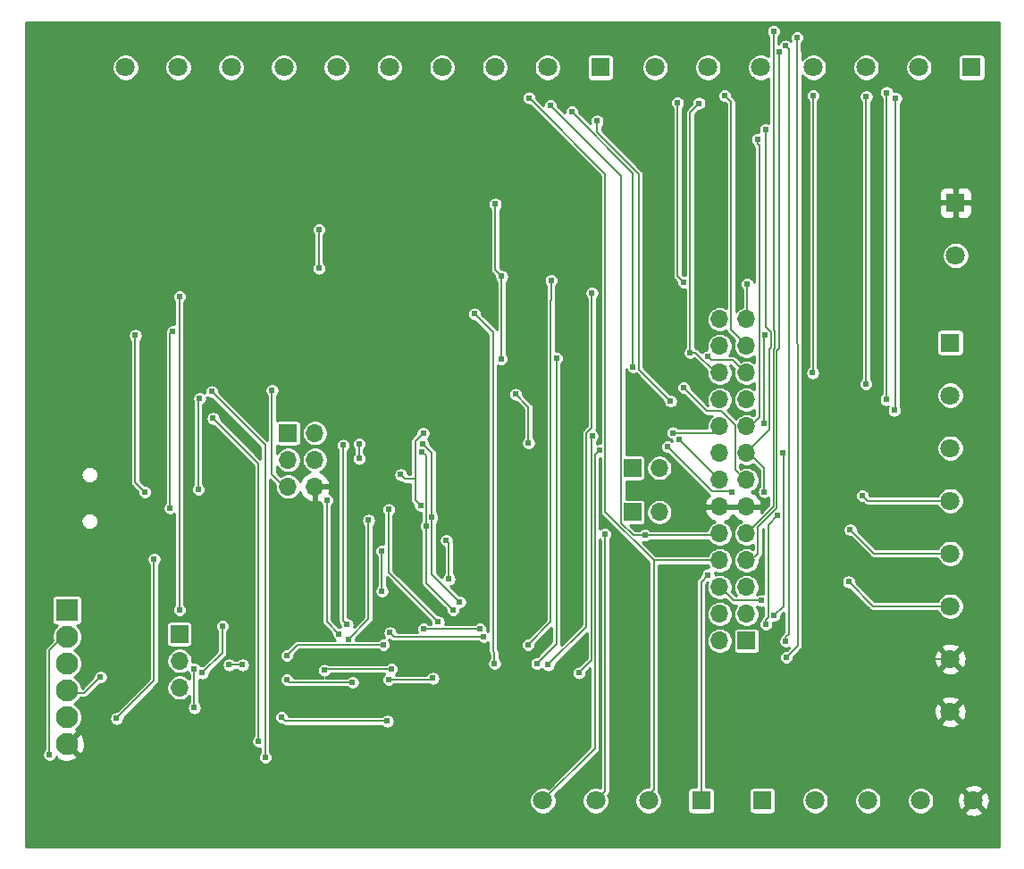
<source format=gbr>
%TF.GenerationSoftware,KiCad,Pcbnew,(5.1.6)-1*%
%TF.CreationDate,2021-04-08T21:05:13-07:00*%
%TF.ProjectId,DJetECUTester,444a6574-4543-4555-9465-737465722e6b,rev?*%
%TF.SameCoordinates,Original*%
%TF.FileFunction,Copper,L2,Bot*%
%TF.FilePolarity,Positive*%
%FSLAX46Y46*%
G04 Gerber Fmt 4.6, Leading zero omitted, Abs format (unit mm)*
G04 Created by KiCad (PCBNEW (5.1.6)-1) date 2021-04-08 21:05:13*
%MOMM*%
%LPD*%
G01*
G04 APERTURE LIST*
%TA.AperFunction,ComponentPad*%
%ADD10C,1.800000*%
%TD*%
%TA.AperFunction,ComponentPad*%
%ADD11R,1.800000X1.800000*%
%TD*%
%TA.AperFunction,ComponentPad*%
%ADD12R,2.100000X2.100000*%
%TD*%
%TA.AperFunction,ComponentPad*%
%ADD13C,2.100000*%
%TD*%
%TA.AperFunction,ComponentPad*%
%ADD14R,1.700000X1.700000*%
%TD*%
%TA.AperFunction,ComponentPad*%
%ADD15O,1.700000X1.700000*%
%TD*%
%TA.AperFunction,ViaPad*%
%ADD16C,0.620000*%
%TD*%
%TA.AperFunction,Conductor*%
%ADD17C,0.152400*%
%TD*%
%TA.AperFunction,Conductor*%
%ADD18C,0.254000*%
%TD*%
G04 APERTURE END LIST*
D10*
%TO.P,J8,5*%
%TO.N,GND*%
X264200000Y-129200000D03*
%TO.P,J8,4*%
%TO.N,/ECU_INJGROUP4-6*%
X259200000Y-129200000D03*
%TO.P,J8,3*%
%TO.N,/ECU_INJGROUP3-5*%
X254200000Y-129200000D03*
%TO.P,J8,2*%
%TO.N,/ECU_INJGROUP2-4*%
X249200000Y-129200000D03*
D11*
%TO.P,J8,1*%
%TO.N,/ECU_INJGROUP1-3*%
X244200000Y-129200000D03*
%TD*%
D10*
%TO.P,J6,4*%
%TO.N,/MPS-15*%
X223400000Y-129200000D03*
%TO.P,J6,3*%
%TO.N,/MPS-10*%
X228400000Y-129200000D03*
%TO.P,J6,2*%
%TO.N,/MPS-8*%
X233400000Y-129200000D03*
D11*
%TO.P,J6,1*%
%TO.N,/MPS-7*%
X238400000Y-129200000D03*
%TD*%
D10*
%TO.P,J10,7*%
%TO.N,/ECU_DIAGGROUP13-25*%
X234033000Y-59690000D03*
%TO.P,J10,6*%
%TO.N,/ECU_COOLANTTEMP-23*%
X239033000Y-59690000D03*
%TO.P,J10,5*%
%TO.N,/ECU_TRIGGERGROUP3-22*%
X244033000Y-59690000D03*
%TO.P,J10,4*%
%TO.N,/ECU_TRIGGERGROUP1-21*%
X249033000Y-59690000D03*
%TO.P,J10,3*%
%TO.N,/ECU_TPSACCEL2-20*%
X254033000Y-59690000D03*
%TO.P,J10,2*%
%TO.N,/ECU_FUELPUMPRELAY-19*%
X259033000Y-59690000D03*
D11*
%TO.P,J10,1*%
%TO.N,/ECU_START-18*%
X264033000Y-59690000D03*
%TD*%
D10*
%TO.P,J9,10*%
%TO.N,/ECU_TPSIDLE-17*%
X183854000Y-59690000D03*
%TO.P,J9,9*%
%TO.N,/MPS-15*%
X188854000Y-59690000D03*
%TO.P,J9,8*%
%TO.N,/ECU_TRIGGERGROUP4-14*%
X193854000Y-59690000D03*
%TO.P,J9,7*%
%TO.N,/ECU_TRIGGERGROUP2-13*%
X198854000Y-59690000D03*
%TO.P,J9,6*%
%TO.N,/MPS-10*%
X203854000Y-59690000D03*
%TO.P,J9,5*%
%TO.N,/ECU_TPSACCEL1-9*%
X208854000Y-59690000D03*
%TO.P,J9,4*%
%TO.N,/MPS-8*%
X213854000Y-59690000D03*
%TO.P,J9,3*%
%TO.N,/MPS-7*%
X218854000Y-59690000D03*
%TO.P,J9,2*%
%TO.N,/ECU_TPSWOT-2*%
X223854000Y-59690000D03*
D11*
%TO.P,J9,1*%
%TO.N,/ECU_AIRTEMP-1*%
X228854000Y-59690000D03*
%TD*%
D10*
%TO.P,J5,2*%
%TO.N,+12V*%
X262509000Y-77517000D03*
D11*
%TO.P,J5,1*%
%TO.N,GND*%
X262509000Y-72517000D03*
%TD*%
D10*
%TO.P,J2,8*%
%TO.N,GND*%
X262001000Y-120777000D03*
%TO.P,J2,7*%
X262001000Y-115777000D03*
%TO.P,J2,6*%
%TO.N,/ECU_INJGROUP4-6*%
X262001000Y-110777000D03*
%TO.P,J2,5*%
%TO.N,/ECU_INJGROUP3-5*%
X262001000Y-105777000D03*
%TO.P,J2,4*%
%TO.N,/ECU_INJGROUP2-4*%
X262001000Y-100777000D03*
%TO.P,J2,3*%
%TO.N,/ECU_INJGROUP1-3*%
X262001000Y-95777000D03*
%TO.P,J2,2*%
%TO.N,+12V*%
X262001000Y-90777000D03*
D11*
%TO.P,J2,1*%
X262001000Y-85777000D03*
%TD*%
D12*
%TO.P,J7,1*%
%TO.N,/Vacuum/VACVCC*%
X178308000Y-111125000D03*
D13*
%TO.P,J7,2*%
%TO.N,Net-(J7-Pad2)*%
X178308000Y-113665000D03*
%TO.P,J7,3*%
%TO.N,Net-(J7-Pad3)*%
X178308000Y-116205000D03*
%TO.P,J7,4*%
%TO.N,Net-(J7-Pad4)*%
X178308000Y-118745000D03*
%TO.P,J7,5*%
%TO.N,Net-(J7-Pad5)*%
X178308000Y-121285000D03*
%TO.P,J7,6*%
%TO.N,GND*%
X178308000Y-123825000D03*
%TD*%
D14*
%TO.P,J1,1*%
%TO.N,/MISO*%
X199263000Y-94361000D03*
D15*
%TO.P,J1,2*%
%TO.N,+5V*%
X201803000Y-94361000D03*
%TO.P,J1,3*%
%TO.N,/SCK*%
X199263000Y-96901000D03*
%TO.P,J1,4*%
%TO.N,/MOSI*%
X201803000Y-96901000D03*
%TO.P,J1,5*%
%TO.N,/~RESET*%
X199263000Y-99441000D03*
%TO.P,J1,6*%
%TO.N,GND*%
X201803000Y-99441000D03*
%TD*%
D14*
%TO.P,J4,1*%
%TO.N,/ECU_AIRTEMP-1*%
X242697000Y-114046000D03*
D15*
%TO.P,J4,2*%
%TO.N,/ECU_TPSWOT-2*%
X240157000Y-114046000D03*
%TO.P,J4,3*%
%TO.N,/ECU_INJGROUP1-3*%
X242697000Y-111506000D03*
%TO.P,J4,4*%
%TO.N,/ECU_INJGROUP2-4*%
X240157000Y-111506000D03*
%TO.P,J4,5*%
%TO.N,/ECU_INJGROUP3-5*%
X242697000Y-108966000D03*
%TO.P,J4,6*%
%TO.N,/ECU_INJGROUP4-6*%
X240157000Y-108966000D03*
%TO.P,J4,7*%
%TO.N,/MPS-7*%
X242697000Y-106426000D03*
%TO.P,J4,8*%
%TO.N,/MPS-8*%
X240157000Y-106426000D03*
%TO.P,J4,9*%
%TO.N,/ECU_TPSACCEL1-9*%
X242697000Y-103886000D03*
%TO.P,J4,10*%
%TO.N,/MPS-10*%
X240157000Y-103886000D03*
%TO.P,J4,11*%
%TO.N,GND*%
X242697000Y-101346000D03*
%TO.P,J4,12*%
X240157000Y-101346000D03*
%TO.P,J4,13*%
%TO.N,/ECU_TRIGGERGROUP2-13*%
X242697000Y-98806000D03*
%TO.P,J4,14*%
%TO.N,/ECU_TRIGGERGROUP4-14*%
X240157000Y-98806000D03*
%TO.P,J4,15*%
%TO.N,/MPS-15*%
X242697000Y-96266000D03*
%TO.P,J4,16*%
%TO.N,+12V*%
X240157000Y-96266000D03*
%TO.P,J4,17*%
%TO.N,/ECU_TPSIDLE-17*%
X242697000Y-93726000D03*
%TO.P,J4,18*%
%TO.N,/ECU_START-18*%
X240157000Y-93726000D03*
%TO.P,J4,19*%
%TO.N,/ECU_FUELPUMPRELAY-19*%
X242697000Y-91186000D03*
%TO.P,J4,20*%
%TO.N,/ECU_TPSACCEL2-20*%
X240157000Y-91186000D03*
%TO.P,J4,21*%
%TO.N,/ECU_TRIGGERGROUP1-21*%
X242697000Y-88646000D03*
%TO.P,J4,22*%
%TO.N,/ECU_TRIGGERGROUP3-22*%
X240157000Y-88646000D03*
%TO.P,J4,23*%
%TO.N,/ECU_COOLANTTEMP-23*%
X242697000Y-86106000D03*
%TO.P,J4,24*%
%TO.N,+12V*%
X240157000Y-86106000D03*
%TO.P,J4,25*%
%TO.N,/ECU_DIAGGROUP13-25*%
X242697000Y-83566000D03*
%TO.P,J4,26*%
%TO.N,Net-(J4-Pad26)*%
X240157000Y-83566000D03*
%TD*%
D14*
%TO.P,JP2,1*%
%TO.N,Net-(JP2-Pad1)*%
X231902000Y-101854000D03*
D15*
%TO.P,JP2,2*%
%TO.N,/ECU_AIRTEMP-1*%
X234442000Y-101854000D03*
%TD*%
%TO.P,JP3,2*%
%TO.N,/ECU_COOLANTTEMP-23*%
X234442000Y-97663000D03*
D14*
%TO.P,JP3,1*%
%TO.N,Net-(JP3-Pad1)*%
X231902000Y-97663000D03*
%TD*%
%TO.P,JP4,1*%
%TO.N,+12V*%
X188976000Y-113411000D03*
D15*
%TO.P,JP4,2*%
%TO.N,/Vacuum/VACVCC*%
X188976000Y-115951000D03*
%TO.P,JP4,3*%
%TO.N,+5V*%
X188976000Y-118491000D03*
%TD*%
D16*
%TO.N,GND*%
X195500000Y-73500000D03*
X183769000Y-89154000D03*
X203708000Y-99187000D03*
X205740000Y-101854000D03*
X209677000Y-99441000D03*
X208788000Y-96901000D03*
X221107000Y-94996000D03*
X217932000Y-96901000D03*
X209296000Y-109474000D03*
X211582000Y-115062000D03*
X210185000Y-115824000D03*
X214376000Y-120777000D03*
X209423000Y-120523000D03*
X211455000Y-120523000D03*
X232222000Y-115504000D03*
X232095000Y-111694000D03*
X232349000Y-107884000D03*
X202311000Y-68199000D03*
X199390000Y-68199000D03*
X208915000Y-68199000D03*
X198882000Y-82550000D03*
X198501000Y-85725000D03*
X175514000Y-68199000D03*
X175514000Y-72009000D03*
X175514000Y-76200000D03*
X175514000Y-80137000D03*
X175514000Y-83693000D03*
X175514000Y-89027000D03*
X175641000Y-94615000D03*
X194437000Y-102362000D03*
X191516000Y-102235000D03*
X200152000Y-103632000D03*
X205867000Y-107823000D03*
X181483000Y-107823000D03*
X184785000Y-112776000D03*
X177673000Y-100203000D03*
X221488000Y-104267000D03*
X236474000Y-102616000D03*
X190881000Y-88011000D03*
X190754000Y-84328000D03*
X186563000Y-81661000D03*
X187833000Y-108077000D03*
X214757000Y-68199000D03*
X213106000Y-76962000D03*
X215519000Y-79502000D03*
X175133000Y-117856000D03*
X175133000Y-110490000D03*
X209677000Y-81280000D03*
X252272800Y-113487200D03*
X234848400Y-82143600D03*
X235000800Y-88950800D03*
X175428100Y-56294500D03*
X175428100Y-69425300D03*
X175428100Y-81783700D03*
X175428100Y-92597300D03*
X175428100Y-103410900D03*
X175428100Y-114224500D03*
X175428100Y-125038100D03*
X178517700Y-132762100D03*
X180062500Y-62473700D03*
X181607300Y-74059700D03*
X181607300Y-109590100D03*
X181607300Y-120403700D03*
X182379700Y-88735300D03*
X184696900Y-128127700D03*
X185469300Y-57066900D03*
X185469300Y-101866100D03*
X187014100Y-66335700D03*
X187786500Y-82556100D03*
X190103700Y-92597300D03*
X190876100Y-111134900D03*
X190876100Y-121948500D03*
X190876100Y-132762100D03*
X193193300Y-61701300D03*
X194738100Y-100321300D03*
X195510500Y-77149300D03*
X196282900Y-87190500D03*
X196282900Y-127355300D03*
X197827700Y-67880500D03*
X198600100Y-56294500D03*
X198600100Y-107272900D03*
X199372500Y-119631300D03*
X201689700Y-81783700D03*
X201689700Y-92597300D03*
X201689700Y-132762100D03*
X203234500Y-62473700D03*
X204779300Y-125038100D03*
X205551700Y-74832100D03*
X205551700Y-103410900D03*
X207868900Y-86418100D03*
X208641300Y-57066900D03*
X210186100Y-67880500D03*
X210186100Y-130444900D03*
X211730900Y-79466500D03*
X211730900Y-116541700D03*
X212503300Y-92597300D03*
X214820500Y-101093700D03*
X214820500Y-124265700D03*
X216365300Y-60156500D03*
X216365300Y-73287300D03*
X217137700Y-84873300D03*
X218682500Y-132762100D03*
X219454900Y-107272900D03*
X221772100Y-67880500D03*
X222544500Y-77921700D03*
X222544500Y-90280100D03*
X222544500Y-119631300D03*
X224089300Y-57066900D03*
X225634100Y-99548900D03*
X225634100Y-128900100D03*
X227951300Y-72514900D03*
X229496100Y-62473700D03*
X230268500Y-122720900D03*
X232585700Y-132762100D03*
X233358100Y-77921700D03*
X234902900Y-67880500D03*
X235675300Y-104955700D03*
X235675300Y-116541700D03*
X236447700Y-88735300D03*
X237220100Y-126582900D03*
X240309700Y-73287300D03*
X241082100Y-59384100D03*
X242626900Y-120403700D03*
X242626900Y-131989700D03*
X248806100Y-56294500D03*
X248806100Y-93369700D03*
X248806100Y-104183300D03*
X248806100Y-114996900D03*
X250350900Y-65563300D03*
X250350900Y-76376900D03*
X251895700Y-129672500D03*
X252668100Y-86418100D03*
X254212900Y-98776500D03*
X256530100Y-59384100D03*
X258074900Y-68652900D03*
X258074900Y-79466500D03*
X258074900Y-91824900D03*
X259619700Y-132762100D03*
X261936900Y-108817700D03*
X261936900Y-123493300D03*
X263481700Y-63246100D03*
X264254100Y-74832100D03*
X264254100Y-85645700D03*
X264254100Y-96459300D03*
X265798900Y-115769300D03*
%TO.N,+5V*%
X209042000Y-116713000D03*
X202692000Y-116840000D03*
X202184000Y-75057000D03*
X202184000Y-78740000D03*
X190754000Y-99695000D03*
X190881000Y-91059000D03*
X193675000Y-116332000D03*
X194945000Y-116332000D03*
X214503000Y-108204000D03*
X214249000Y-104521000D03*
%TO.N,+12V*%
X188976000Y-111125000D03*
X188976000Y-81407000D03*
X219506800Y-79502000D03*
X219456000Y-87325200D03*
X218897200Y-72644000D03*
X244348000Y-93472000D03*
X244437799Y-85027399D03*
%TO.N,/~RESET*%
X202946000Y-100711000D03*
X204089000Y-113411000D03*
X197739000Y-90297000D03*
%TO.N,/MISO*%
X214884000Y-111125000D03*
X212344000Y-103154610D03*
X211963000Y-96139000D03*
%TO.N,/SCK*%
X213487000Y-112268000D03*
X208788000Y-101600000D03*
X212059390Y-94361000D03*
X211805390Y-101219000D03*
X209931000Y-98298000D03*
%TO.N,/MOSI*%
X215519000Y-110363000D03*
X211987953Y-95366991D03*
X212882610Y-102362000D03*
X205994000Y-95377000D03*
X205994000Y-96774000D03*
%TO.N,/MPS-7*%
X245801010Y-58191262D03*
X239064800Y-107797600D03*
%TO.N,/MPS-15*%
X244500400Y-65582800D03*
X228752400Y-96012000D03*
X235204000Y-95656400D03*
X241350800Y-99974400D03*
X244398800Y-99923600D03*
%TO.N,/MPS-8*%
X222097600Y-62585600D03*
%TO.N,/MPS-10*%
X224129600Y-63296800D03*
X229260400Y-103936800D03*
X233070400Y-104038400D03*
%TO.N,Net-(J3-Pad2)*%
X184785000Y-85090000D03*
X185703307Y-99963390D03*
%TO.N,Net-(J3-Pad3)*%
X188087000Y-101473000D03*
X188341000Y-84709000D03*
%TO.N,Net-(J7-Pad4)*%
X193040000Y-112649000D03*
X191135000Y-117094000D03*
X181483000Y-117475000D03*
%TO.N,/TX*%
X192024000Y-90424000D03*
X197104000Y-125095000D03*
%TO.N,/RX*%
X192151000Y-92964000D03*
X196469000Y-123571000D03*
%TO.N,/STATUS*%
X208280000Y-114427000D03*
X199136000Y-115443000D03*
%TO.N,/TPSIDLE*%
X212090000Y-112903000D03*
X217424000Y-112903000D03*
%TO.N,/TPSACCEL1*%
X217805000Y-113665000D03*
X208915000Y-113284000D03*
%TO.N,/TPSACCEL2*%
X208153000Y-109347000D03*
X208122390Y-105537000D03*
%TO.N,/~AIRTEMP_CS*%
X206883000Y-102616000D03*
X204978000Y-113888390D03*
%TO.N,/~COOLANTTEMP_CS*%
X204851000Y-112522000D03*
X204470000Y-95504000D03*
%TO.N,/TRIGGERGROUP1*%
X221996000Y-114427000D03*
X224180400Y-79908400D03*
%TO.N,/TRIGGERGROUP2*%
X223901000Y-116332000D03*
X228047046Y-81070664D03*
%TO.N,/TRIGGERGROUP3*%
X224693610Y-87249000D03*
X222823789Y-116216534D03*
%TO.N,/TRIGGERGROUP4*%
X208788000Y-117729000D03*
X212979000Y-117602000D03*
X226822000Y-117094000D03*
X228061390Y-94615000D03*
%TO.N,/VAC1*%
X208661000Y-121666000D03*
X198628000Y-121285000D03*
%TO.N,/VAC2*%
X205359000Y-117983000D03*
X199136000Y-117729000D03*
%TO.N,Net-(J7-Pad5)*%
X186563000Y-106299000D03*
X183007000Y-121412000D03*
%TO.N,Net-(J7-Pad2)*%
X176657000Y-124841000D03*
%TO.N,/Vacuum/VACVCC*%
X190373000Y-116713000D03*
X190373000Y-120396000D03*
%TO.N,/START*%
X218821000Y-116205000D03*
X216916000Y-83058000D03*
%TO.N,/ECU_INJGROUP4-6*%
X252374400Y-108458000D03*
X244114190Y-110236000D03*
%TO.N,/ECU_INJGROUP3-5*%
X252526800Y-103530400D03*
%TO.N,/ECU_INJGROUP2-4*%
X253695200Y-100279200D03*
X244551200Y-112471200D03*
X245647748Y-102153429D03*
%TO.N,/ECU_INJGROUP1-3*%
X245313200Y-111658400D03*
X246105821Y-96212613D03*
%TO.N,/ECU_AIRTEMP-1*%
X246380000Y-57658000D03*
X246430800Y-114096800D03*
%TO.N,/ECU_TPSWOT-2*%
X246481600Y-115620800D03*
X247497600Y-56845200D03*
%TO.N,/ECU_TPSACCEL1-9*%
X245262400Y-56286400D03*
%TO.N,/ECU_TRIGGERGROUP2-13*%
X236728000Y-90043000D03*
X226161600Y-63906400D03*
X231952800Y-88087200D03*
%TO.N,/ECU_TRIGGERGROUP4-14*%
X236347000Y-94996000D03*
X228549200Y-64770000D03*
X235508800Y-91338400D03*
%TO.N,/ECU_TPSIDLE-17*%
X243738400Y-66497200D03*
%TO.N,/ECU_START-18*%
X256844800Y-62636400D03*
X256692400Y-92202000D03*
X235712000Y-94335600D03*
X220827600Y-90678000D03*
X222046800Y-95300800D03*
%TO.N,/ECU_FUELPUMPRELAY-19*%
X255981200Y-62077600D03*
X255930400Y-91186000D03*
%TO.N,/ECU_TPSACCEL2-20*%
X254050800Y-62433200D03*
X254000000Y-89712800D03*
%TO.N,/ECU_TRIGGERGROUP1-21*%
X239013855Y-87122145D03*
X249021600Y-62382400D03*
X248970800Y-88646000D03*
%TO.N,/ECU_TRIGGERGROUP3-22*%
X237363000Y-86741000D03*
X238201200Y-63093600D03*
%TO.N,/ECU_COOLANTTEMP-23*%
X240639600Y-62382400D03*
%TO.N,/ECU_DIAGGROUP13-25*%
X236169200Y-63042800D03*
X236728000Y-80060800D03*
X242773200Y-80213200D03*
%TD*%
D17*
%TO.N,GND*%
X209423000Y-120523000D02*
X211455000Y-120523000D01*
X262001000Y-115777000D02*
X254562600Y-115777000D01*
X254562600Y-115777000D02*
X252272800Y-113487200D01*
%TO.N,+5V*%
X209042000Y-116713000D02*
X202819000Y-116713000D01*
X202819000Y-116713000D02*
X202692000Y-116840000D01*
X202184000Y-75057000D02*
X202184000Y-78740000D01*
X190754000Y-99695000D02*
X190754000Y-91186000D01*
X190754000Y-91186000D02*
X190881000Y-91059000D01*
X193675000Y-116332000D02*
X194945000Y-116332000D01*
X214503000Y-108204000D02*
X214503000Y-104775000D01*
X214503000Y-104775000D02*
X214249000Y-104521000D01*
%TO.N,+12V*%
X188976000Y-111125000D02*
X188976000Y-81407000D01*
X219506800Y-79502000D02*
X219506800Y-87274400D01*
X219506800Y-87274400D02*
X219456000Y-87325200D01*
X218897200Y-78892400D02*
X219506800Y-79502000D01*
X218897200Y-72644000D02*
X218897200Y-78892400D01*
X244348000Y-93472000D02*
X244348000Y-85117198D01*
X244348000Y-85117198D02*
X244437799Y-85027399D01*
%TO.N,/~RESET*%
X202946000Y-100711000D02*
X202946000Y-112268000D01*
X202946000Y-112268000D02*
X204089000Y-113411000D01*
X197739000Y-90297000D02*
X197739000Y-98298000D01*
X197739000Y-98298000D02*
X198882000Y-99441000D01*
%TO.N,/MISO*%
X212344000Y-108585000D02*
X212344000Y-103154610D01*
X214884000Y-111125000D02*
X212344000Y-108585000D01*
X212344000Y-96520000D02*
X211963000Y-96139000D01*
X212344000Y-103154610D02*
X212344000Y-96520000D01*
%TO.N,/SCK*%
X208788000Y-107569000D02*
X208788000Y-101600000D01*
X213487000Y-112268000D02*
X208788000Y-107569000D01*
X212059390Y-94361000D02*
X211297398Y-95122992D01*
X211297398Y-100711008D02*
X211805390Y-101219000D01*
X210342602Y-98709602D02*
X211297398Y-98709602D01*
X209931000Y-98298000D02*
X210342602Y-98709602D01*
X211297398Y-95122992D02*
X211297398Y-98709602D01*
X211297398Y-98709602D02*
X211297398Y-100711008D01*
%TO.N,/MOSI*%
X215519000Y-110363000D02*
X212882610Y-107726610D01*
X212882610Y-102362000D02*
X212882610Y-96261648D01*
X212882610Y-96261648D02*
X211987953Y-95366991D01*
X212882610Y-107726610D02*
X212882610Y-102362000D01*
X205994000Y-95377000D02*
X205994000Y-96774000D01*
%TO.N,/MPS-7*%
X238400000Y-129200000D02*
X238400000Y-108462400D01*
X238400000Y-108462400D02*
X239064800Y-107797600D01*
X243128800Y-106426000D02*
X243775601Y-105779199D01*
X243775601Y-103263865D02*
X245567211Y-101472256D01*
X245801010Y-86312256D02*
X245801010Y-58629668D01*
X245801010Y-58629668D02*
X245801010Y-58191262D01*
X243775601Y-105779199D02*
X243775601Y-103263865D01*
X245567211Y-101472256D02*
X245567211Y-86546055D01*
X245567211Y-86546055D02*
X245801010Y-86312256D01*
%TO.N,/MPS-15*%
X223400000Y-129200000D02*
X228346000Y-124254000D01*
X228346000Y-96418400D02*
X228752400Y-96012000D01*
X228346000Y-124254000D02*
X228346000Y-96418400D01*
X241261001Y-99884601D02*
X241350800Y-99974400D01*
X235204000Y-95656400D02*
X239432201Y-99884601D01*
X239432201Y-99884601D02*
X241261001Y-99884601D01*
X244398800Y-99923600D02*
X244398800Y-97688400D01*
X244398800Y-97688400D02*
X243078000Y-96367600D01*
X244500400Y-65582800D02*
X244500400Y-84292868D01*
X245039002Y-84831470D02*
X245039002Y-86212130D01*
X244886601Y-86364531D02*
X244886601Y-94050999D01*
X244500400Y-84292868D02*
X245039002Y-84831470D01*
X244886601Y-94050999D02*
X242773200Y-96164400D01*
X245039002Y-86212130D02*
X244886601Y-86364531D01*
%TO.N,/MPS-8*%
X240157000Y-106426000D02*
X233931451Y-106426000D01*
X233931451Y-106426000D02*
X233931451Y-128170949D01*
X233931451Y-128170949D02*
X233680000Y-128422400D01*
X229291002Y-101785551D02*
X229291002Y-69779002D01*
X229291002Y-69779002D02*
X222407599Y-62895599D01*
X222407599Y-62895599D02*
X222097600Y-62585600D01*
X233931451Y-106426000D02*
X229291002Y-101785551D01*
%TO.N,/MPS-10*%
X230823399Y-69990599D02*
X230823399Y-102886881D01*
X224129600Y-63296800D02*
X230823399Y-69990599D01*
X239623600Y-104038400D02*
X239674400Y-104089200D01*
X231974918Y-104038400D02*
X239623600Y-104038400D01*
X230823399Y-102886881D02*
X231974918Y-104038400D01*
X229299999Y-104414805D02*
X229260400Y-104375206D01*
X228400000Y-129200000D02*
X229299999Y-128300001D01*
X229260400Y-104375206D02*
X229260400Y-103936800D01*
X229299999Y-128300001D02*
X229299999Y-104414805D01*
%TO.N,Net-(J3-Pad2)*%
X184785000Y-85090000D02*
X184785000Y-99045083D01*
X184785000Y-99045083D02*
X185703307Y-99963390D01*
%TO.N,Net-(J3-Pad3)*%
X188087000Y-101473000D02*
X188087000Y-84963000D01*
X188087000Y-84963000D02*
X188341000Y-84709000D01*
%TO.N,Net-(J7-Pad4)*%
X193040000Y-115189000D02*
X191135000Y-117094000D01*
X193040000Y-112649000D02*
X193040000Y-115189000D01*
X181483000Y-117475000D02*
X179959000Y-118999000D01*
X179959000Y-118999000D02*
X178689000Y-118999000D01*
%TO.N,/TX*%
X192024000Y-90424000D02*
X197104000Y-95504000D01*
X197104000Y-95504000D02*
X197104000Y-125095000D01*
%TO.N,/RX*%
X192151000Y-92964000D02*
X196469000Y-97282000D01*
X196469000Y-97282000D02*
X196469000Y-123571000D01*
%TO.N,/STATUS*%
X208280000Y-114427000D02*
X200152000Y-114427000D01*
X200152000Y-114427000D02*
X199136000Y-115443000D01*
%TO.N,/TPSIDLE*%
X212090000Y-112903000D02*
X217424000Y-112903000D01*
%TO.N,/TPSACCEL1*%
X217805000Y-113665000D02*
X209296000Y-113665000D01*
X209296000Y-113665000D02*
X208915000Y-113284000D01*
%TO.N,/TPSACCEL2*%
X208153000Y-105567610D02*
X208122390Y-105537000D01*
X208153000Y-109347000D02*
X208153000Y-105567610D01*
%TO.N,/~AIRTEMP_CS*%
X206883000Y-102616000D02*
X206883000Y-111983390D01*
X206883000Y-111983390D02*
X204978000Y-113888390D01*
%TO.N,/~COOLANTTEMP_CS*%
X204851000Y-112522000D02*
X204470000Y-112141000D01*
X204470000Y-112141000D02*
X204470000Y-95504000D01*
%TO.N,/TRIGGERGROUP1*%
X221996000Y-114427000D02*
X224155000Y-112268000D01*
X224155000Y-112268000D02*
X224155000Y-81788000D01*
X224180400Y-81762600D02*
X224155000Y-81788000D01*
X224180400Y-79908400D02*
X224180400Y-81762600D01*
%TO.N,/TRIGGERGROUP2*%
X227522789Y-112710211D02*
X227522789Y-94356471D01*
X227522789Y-94356471D02*
X228047046Y-93832214D01*
X228047046Y-93832214D02*
X228047046Y-81070664D01*
X223901000Y-116332000D02*
X227522789Y-112710211D01*
%TO.N,/TRIGGERGROUP3*%
X224693610Y-87249000D02*
X224693610Y-114311193D01*
X224693610Y-114311193D02*
X222823789Y-116181014D01*
X222823789Y-116181014D02*
X222823789Y-116216534D01*
%TO.N,/TRIGGERGROUP4*%
X212852000Y-117729000D02*
X212979000Y-117602000D01*
X208788000Y-117729000D02*
X212852000Y-117729000D01*
X228041189Y-115874811D02*
X228041189Y-94635201D01*
X226822000Y-117094000D02*
X228041189Y-115874811D01*
X228041189Y-94635201D02*
X228061390Y-94615000D01*
%TO.N,/VAC1*%
X208661000Y-121666000D02*
X199009000Y-121666000D01*
X199009000Y-121666000D02*
X198628000Y-121285000D01*
%TO.N,/VAC2*%
X205359000Y-117983000D02*
X199390000Y-117983000D01*
X199390000Y-117983000D02*
X199136000Y-117729000D01*
%TO.N,Net-(J7-Pad5)*%
X186563000Y-106299000D02*
X186563000Y-117856000D01*
X186563000Y-117856000D02*
X183007000Y-121412000D01*
%TO.N,Net-(J7-Pad2)*%
X176657000Y-124841000D02*
X176657000Y-114935000D01*
X176657000Y-114935000D02*
X178054000Y-113538000D01*
%TO.N,/Vacuum/VACVCC*%
X190373000Y-116713000D02*
X190373000Y-120396000D01*
%TO.N,/START*%
X218821000Y-115182242D02*
X218694000Y-115055242D01*
X218821000Y-116205000D02*
X218821000Y-115182242D01*
X218694000Y-115055242D02*
X218694000Y-84836000D01*
X218694000Y-84836000D02*
X216916000Y-83058000D01*
%TO.N,/ECU_INJGROUP4-6*%
X262001000Y-110777000D02*
X254693400Y-110777000D01*
X254693400Y-110777000D02*
X252374400Y-108458000D01*
X240639600Y-109372400D02*
X241503200Y-110236000D01*
X241503200Y-110236000D02*
X244114190Y-110236000D01*
%TO.N,/ECU_INJGROUP3-5*%
X262001000Y-105777000D02*
X254773400Y-105777000D01*
X254773400Y-105777000D02*
X252526800Y-103530400D01*
%TO.N,/ECU_INJGROUP2-4*%
X262001000Y-100777000D02*
X254193000Y-100777000D01*
X254193000Y-100777000D02*
X253695200Y-100279200D01*
X244551200Y-112471200D02*
X244551200Y-112032794D01*
X244755683Y-103045494D02*
X245647748Y-102153429D01*
X244755683Y-111828311D02*
X244755683Y-103045494D01*
X244551200Y-112032794D02*
X244755683Y-111828311D01*
%TO.N,/ECU_INJGROUP1-3*%
X245313200Y-111658400D02*
X246186350Y-110785250D01*
X246186350Y-110785250D02*
X246186350Y-96293142D01*
X246186350Y-96293142D02*
X246105821Y-96212613D01*
%TO.N,/ECU_AIRTEMP-1*%
X246380000Y-57658000D02*
X246689999Y-57967999D01*
X246689999Y-113399195D02*
X246430800Y-113658394D01*
X246689999Y-57967999D02*
X246689999Y-113399195D01*
X246430800Y-113658394D02*
X246430800Y-114096800D01*
%TO.N,/ECU_TPSWOT-2*%
X247548400Y-114554000D02*
X246481600Y-115620800D01*
X247497600Y-56845200D02*
X247548400Y-114554000D01*
%TO.N,/ECU_TPSACCEL1-9*%
X245262400Y-101346000D02*
X242519200Y-104089200D01*
X245262400Y-86419799D02*
X245262400Y-101346000D01*
X245262400Y-56286400D02*
X245262400Y-84623801D01*
X245262400Y-84623801D02*
X245343813Y-84705214D01*
X245343813Y-84705214D02*
X245343813Y-86338386D01*
X245343813Y-86338386D02*
X245262400Y-86419799D01*
%TO.N,/ECU_TRIGGERGROUP2-13*%
X241618399Y-97854399D02*
X242443000Y-98679000D01*
X241618399Y-93591069D02*
X241618399Y-97854399D01*
X240291931Y-92264601D02*
X241618399Y-93591069D01*
X236728000Y-90043000D02*
X238949601Y-92264601D01*
X238949601Y-92264601D02*
X240291931Y-92264601D01*
X226161600Y-63906400D02*
X231952800Y-69697600D01*
X231952800Y-69697600D02*
X231952800Y-88087200D01*
%TO.N,/ECU_TRIGGERGROUP4-14*%
X240157000Y-98806000D02*
X236347000Y-94996000D01*
X232491401Y-88321001D02*
X235508800Y-91338400D01*
X228549200Y-64770000D02*
X228549200Y-65862934D01*
X232491401Y-69805135D02*
X232491401Y-88321001D01*
X228549200Y-65862934D02*
X232491401Y-69805135D01*
%TO.N,/ECU_TPSIDLE-17*%
X243899197Y-92854003D02*
X242824000Y-93929200D01*
X243738400Y-66935606D02*
X243899197Y-67096403D01*
X243899197Y-67096403D02*
X243899197Y-92854003D01*
X243738400Y-66497200D02*
X243738400Y-66935606D01*
%TO.N,/ECU_START-18*%
X256844800Y-62636400D02*
X256844800Y-92049600D01*
X256844800Y-92049600D02*
X256692400Y-92202000D01*
X235712000Y-94335600D02*
X239623600Y-94335600D01*
X239623600Y-94335600D02*
X239979200Y-93980000D01*
X220827600Y-90678000D02*
X222046800Y-91897200D01*
X222046800Y-91897200D02*
X222046800Y-95300800D01*
%TO.N,/ECU_FUELPUMPRELAY-19*%
X255981200Y-62077600D02*
X255981200Y-91135200D01*
X255981200Y-91135200D02*
X255930400Y-91186000D01*
%TO.N,/ECU_TPSACCEL2-20*%
X254050800Y-62433200D02*
X254050800Y-89662000D01*
X254050800Y-89662000D02*
X254000000Y-89712800D01*
%TO.N,/ECU_TRIGGERGROUP1-21*%
X241356144Y-87432144D02*
X239323854Y-87432144D01*
X239323854Y-87432144D02*
X239013855Y-87122145D01*
X242316000Y-88392000D02*
X241356144Y-87432144D01*
X249021600Y-62382400D02*
X249021600Y-88595200D01*
X249021600Y-88595200D02*
X248970800Y-88646000D01*
%TO.N,/ECU_TRIGGERGROUP3-22*%
X237363000Y-86741000D02*
X237871000Y-86741000D01*
X237871000Y-86741000D02*
X239776000Y-88646000D01*
X237363000Y-63931800D02*
X237363000Y-86741000D01*
X238201200Y-63093600D02*
X237363000Y-63931800D01*
%TO.N,/ECU_COOLANTTEMP-23*%
X241235601Y-62978401D02*
X241235601Y-84568401D01*
X240639600Y-62382400D02*
X241235601Y-62978401D01*
X241235601Y-84568401D02*
X242417600Y-85750400D01*
%TO.N,/ECU_DIAGGROUP13-25*%
X236169200Y-63042800D02*
X236169200Y-79502000D01*
X236169200Y-79502000D02*
X236728000Y-80060800D01*
X242773200Y-80213200D02*
X242773200Y-83413600D01*
X242773200Y-83413600D02*
X242824000Y-83464400D01*
%TD*%
D18*
%TO.N,GND*%
G36*
X266594000Y-133594000D02*
G01*
X174406000Y-133594000D01*
X174406000Y-124772942D01*
X175966000Y-124772942D01*
X175966000Y-124909058D01*
X175992555Y-125042557D01*
X176044644Y-125168311D01*
X176120266Y-125281487D01*
X176216513Y-125377734D01*
X176329689Y-125453356D01*
X176455443Y-125505445D01*
X176588942Y-125532000D01*
X176725058Y-125532000D01*
X176858557Y-125505445D01*
X176984311Y-125453356D01*
X177097487Y-125377734D01*
X177193734Y-125281487D01*
X177269356Y-125168311D01*
X177321445Y-125042557D01*
X177325810Y-125020612D01*
X177418339Y-125265579D01*
X177716477Y-125411463D01*
X178037346Y-125496380D01*
X178368617Y-125517066D01*
X178697557Y-125472728D01*
X179011527Y-125365069D01*
X179197661Y-125265579D01*
X179299461Y-124996066D01*
X178308000Y-124004605D01*
X178293858Y-124018748D01*
X178114253Y-123839143D01*
X178128395Y-123825000D01*
X178487605Y-123825000D01*
X179479066Y-124816461D01*
X179748579Y-124714661D01*
X179894463Y-124416523D01*
X179979380Y-124095654D01*
X180000066Y-123764383D01*
X179955728Y-123435443D01*
X179848069Y-123121473D01*
X179748579Y-122935339D01*
X179479066Y-122833539D01*
X178487605Y-123825000D01*
X178128395Y-123825000D01*
X178114253Y-123810858D01*
X178293858Y-123631253D01*
X178308000Y-123645395D01*
X179299461Y-122653934D01*
X179205857Y-122406120D01*
X179220209Y-122396530D01*
X179419530Y-122197209D01*
X179576136Y-121962833D01*
X179684007Y-121702407D01*
X179739000Y-121425941D01*
X179739000Y-121343942D01*
X182316000Y-121343942D01*
X182316000Y-121480058D01*
X182342555Y-121613557D01*
X182394644Y-121739311D01*
X182470266Y-121852487D01*
X182566513Y-121948734D01*
X182679689Y-122024356D01*
X182805443Y-122076445D01*
X182938942Y-122103000D01*
X183075058Y-122103000D01*
X183208557Y-122076445D01*
X183334311Y-122024356D01*
X183447487Y-121948734D01*
X183543734Y-121852487D01*
X183619356Y-121739311D01*
X183671445Y-121613557D01*
X183698000Y-121480058D01*
X183698000Y-121367577D01*
X186870408Y-118195170D01*
X186887853Y-118180853D01*
X186910351Y-118153440D01*
X186944987Y-118111237D01*
X186968542Y-118067167D01*
X186987441Y-118031809D01*
X187013585Y-117945627D01*
X187020200Y-117878460D01*
X187020200Y-117878451D01*
X187022411Y-117856001D01*
X187020200Y-117833551D01*
X187020200Y-115829757D01*
X187745000Y-115829757D01*
X187745000Y-116072243D01*
X187792307Y-116310069D01*
X187885102Y-116534097D01*
X188019820Y-116735717D01*
X188191283Y-116907180D01*
X188392903Y-117041898D01*
X188616931Y-117134693D01*
X188854757Y-117182000D01*
X189097243Y-117182000D01*
X189335069Y-117134693D01*
X189559097Y-117041898D01*
X189717469Y-116936077D01*
X189760644Y-117040311D01*
X189836266Y-117153487D01*
X189915800Y-117233021D01*
X189915800Y-117689903D01*
X189760717Y-117534820D01*
X189559097Y-117400102D01*
X189335069Y-117307307D01*
X189097243Y-117260000D01*
X188854757Y-117260000D01*
X188616931Y-117307307D01*
X188392903Y-117400102D01*
X188191283Y-117534820D01*
X188019820Y-117706283D01*
X187885102Y-117907903D01*
X187792307Y-118131931D01*
X187745000Y-118369757D01*
X187745000Y-118612243D01*
X187792307Y-118850069D01*
X187885102Y-119074097D01*
X188019820Y-119275717D01*
X188191283Y-119447180D01*
X188392903Y-119581898D01*
X188616931Y-119674693D01*
X188854757Y-119722000D01*
X189097243Y-119722000D01*
X189335069Y-119674693D01*
X189559097Y-119581898D01*
X189760717Y-119447180D01*
X189915801Y-119292096D01*
X189915801Y-119875978D01*
X189836266Y-119955513D01*
X189760644Y-120068689D01*
X189708555Y-120194443D01*
X189682000Y-120327942D01*
X189682000Y-120464058D01*
X189708555Y-120597557D01*
X189760644Y-120723311D01*
X189836266Y-120836487D01*
X189932513Y-120932734D01*
X190045689Y-121008356D01*
X190171443Y-121060445D01*
X190304942Y-121087000D01*
X190441058Y-121087000D01*
X190574557Y-121060445D01*
X190700311Y-121008356D01*
X190813487Y-120932734D01*
X190909734Y-120836487D01*
X190985356Y-120723311D01*
X191037445Y-120597557D01*
X191064000Y-120464058D01*
X191064000Y-120327942D01*
X191037445Y-120194443D01*
X190985356Y-120068689D01*
X190909734Y-119955513D01*
X190830200Y-119875979D01*
X190830200Y-117715680D01*
X190933443Y-117758445D01*
X191066942Y-117785000D01*
X191203058Y-117785000D01*
X191336557Y-117758445D01*
X191462311Y-117706356D01*
X191575487Y-117630734D01*
X191671734Y-117534487D01*
X191747356Y-117421311D01*
X191799445Y-117295557D01*
X191826000Y-117162058D01*
X191826000Y-117049577D01*
X192611635Y-116263942D01*
X192984000Y-116263942D01*
X192984000Y-116400058D01*
X193010555Y-116533557D01*
X193062644Y-116659311D01*
X193138266Y-116772487D01*
X193234513Y-116868734D01*
X193347689Y-116944356D01*
X193473443Y-116996445D01*
X193606942Y-117023000D01*
X193743058Y-117023000D01*
X193876557Y-116996445D01*
X194002311Y-116944356D01*
X194115487Y-116868734D01*
X194195021Y-116789200D01*
X194424979Y-116789200D01*
X194504513Y-116868734D01*
X194617689Y-116944356D01*
X194743443Y-116996445D01*
X194876942Y-117023000D01*
X195013058Y-117023000D01*
X195146557Y-116996445D01*
X195272311Y-116944356D01*
X195385487Y-116868734D01*
X195481734Y-116772487D01*
X195557356Y-116659311D01*
X195609445Y-116533557D01*
X195636000Y-116400058D01*
X195636000Y-116263942D01*
X195609445Y-116130443D01*
X195557356Y-116004689D01*
X195481734Y-115891513D01*
X195385487Y-115795266D01*
X195272311Y-115719644D01*
X195146557Y-115667555D01*
X195013058Y-115641000D01*
X194876942Y-115641000D01*
X194743443Y-115667555D01*
X194617689Y-115719644D01*
X194504513Y-115795266D01*
X194424979Y-115874800D01*
X194195021Y-115874800D01*
X194115487Y-115795266D01*
X194002311Y-115719644D01*
X193876557Y-115667555D01*
X193743058Y-115641000D01*
X193606942Y-115641000D01*
X193473443Y-115667555D01*
X193347689Y-115719644D01*
X193234513Y-115795266D01*
X193138266Y-115891513D01*
X193062644Y-116004689D01*
X193010555Y-116130443D01*
X192984000Y-116263942D01*
X192611635Y-116263942D01*
X193347408Y-115528170D01*
X193364853Y-115513853D01*
X193421987Y-115444236D01*
X193464441Y-115364809D01*
X193490585Y-115278627D01*
X193497200Y-115211460D01*
X193497200Y-115211450D01*
X193499411Y-115189000D01*
X193497200Y-115166550D01*
X193497200Y-113169021D01*
X193576734Y-113089487D01*
X193652356Y-112976311D01*
X193704445Y-112850557D01*
X193731000Y-112717058D01*
X193731000Y-112580942D01*
X193704445Y-112447443D01*
X193652356Y-112321689D01*
X193576734Y-112208513D01*
X193480487Y-112112266D01*
X193367311Y-112036644D01*
X193241557Y-111984555D01*
X193108058Y-111958000D01*
X192971942Y-111958000D01*
X192838443Y-111984555D01*
X192712689Y-112036644D01*
X192599513Y-112112266D01*
X192503266Y-112208513D01*
X192427644Y-112321689D01*
X192375555Y-112447443D01*
X192349000Y-112580942D01*
X192349000Y-112717058D01*
X192375555Y-112850557D01*
X192427644Y-112976311D01*
X192503266Y-113089487D01*
X192582800Y-113169021D01*
X192582801Y-114999621D01*
X191179423Y-116403000D01*
X191066942Y-116403000D01*
X190998191Y-116416676D01*
X190985356Y-116385689D01*
X190909734Y-116272513D01*
X190813487Y-116176266D01*
X190700311Y-116100644D01*
X190574557Y-116048555D01*
X190441058Y-116022000D01*
X190304942Y-116022000D01*
X190207000Y-116041482D01*
X190207000Y-115829757D01*
X190159693Y-115591931D01*
X190066898Y-115367903D01*
X189932180Y-115166283D01*
X189760717Y-114994820D01*
X189559097Y-114860102D01*
X189335069Y-114767307D01*
X189097243Y-114720000D01*
X188854757Y-114720000D01*
X188616931Y-114767307D01*
X188392903Y-114860102D01*
X188191283Y-114994820D01*
X188019820Y-115166283D01*
X187885102Y-115367903D01*
X187792307Y-115591931D01*
X187745000Y-115829757D01*
X187020200Y-115829757D01*
X187020200Y-112561000D01*
X187743157Y-112561000D01*
X187743157Y-114261000D01*
X187750513Y-114335689D01*
X187772299Y-114407508D01*
X187807678Y-114473696D01*
X187855289Y-114531711D01*
X187913304Y-114579322D01*
X187979492Y-114614701D01*
X188051311Y-114636487D01*
X188126000Y-114643843D01*
X189826000Y-114643843D01*
X189900689Y-114636487D01*
X189972508Y-114614701D01*
X190038696Y-114579322D01*
X190096711Y-114531711D01*
X190144322Y-114473696D01*
X190179701Y-114407508D01*
X190201487Y-114335689D01*
X190208843Y-114261000D01*
X190208843Y-112561000D01*
X190201487Y-112486311D01*
X190179701Y-112414492D01*
X190144322Y-112348304D01*
X190096711Y-112290289D01*
X190038696Y-112242678D01*
X189972508Y-112207299D01*
X189900689Y-112185513D01*
X189826000Y-112178157D01*
X188126000Y-112178157D01*
X188051311Y-112185513D01*
X187979492Y-112207299D01*
X187913304Y-112242678D01*
X187855289Y-112290289D01*
X187807678Y-112348304D01*
X187772299Y-112414492D01*
X187750513Y-112486311D01*
X187743157Y-112561000D01*
X187020200Y-112561000D01*
X187020200Y-106819021D01*
X187099734Y-106739487D01*
X187175356Y-106626311D01*
X187227445Y-106500557D01*
X187254000Y-106367058D01*
X187254000Y-106230942D01*
X187227445Y-106097443D01*
X187175356Y-105971689D01*
X187099734Y-105858513D01*
X187003487Y-105762266D01*
X186890311Y-105686644D01*
X186764557Y-105634555D01*
X186631058Y-105608000D01*
X186494942Y-105608000D01*
X186361443Y-105634555D01*
X186235689Y-105686644D01*
X186122513Y-105762266D01*
X186026266Y-105858513D01*
X185950644Y-105971689D01*
X185898555Y-106097443D01*
X185872000Y-106230942D01*
X185872000Y-106367058D01*
X185898555Y-106500557D01*
X185950644Y-106626311D01*
X186026266Y-106739487D01*
X186105800Y-106819021D01*
X186105801Y-117666621D01*
X183051423Y-120721000D01*
X182938942Y-120721000D01*
X182805443Y-120747555D01*
X182679689Y-120799644D01*
X182566513Y-120875266D01*
X182470266Y-120971513D01*
X182394644Y-121084689D01*
X182342555Y-121210443D01*
X182316000Y-121343942D01*
X179739000Y-121343942D01*
X179739000Y-121144059D01*
X179684007Y-120867593D01*
X179576136Y-120607167D01*
X179419530Y-120372791D01*
X179220209Y-120173470D01*
X178985833Y-120016864D01*
X178981333Y-120015000D01*
X178985833Y-120013136D01*
X179220209Y-119856530D01*
X179419530Y-119657209D01*
X179553841Y-119456200D01*
X179936550Y-119456200D01*
X179959000Y-119458411D01*
X179981450Y-119456200D01*
X179981460Y-119456200D01*
X180048627Y-119449585D01*
X180134809Y-119423441D01*
X180214236Y-119380987D01*
X180283853Y-119323853D01*
X180298174Y-119306403D01*
X181438578Y-118166000D01*
X181551058Y-118166000D01*
X181684557Y-118139445D01*
X181810311Y-118087356D01*
X181923487Y-118011734D01*
X182019734Y-117915487D01*
X182095356Y-117802311D01*
X182147445Y-117676557D01*
X182174000Y-117543058D01*
X182174000Y-117406942D01*
X182147445Y-117273443D01*
X182095356Y-117147689D01*
X182019734Y-117034513D01*
X181923487Y-116938266D01*
X181810311Y-116862644D01*
X181684557Y-116810555D01*
X181551058Y-116784000D01*
X181414942Y-116784000D01*
X181281443Y-116810555D01*
X181155689Y-116862644D01*
X181042513Y-116938266D01*
X180946266Y-117034513D01*
X180870644Y-117147689D01*
X180818555Y-117273443D01*
X180792000Y-117406942D01*
X180792000Y-117519422D01*
X179769623Y-118541800D01*
X179726616Y-118541800D01*
X179684007Y-118327593D01*
X179576136Y-118067167D01*
X179419530Y-117832791D01*
X179220209Y-117633470D01*
X178985833Y-117476864D01*
X178981333Y-117475000D01*
X178985833Y-117473136D01*
X179220209Y-117316530D01*
X179419530Y-117117209D01*
X179576136Y-116882833D01*
X179684007Y-116622407D01*
X179739000Y-116345941D01*
X179739000Y-116064059D01*
X179684007Y-115787593D01*
X179576136Y-115527167D01*
X179419530Y-115292791D01*
X179220209Y-115093470D01*
X178985833Y-114936864D01*
X178981333Y-114935000D01*
X178985833Y-114933136D01*
X179220209Y-114776530D01*
X179419530Y-114577209D01*
X179576136Y-114342833D01*
X179684007Y-114082407D01*
X179739000Y-113805941D01*
X179739000Y-113524059D01*
X179684007Y-113247593D01*
X179576136Y-112987167D01*
X179419530Y-112752791D01*
X179224582Y-112557843D01*
X179358000Y-112557843D01*
X179432689Y-112550487D01*
X179504508Y-112528701D01*
X179570696Y-112493322D01*
X179628711Y-112445711D01*
X179676322Y-112387696D01*
X179711701Y-112321508D01*
X179733487Y-112249689D01*
X179740843Y-112175000D01*
X179740843Y-110075000D01*
X179733487Y-110000311D01*
X179711701Y-109928492D01*
X179676322Y-109862304D01*
X179628711Y-109804289D01*
X179570696Y-109756678D01*
X179504508Y-109721299D01*
X179432689Y-109699513D01*
X179358000Y-109692157D01*
X177258000Y-109692157D01*
X177183311Y-109699513D01*
X177111492Y-109721299D01*
X177045304Y-109756678D01*
X176987289Y-109804289D01*
X176939678Y-109862304D01*
X176904299Y-109928492D01*
X176882513Y-110000311D01*
X176875157Y-110075000D01*
X176875157Y-112175000D01*
X176882513Y-112249689D01*
X176904299Y-112321508D01*
X176939678Y-112387696D01*
X176987289Y-112445711D01*
X177045304Y-112493322D01*
X177111492Y-112528701D01*
X177183311Y-112550487D01*
X177258000Y-112557843D01*
X177391418Y-112557843D01*
X177196470Y-112752791D01*
X177039864Y-112987167D01*
X176931993Y-113247593D01*
X176877000Y-113524059D01*
X176877000Y-113805941D01*
X176920549Y-114024874D01*
X176349593Y-114595830D01*
X176332148Y-114610147D01*
X176317831Y-114627592D01*
X176317830Y-114627593D01*
X176275013Y-114679765D01*
X176245151Y-114735634D01*
X176232560Y-114759191D01*
X176206416Y-114845373D01*
X176205818Y-114851441D01*
X176197589Y-114935000D01*
X176199801Y-114957460D01*
X176199800Y-124320979D01*
X176120266Y-124400513D01*
X176044644Y-124513689D01*
X175992555Y-124639443D01*
X175966000Y-124772942D01*
X174406000Y-124772942D01*
X174406000Y-102620154D01*
X179615000Y-102620154D01*
X179615000Y-102783846D01*
X179646935Y-102944394D01*
X179709577Y-103095626D01*
X179800520Y-103231732D01*
X179916268Y-103347480D01*
X180052374Y-103438423D01*
X180203606Y-103501065D01*
X180364154Y-103533000D01*
X180527846Y-103533000D01*
X180688394Y-103501065D01*
X180839626Y-103438423D01*
X180975732Y-103347480D01*
X181091480Y-103231732D01*
X181182423Y-103095626D01*
X181245065Y-102944394D01*
X181277000Y-102783846D01*
X181277000Y-102620154D01*
X181245065Y-102459606D01*
X181182423Y-102308374D01*
X181091480Y-102172268D01*
X180975732Y-102056520D01*
X180839626Y-101965577D01*
X180688394Y-101902935D01*
X180527846Y-101871000D01*
X180364154Y-101871000D01*
X180203606Y-101902935D01*
X180052374Y-101965577D01*
X179916268Y-102056520D01*
X179800520Y-102172268D01*
X179709577Y-102308374D01*
X179646935Y-102459606D01*
X179615000Y-102620154D01*
X174406000Y-102620154D01*
X174406000Y-101404942D01*
X187396000Y-101404942D01*
X187396000Y-101541058D01*
X187422555Y-101674557D01*
X187474644Y-101800311D01*
X187550266Y-101913487D01*
X187646513Y-102009734D01*
X187759689Y-102085356D01*
X187885443Y-102137445D01*
X188018942Y-102164000D01*
X188155058Y-102164000D01*
X188288557Y-102137445D01*
X188414311Y-102085356D01*
X188518800Y-102015538D01*
X188518800Y-110604979D01*
X188439266Y-110684513D01*
X188363644Y-110797689D01*
X188311555Y-110923443D01*
X188285000Y-111056942D01*
X188285000Y-111193058D01*
X188311555Y-111326557D01*
X188363644Y-111452311D01*
X188439266Y-111565487D01*
X188535513Y-111661734D01*
X188648689Y-111737356D01*
X188774443Y-111789445D01*
X188907942Y-111816000D01*
X189044058Y-111816000D01*
X189177557Y-111789445D01*
X189303311Y-111737356D01*
X189416487Y-111661734D01*
X189512734Y-111565487D01*
X189588356Y-111452311D01*
X189640445Y-111326557D01*
X189667000Y-111193058D01*
X189667000Y-111056942D01*
X189640445Y-110923443D01*
X189588356Y-110797689D01*
X189512734Y-110684513D01*
X189433200Y-110604979D01*
X189433200Y-99626942D01*
X190063000Y-99626942D01*
X190063000Y-99763058D01*
X190089555Y-99896557D01*
X190141644Y-100022311D01*
X190217266Y-100135487D01*
X190313513Y-100231734D01*
X190426689Y-100307356D01*
X190552443Y-100359445D01*
X190685942Y-100386000D01*
X190822058Y-100386000D01*
X190955557Y-100359445D01*
X191081311Y-100307356D01*
X191194487Y-100231734D01*
X191290734Y-100135487D01*
X191366356Y-100022311D01*
X191418445Y-99896557D01*
X191445000Y-99763058D01*
X191445000Y-99626942D01*
X191418445Y-99493443D01*
X191366356Y-99367689D01*
X191290734Y-99254513D01*
X191211200Y-99174979D01*
X191211200Y-91669426D01*
X191321487Y-91595734D01*
X191417734Y-91499487D01*
X191493356Y-91386311D01*
X191545445Y-91260557D01*
X191572000Y-91127058D01*
X191572000Y-90990942D01*
X191561640Y-90938861D01*
X191583513Y-90960734D01*
X191696689Y-91036356D01*
X191822443Y-91088445D01*
X191955942Y-91115000D01*
X192068423Y-91115000D01*
X196646800Y-95693378D01*
X196646800Y-96813222D01*
X192842000Y-93008423D01*
X192842000Y-92895942D01*
X192815445Y-92762443D01*
X192763356Y-92636689D01*
X192687734Y-92523513D01*
X192591487Y-92427266D01*
X192478311Y-92351644D01*
X192352557Y-92299555D01*
X192219058Y-92273000D01*
X192082942Y-92273000D01*
X191949443Y-92299555D01*
X191823689Y-92351644D01*
X191710513Y-92427266D01*
X191614266Y-92523513D01*
X191538644Y-92636689D01*
X191486555Y-92762443D01*
X191460000Y-92895942D01*
X191460000Y-93032058D01*
X191486555Y-93165557D01*
X191538644Y-93291311D01*
X191614266Y-93404487D01*
X191710513Y-93500734D01*
X191823689Y-93576356D01*
X191949443Y-93628445D01*
X192082942Y-93655000D01*
X192195423Y-93655000D01*
X196011800Y-97471378D01*
X196011801Y-123050978D01*
X195932266Y-123130513D01*
X195856644Y-123243689D01*
X195804555Y-123369443D01*
X195778000Y-123502942D01*
X195778000Y-123639058D01*
X195804555Y-123772557D01*
X195856644Y-123898311D01*
X195932266Y-124011487D01*
X196028513Y-124107734D01*
X196141689Y-124183356D01*
X196267443Y-124235445D01*
X196400942Y-124262000D01*
X196537058Y-124262000D01*
X196646801Y-124240170D01*
X196646801Y-124574978D01*
X196567266Y-124654513D01*
X196491644Y-124767689D01*
X196439555Y-124893443D01*
X196413000Y-125026942D01*
X196413000Y-125163058D01*
X196439555Y-125296557D01*
X196491644Y-125422311D01*
X196567266Y-125535487D01*
X196663513Y-125631734D01*
X196776689Y-125707356D01*
X196902443Y-125759445D01*
X197035942Y-125786000D01*
X197172058Y-125786000D01*
X197305557Y-125759445D01*
X197431311Y-125707356D01*
X197544487Y-125631734D01*
X197640734Y-125535487D01*
X197716356Y-125422311D01*
X197768445Y-125296557D01*
X197795000Y-125163058D01*
X197795000Y-125026942D01*
X197768445Y-124893443D01*
X197716356Y-124767689D01*
X197640734Y-124654513D01*
X197561200Y-124574979D01*
X197561200Y-121216942D01*
X197937000Y-121216942D01*
X197937000Y-121353058D01*
X197963555Y-121486557D01*
X198015644Y-121612311D01*
X198091266Y-121725487D01*
X198187513Y-121821734D01*
X198300689Y-121897356D01*
X198426443Y-121949445D01*
X198559942Y-121976000D01*
X198671957Y-121976000D01*
X198684147Y-121990853D01*
X198701592Y-122005170D01*
X198753763Y-122047987D01*
X198796217Y-122070678D01*
X198833191Y-122090441D01*
X198919373Y-122116585D01*
X198986540Y-122123200D01*
X198986549Y-122123200D01*
X199008999Y-122125411D01*
X199031449Y-122123200D01*
X208140979Y-122123200D01*
X208220513Y-122202734D01*
X208333689Y-122278356D01*
X208459443Y-122330445D01*
X208592942Y-122357000D01*
X208729058Y-122357000D01*
X208862557Y-122330445D01*
X208988311Y-122278356D01*
X209101487Y-122202734D01*
X209197734Y-122106487D01*
X209273356Y-121993311D01*
X209325445Y-121867557D01*
X209352000Y-121734058D01*
X209352000Y-121597942D01*
X209325445Y-121464443D01*
X209273356Y-121338689D01*
X209197734Y-121225513D01*
X209101487Y-121129266D01*
X208988311Y-121053644D01*
X208862557Y-121001555D01*
X208729058Y-120975000D01*
X208592942Y-120975000D01*
X208459443Y-121001555D01*
X208333689Y-121053644D01*
X208220513Y-121129266D01*
X208140979Y-121208800D01*
X199317380Y-121208800D01*
X199292445Y-121083443D01*
X199240356Y-120957689D01*
X199164734Y-120844513D01*
X199068487Y-120748266D01*
X198955311Y-120672644D01*
X198829557Y-120620555D01*
X198696058Y-120594000D01*
X198559942Y-120594000D01*
X198426443Y-120620555D01*
X198300689Y-120672644D01*
X198187513Y-120748266D01*
X198091266Y-120844513D01*
X198015644Y-120957689D01*
X197963555Y-121083443D01*
X197937000Y-121216942D01*
X197561200Y-121216942D01*
X197561200Y-117660942D01*
X198445000Y-117660942D01*
X198445000Y-117797058D01*
X198471555Y-117930557D01*
X198523644Y-118056311D01*
X198599266Y-118169487D01*
X198695513Y-118265734D01*
X198808689Y-118341356D01*
X198934443Y-118393445D01*
X199067942Y-118420000D01*
X199204058Y-118420000D01*
X199235182Y-118413809D01*
X199300373Y-118433585D01*
X199367540Y-118440200D01*
X199367549Y-118440200D01*
X199389999Y-118442411D01*
X199412449Y-118440200D01*
X204838979Y-118440200D01*
X204918513Y-118519734D01*
X205031689Y-118595356D01*
X205157443Y-118647445D01*
X205290942Y-118674000D01*
X205427058Y-118674000D01*
X205560557Y-118647445D01*
X205686311Y-118595356D01*
X205799487Y-118519734D01*
X205895734Y-118423487D01*
X205971356Y-118310311D01*
X206023445Y-118184557D01*
X206050000Y-118051058D01*
X206050000Y-117914942D01*
X206023445Y-117781443D01*
X205971356Y-117655689D01*
X205895734Y-117542513D01*
X205799487Y-117446266D01*
X205686311Y-117370644D01*
X205560557Y-117318555D01*
X205427058Y-117292000D01*
X205290942Y-117292000D01*
X205157443Y-117318555D01*
X205031689Y-117370644D01*
X204918513Y-117446266D01*
X204838979Y-117525800D01*
X202786200Y-117525800D01*
X202893557Y-117504445D01*
X203019311Y-117452356D01*
X203132487Y-117376734D01*
X203228734Y-117280487D01*
X203302426Y-117170200D01*
X208380537Y-117170200D01*
X208347513Y-117192266D01*
X208251266Y-117288513D01*
X208175644Y-117401689D01*
X208123555Y-117527443D01*
X208097000Y-117660942D01*
X208097000Y-117797058D01*
X208123555Y-117930557D01*
X208175644Y-118056311D01*
X208251266Y-118169487D01*
X208347513Y-118265734D01*
X208460689Y-118341356D01*
X208586443Y-118393445D01*
X208719942Y-118420000D01*
X208856058Y-118420000D01*
X208989557Y-118393445D01*
X209115311Y-118341356D01*
X209228487Y-118265734D01*
X209308021Y-118186200D01*
X212609551Y-118186200D01*
X212651689Y-118214356D01*
X212777443Y-118266445D01*
X212910942Y-118293000D01*
X213047058Y-118293000D01*
X213180557Y-118266445D01*
X213306311Y-118214356D01*
X213419487Y-118138734D01*
X213515734Y-118042487D01*
X213591356Y-117929311D01*
X213643445Y-117803557D01*
X213670000Y-117670058D01*
X213670000Y-117533942D01*
X213643445Y-117400443D01*
X213591356Y-117274689D01*
X213515734Y-117161513D01*
X213419487Y-117065266D01*
X213306311Y-116989644D01*
X213180557Y-116937555D01*
X213047058Y-116911000D01*
X212910942Y-116911000D01*
X212777443Y-116937555D01*
X212651689Y-116989644D01*
X212538513Y-117065266D01*
X212442266Y-117161513D01*
X212368574Y-117271800D01*
X209449463Y-117271800D01*
X209482487Y-117249734D01*
X209578734Y-117153487D01*
X209654356Y-117040311D01*
X209706445Y-116914557D01*
X209733000Y-116781058D01*
X209733000Y-116644942D01*
X209706445Y-116511443D01*
X209654356Y-116385689D01*
X209578734Y-116272513D01*
X209482487Y-116176266D01*
X209369311Y-116100644D01*
X209243557Y-116048555D01*
X209110058Y-116022000D01*
X208973942Y-116022000D01*
X208840443Y-116048555D01*
X208714689Y-116100644D01*
X208601513Y-116176266D01*
X208521979Y-116255800D01*
X203061449Y-116255800D01*
X203019311Y-116227644D01*
X202893557Y-116175555D01*
X202760058Y-116149000D01*
X202623942Y-116149000D01*
X202490443Y-116175555D01*
X202364689Y-116227644D01*
X202251513Y-116303266D01*
X202155266Y-116399513D01*
X202079644Y-116512689D01*
X202027555Y-116638443D01*
X202001000Y-116771942D01*
X202001000Y-116908058D01*
X202027555Y-117041557D01*
X202079644Y-117167311D01*
X202155266Y-117280487D01*
X202251513Y-117376734D01*
X202364689Y-117452356D01*
X202490443Y-117504445D01*
X202597800Y-117525800D01*
X199799764Y-117525800D01*
X199748356Y-117401689D01*
X199672734Y-117288513D01*
X199576487Y-117192266D01*
X199463311Y-117116644D01*
X199337557Y-117064555D01*
X199204058Y-117038000D01*
X199067942Y-117038000D01*
X198934443Y-117064555D01*
X198808689Y-117116644D01*
X198695513Y-117192266D01*
X198599266Y-117288513D01*
X198523644Y-117401689D01*
X198471555Y-117527443D01*
X198445000Y-117660942D01*
X197561200Y-117660942D01*
X197561200Y-115374942D01*
X198445000Y-115374942D01*
X198445000Y-115511058D01*
X198471555Y-115644557D01*
X198523644Y-115770311D01*
X198599266Y-115883487D01*
X198695513Y-115979734D01*
X198808689Y-116055356D01*
X198934443Y-116107445D01*
X199067942Y-116134000D01*
X199204058Y-116134000D01*
X199337557Y-116107445D01*
X199463311Y-116055356D01*
X199576487Y-115979734D01*
X199672734Y-115883487D01*
X199748356Y-115770311D01*
X199800445Y-115644557D01*
X199827000Y-115511058D01*
X199827000Y-115398577D01*
X200341378Y-114884200D01*
X207759979Y-114884200D01*
X207839513Y-114963734D01*
X207952689Y-115039356D01*
X208078443Y-115091445D01*
X208211942Y-115118000D01*
X208348058Y-115118000D01*
X208481557Y-115091445D01*
X208607311Y-115039356D01*
X208720487Y-114963734D01*
X208816734Y-114867487D01*
X208892356Y-114754311D01*
X208944445Y-114628557D01*
X208971000Y-114495058D01*
X208971000Y-114358942D01*
X208944445Y-114225443D01*
X208892356Y-114099689D01*
X208816734Y-113986513D01*
X208794861Y-113964640D01*
X208846942Y-113975000D01*
X208958957Y-113975000D01*
X208971147Y-113989853D01*
X208988592Y-114004170D01*
X209040763Y-114046987D01*
X209072966Y-114064199D01*
X209120191Y-114089441D01*
X209206373Y-114115585D01*
X209273540Y-114122200D01*
X209273549Y-114122200D01*
X209295999Y-114124411D01*
X209318449Y-114122200D01*
X217284979Y-114122200D01*
X217364513Y-114201734D01*
X217477689Y-114277356D01*
X217603443Y-114329445D01*
X217736942Y-114356000D01*
X217873058Y-114356000D01*
X218006557Y-114329445D01*
X218132311Y-114277356D01*
X218236800Y-114207538D01*
X218236800Y-115032792D01*
X218234589Y-115055242D01*
X218236800Y-115077692D01*
X218236800Y-115077701D01*
X218243415Y-115144868D01*
X218269559Y-115231050D01*
X218312013Y-115310477D01*
X218363801Y-115373581D01*
X218363801Y-115684978D01*
X218284266Y-115764513D01*
X218208644Y-115877689D01*
X218156555Y-116003443D01*
X218130000Y-116136942D01*
X218130000Y-116273058D01*
X218156555Y-116406557D01*
X218208644Y-116532311D01*
X218284266Y-116645487D01*
X218380513Y-116741734D01*
X218493689Y-116817356D01*
X218619443Y-116869445D01*
X218752942Y-116896000D01*
X218889058Y-116896000D01*
X219022557Y-116869445D01*
X219148311Y-116817356D01*
X219261487Y-116741734D01*
X219357734Y-116645487D01*
X219433356Y-116532311D01*
X219485445Y-116406557D01*
X219512000Y-116273058D01*
X219512000Y-116136942D01*
X219485445Y-116003443D01*
X219433356Y-115877689D01*
X219357734Y-115764513D01*
X219278200Y-115684979D01*
X219278200Y-115204691D01*
X219280411Y-115182241D01*
X219278200Y-115159791D01*
X219278200Y-115159782D01*
X219271585Y-115092615D01*
X219245441Y-115006433D01*
X219202987Y-114927006D01*
X219151200Y-114863904D01*
X219151200Y-114358942D01*
X221305000Y-114358942D01*
X221305000Y-114495058D01*
X221331555Y-114628557D01*
X221383644Y-114754311D01*
X221459266Y-114867487D01*
X221555513Y-114963734D01*
X221668689Y-115039356D01*
X221794443Y-115091445D01*
X221927942Y-115118000D01*
X222064058Y-115118000D01*
X222197557Y-115091445D01*
X222323311Y-115039356D01*
X222436487Y-114963734D01*
X222532734Y-114867487D01*
X222608356Y-114754311D01*
X222660445Y-114628557D01*
X222687000Y-114495058D01*
X222687000Y-114382577D01*
X224236411Y-112833167D01*
X224236411Y-114121814D01*
X222832692Y-115525534D01*
X222755731Y-115525534D01*
X222622232Y-115552089D01*
X222496478Y-115604178D01*
X222383302Y-115679800D01*
X222287055Y-115776047D01*
X222211433Y-115889223D01*
X222159344Y-116014977D01*
X222132789Y-116148476D01*
X222132789Y-116284592D01*
X222159344Y-116418091D01*
X222211433Y-116543845D01*
X222287055Y-116657021D01*
X222383302Y-116753268D01*
X222496478Y-116828890D01*
X222622232Y-116880979D01*
X222755731Y-116907534D01*
X222891847Y-116907534D01*
X223025346Y-116880979D01*
X223151100Y-116828890D01*
X223264276Y-116753268D01*
X223316517Y-116701027D01*
X223364266Y-116772487D01*
X223460513Y-116868734D01*
X223573689Y-116944356D01*
X223699443Y-116996445D01*
X223832942Y-117023000D01*
X223969058Y-117023000D01*
X224102557Y-116996445D01*
X224228311Y-116944356D01*
X224341487Y-116868734D01*
X224437734Y-116772487D01*
X224513356Y-116659311D01*
X224565445Y-116533557D01*
X224592000Y-116400058D01*
X224592000Y-116287577D01*
X227583989Y-113295589D01*
X227583989Y-115685432D01*
X226866422Y-116403000D01*
X226753942Y-116403000D01*
X226620443Y-116429555D01*
X226494689Y-116481644D01*
X226381513Y-116557266D01*
X226285266Y-116653513D01*
X226209644Y-116766689D01*
X226157555Y-116892443D01*
X226131000Y-117025942D01*
X226131000Y-117162058D01*
X226157555Y-117295557D01*
X226209644Y-117421311D01*
X226285266Y-117534487D01*
X226381513Y-117630734D01*
X226494689Y-117706356D01*
X226620443Y-117758445D01*
X226753942Y-117785000D01*
X226890058Y-117785000D01*
X227023557Y-117758445D01*
X227149311Y-117706356D01*
X227262487Y-117630734D01*
X227358734Y-117534487D01*
X227434356Y-117421311D01*
X227486445Y-117295557D01*
X227513000Y-117162058D01*
X227513000Y-117049578D01*
X227888800Y-116673778D01*
X227888800Y-124064622D01*
X223923236Y-128030187D01*
X223773654Y-127968228D01*
X223526167Y-127919000D01*
X223273833Y-127919000D01*
X223026346Y-127968228D01*
X222793219Y-128064793D01*
X222583410Y-128204982D01*
X222404982Y-128383410D01*
X222264793Y-128593219D01*
X222168228Y-128826346D01*
X222119000Y-129073833D01*
X222119000Y-129326167D01*
X222168228Y-129573654D01*
X222264793Y-129806781D01*
X222404982Y-130016590D01*
X222583410Y-130195018D01*
X222793219Y-130335207D01*
X223026346Y-130431772D01*
X223273833Y-130481000D01*
X223526167Y-130481000D01*
X223773654Y-130431772D01*
X224006781Y-130335207D01*
X224216590Y-130195018D01*
X224395018Y-130016590D01*
X224535207Y-129806781D01*
X224631772Y-129573654D01*
X224681000Y-129326167D01*
X224681000Y-129073833D01*
X224631772Y-128826346D01*
X224569813Y-128676764D01*
X228653409Y-124593169D01*
X228670853Y-124578853D01*
X228687749Y-124558266D01*
X228727987Y-124509237D01*
X228770440Y-124429810D01*
X228770441Y-124429809D01*
X228796585Y-124343627D01*
X228803200Y-124276460D01*
X228803200Y-124276451D01*
X228805411Y-124254001D01*
X228803200Y-124231551D01*
X228803200Y-104456821D01*
X228809662Y-104463283D01*
X228809815Y-104464832D01*
X228835959Y-104551014D01*
X228842800Y-104563813D01*
X228842799Y-127996869D01*
X228773654Y-127968228D01*
X228526167Y-127919000D01*
X228273833Y-127919000D01*
X228026346Y-127968228D01*
X227793219Y-128064793D01*
X227583410Y-128204982D01*
X227404982Y-128383410D01*
X227264793Y-128593219D01*
X227168228Y-128826346D01*
X227119000Y-129073833D01*
X227119000Y-129326167D01*
X227168228Y-129573654D01*
X227264793Y-129806781D01*
X227404982Y-130016590D01*
X227583410Y-130195018D01*
X227793219Y-130335207D01*
X228026346Y-130431772D01*
X228273833Y-130481000D01*
X228526167Y-130481000D01*
X228773654Y-130431772D01*
X229006781Y-130335207D01*
X229216590Y-130195018D01*
X229395018Y-130016590D01*
X229535207Y-129806781D01*
X229631772Y-129573654D01*
X229681000Y-129326167D01*
X229681000Y-129073833D01*
X229631772Y-128826346D01*
X229569813Y-128676765D01*
X229607408Y-128639170D01*
X229624852Y-128624854D01*
X229681986Y-128555237D01*
X229724440Y-128475810D01*
X229750584Y-128389628D01*
X229757199Y-128322461D01*
X229757199Y-128322451D01*
X229759410Y-128300001D01*
X229757199Y-128277551D01*
X229757199Y-104437254D01*
X229759387Y-104415034D01*
X229797134Y-104377287D01*
X229872756Y-104264111D01*
X229924845Y-104138357D01*
X229951400Y-104004858D01*
X229951400Y-103868742D01*
X229924845Y-103735243D01*
X229872756Y-103609489D01*
X229797134Y-103496313D01*
X229700887Y-103400066D01*
X229587711Y-103324444D01*
X229461957Y-103272355D01*
X229328458Y-103245800D01*
X229192342Y-103245800D01*
X229058843Y-103272355D01*
X228933089Y-103324444D01*
X228819913Y-103400066D01*
X228803200Y-103416779D01*
X228803200Y-96703000D01*
X228820458Y-96703000D01*
X228833802Y-96700346D01*
X228833802Y-101763101D01*
X228831591Y-101785551D01*
X228833802Y-101808001D01*
X228833802Y-101808010D01*
X228840417Y-101875177D01*
X228866561Y-101961359D01*
X228909015Y-102040786D01*
X228966149Y-102110404D01*
X228983599Y-102124725D01*
X233474251Y-106615378D01*
X233474252Y-127919000D01*
X233273833Y-127919000D01*
X233026346Y-127968228D01*
X232793219Y-128064793D01*
X232583410Y-128204982D01*
X232404982Y-128383410D01*
X232264793Y-128593219D01*
X232168228Y-128826346D01*
X232119000Y-129073833D01*
X232119000Y-129326167D01*
X232168228Y-129573654D01*
X232264793Y-129806781D01*
X232404982Y-130016590D01*
X232583410Y-130195018D01*
X232793219Y-130335207D01*
X233026346Y-130431772D01*
X233273833Y-130481000D01*
X233526167Y-130481000D01*
X233773654Y-130431772D01*
X234006781Y-130335207D01*
X234216590Y-130195018D01*
X234395018Y-130016590D01*
X234535207Y-129806781D01*
X234631772Y-129573654D01*
X234681000Y-129326167D01*
X234681000Y-129073833D01*
X234631772Y-128826346D01*
X234535207Y-128593219D01*
X234395018Y-128383410D01*
X234356468Y-128344860D01*
X234382036Y-128260576D01*
X234388651Y-128193409D01*
X234388651Y-128193400D01*
X234390862Y-128170950D01*
X234388651Y-128148500D01*
X234388651Y-106883200D01*
X239013954Y-106883200D01*
X239066102Y-107009097D01*
X239131251Y-107106600D01*
X238996742Y-107106600D01*
X238863243Y-107133155D01*
X238737489Y-107185244D01*
X238624313Y-107260866D01*
X238528066Y-107357113D01*
X238452444Y-107470289D01*
X238400355Y-107596043D01*
X238373800Y-107729542D01*
X238373800Y-107842023D01*
X238092592Y-108123231D01*
X238075148Y-108137547D01*
X238060831Y-108154992D01*
X238060830Y-108154993D01*
X238018013Y-108207165D01*
X237997347Y-108245830D01*
X237975560Y-108286591D01*
X237950751Y-108368374D01*
X237949416Y-108372774D01*
X237940589Y-108462400D01*
X237942801Y-108484860D01*
X237942800Y-127917157D01*
X237500000Y-127917157D01*
X237425311Y-127924513D01*
X237353492Y-127946299D01*
X237287304Y-127981678D01*
X237229289Y-128029289D01*
X237181678Y-128087304D01*
X237146299Y-128153492D01*
X237124513Y-128225311D01*
X237117157Y-128300000D01*
X237117157Y-130100000D01*
X237124513Y-130174689D01*
X237146299Y-130246508D01*
X237181678Y-130312696D01*
X237229289Y-130370711D01*
X237287304Y-130418322D01*
X237353492Y-130453701D01*
X237425311Y-130475487D01*
X237500000Y-130482843D01*
X239300000Y-130482843D01*
X239374689Y-130475487D01*
X239446508Y-130453701D01*
X239512696Y-130418322D01*
X239570711Y-130370711D01*
X239618322Y-130312696D01*
X239653701Y-130246508D01*
X239675487Y-130174689D01*
X239682843Y-130100000D01*
X239682843Y-128300000D01*
X242917157Y-128300000D01*
X242917157Y-130100000D01*
X242924513Y-130174689D01*
X242946299Y-130246508D01*
X242981678Y-130312696D01*
X243029289Y-130370711D01*
X243087304Y-130418322D01*
X243153492Y-130453701D01*
X243225311Y-130475487D01*
X243300000Y-130482843D01*
X245100000Y-130482843D01*
X245174689Y-130475487D01*
X245246508Y-130453701D01*
X245312696Y-130418322D01*
X245370711Y-130370711D01*
X245418322Y-130312696D01*
X245453701Y-130246508D01*
X245475487Y-130174689D01*
X245482843Y-130100000D01*
X245482843Y-129073833D01*
X247919000Y-129073833D01*
X247919000Y-129326167D01*
X247968228Y-129573654D01*
X248064793Y-129806781D01*
X248204982Y-130016590D01*
X248383410Y-130195018D01*
X248593219Y-130335207D01*
X248826346Y-130431772D01*
X249073833Y-130481000D01*
X249326167Y-130481000D01*
X249573654Y-130431772D01*
X249806781Y-130335207D01*
X250016590Y-130195018D01*
X250195018Y-130016590D01*
X250335207Y-129806781D01*
X250431772Y-129573654D01*
X250481000Y-129326167D01*
X250481000Y-129073833D01*
X252919000Y-129073833D01*
X252919000Y-129326167D01*
X252968228Y-129573654D01*
X253064793Y-129806781D01*
X253204982Y-130016590D01*
X253383410Y-130195018D01*
X253593219Y-130335207D01*
X253826346Y-130431772D01*
X254073833Y-130481000D01*
X254326167Y-130481000D01*
X254573654Y-130431772D01*
X254806781Y-130335207D01*
X255016590Y-130195018D01*
X255195018Y-130016590D01*
X255335207Y-129806781D01*
X255431772Y-129573654D01*
X255481000Y-129326167D01*
X255481000Y-129073833D01*
X257919000Y-129073833D01*
X257919000Y-129326167D01*
X257968228Y-129573654D01*
X258064793Y-129806781D01*
X258204982Y-130016590D01*
X258383410Y-130195018D01*
X258593219Y-130335207D01*
X258826346Y-130431772D01*
X259073833Y-130481000D01*
X259326167Y-130481000D01*
X259573654Y-130431772D01*
X259806781Y-130335207D01*
X259913230Y-130264080D01*
X263315525Y-130264080D01*
X263399208Y-130518261D01*
X263671775Y-130649158D01*
X263964642Y-130724365D01*
X264266553Y-130740991D01*
X264565907Y-130698397D01*
X264851199Y-130598222D01*
X265000792Y-130518261D01*
X265084475Y-130264080D01*
X264200000Y-129379605D01*
X263315525Y-130264080D01*
X259913230Y-130264080D01*
X260016590Y-130195018D01*
X260195018Y-130016590D01*
X260335207Y-129806781D01*
X260431772Y-129573654D01*
X260481000Y-129326167D01*
X260481000Y-129266553D01*
X262659009Y-129266553D01*
X262701603Y-129565907D01*
X262801778Y-129851199D01*
X262881739Y-130000792D01*
X263135920Y-130084475D01*
X264020395Y-129200000D01*
X264379605Y-129200000D01*
X265264080Y-130084475D01*
X265518261Y-130000792D01*
X265649158Y-129728225D01*
X265724365Y-129435358D01*
X265740991Y-129133447D01*
X265698397Y-128834093D01*
X265598222Y-128548801D01*
X265518261Y-128399208D01*
X265264080Y-128315525D01*
X264379605Y-129200000D01*
X264020395Y-129200000D01*
X263135920Y-128315525D01*
X262881739Y-128399208D01*
X262750842Y-128671775D01*
X262675635Y-128964642D01*
X262659009Y-129266553D01*
X260481000Y-129266553D01*
X260481000Y-129073833D01*
X260431772Y-128826346D01*
X260335207Y-128593219D01*
X260195018Y-128383410D01*
X260016590Y-128204982D01*
X259913231Y-128135920D01*
X263315525Y-128135920D01*
X264200000Y-129020395D01*
X265084475Y-128135920D01*
X265000792Y-127881739D01*
X264728225Y-127750842D01*
X264435358Y-127675635D01*
X264133447Y-127659009D01*
X263834093Y-127701603D01*
X263548801Y-127801778D01*
X263399208Y-127881739D01*
X263315525Y-128135920D01*
X259913231Y-128135920D01*
X259806781Y-128064793D01*
X259573654Y-127968228D01*
X259326167Y-127919000D01*
X259073833Y-127919000D01*
X258826346Y-127968228D01*
X258593219Y-128064793D01*
X258383410Y-128204982D01*
X258204982Y-128383410D01*
X258064793Y-128593219D01*
X257968228Y-128826346D01*
X257919000Y-129073833D01*
X255481000Y-129073833D01*
X255431772Y-128826346D01*
X255335207Y-128593219D01*
X255195018Y-128383410D01*
X255016590Y-128204982D01*
X254806781Y-128064793D01*
X254573654Y-127968228D01*
X254326167Y-127919000D01*
X254073833Y-127919000D01*
X253826346Y-127968228D01*
X253593219Y-128064793D01*
X253383410Y-128204982D01*
X253204982Y-128383410D01*
X253064793Y-128593219D01*
X252968228Y-128826346D01*
X252919000Y-129073833D01*
X250481000Y-129073833D01*
X250431772Y-128826346D01*
X250335207Y-128593219D01*
X250195018Y-128383410D01*
X250016590Y-128204982D01*
X249806781Y-128064793D01*
X249573654Y-127968228D01*
X249326167Y-127919000D01*
X249073833Y-127919000D01*
X248826346Y-127968228D01*
X248593219Y-128064793D01*
X248383410Y-128204982D01*
X248204982Y-128383410D01*
X248064793Y-128593219D01*
X247968228Y-128826346D01*
X247919000Y-129073833D01*
X245482843Y-129073833D01*
X245482843Y-128300000D01*
X245475487Y-128225311D01*
X245453701Y-128153492D01*
X245418322Y-128087304D01*
X245370711Y-128029289D01*
X245312696Y-127981678D01*
X245246508Y-127946299D01*
X245174689Y-127924513D01*
X245100000Y-127917157D01*
X243300000Y-127917157D01*
X243225311Y-127924513D01*
X243153492Y-127946299D01*
X243087304Y-127981678D01*
X243029289Y-128029289D01*
X242981678Y-128087304D01*
X242946299Y-128153492D01*
X242924513Y-128225311D01*
X242917157Y-128300000D01*
X239682843Y-128300000D01*
X239675487Y-128225311D01*
X239653701Y-128153492D01*
X239618322Y-128087304D01*
X239570711Y-128029289D01*
X239512696Y-127981678D01*
X239446508Y-127946299D01*
X239374689Y-127924513D01*
X239300000Y-127917157D01*
X238857200Y-127917157D01*
X238857200Y-121841080D01*
X261116525Y-121841080D01*
X261200208Y-122095261D01*
X261472775Y-122226158D01*
X261765642Y-122301365D01*
X262067553Y-122317991D01*
X262366907Y-122275397D01*
X262652199Y-122175222D01*
X262801792Y-122095261D01*
X262885475Y-121841080D01*
X262001000Y-120956605D01*
X261116525Y-121841080D01*
X238857200Y-121841080D01*
X238857200Y-120843553D01*
X260460009Y-120843553D01*
X260502603Y-121142907D01*
X260602778Y-121428199D01*
X260682739Y-121577792D01*
X260936920Y-121661475D01*
X261821395Y-120777000D01*
X262180605Y-120777000D01*
X263065080Y-121661475D01*
X263319261Y-121577792D01*
X263450158Y-121305225D01*
X263525365Y-121012358D01*
X263541991Y-120710447D01*
X263499397Y-120411093D01*
X263399222Y-120125801D01*
X263319261Y-119976208D01*
X263065080Y-119892525D01*
X262180605Y-120777000D01*
X261821395Y-120777000D01*
X260936920Y-119892525D01*
X260682739Y-119976208D01*
X260551842Y-120248775D01*
X260476635Y-120541642D01*
X260460009Y-120843553D01*
X238857200Y-120843553D01*
X238857200Y-119712920D01*
X261116525Y-119712920D01*
X262001000Y-120597395D01*
X262885475Y-119712920D01*
X262801792Y-119458739D01*
X262529225Y-119327842D01*
X262236358Y-119252635D01*
X261934447Y-119236009D01*
X261635093Y-119278603D01*
X261349801Y-119378778D01*
X261200208Y-119458739D01*
X261116525Y-119712920D01*
X238857200Y-119712920D01*
X238857200Y-116841080D01*
X261116525Y-116841080D01*
X261200208Y-117095261D01*
X261472775Y-117226158D01*
X261765642Y-117301365D01*
X262067553Y-117317991D01*
X262366907Y-117275397D01*
X262652199Y-117175222D01*
X262801792Y-117095261D01*
X262885475Y-116841080D01*
X262001000Y-115956605D01*
X261116525Y-116841080D01*
X238857200Y-116841080D01*
X238857200Y-113924757D01*
X238926000Y-113924757D01*
X238926000Y-114167243D01*
X238973307Y-114405069D01*
X239066102Y-114629097D01*
X239200820Y-114830717D01*
X239372283Y-115002180D01*
X239573903Y-115136898D01*
X239797931Y-115229693D01*
X240035757Y-115277000D01*
X240278243Y-115277000D01*
X240516069Y-115229693D01*
X240740097Y-115136898D01*
X240941717Y-115002180D01*
X241113180Y-114830717D01*
X241247898Y-114629097D01*
X241340693Y-114405069D01*
X241388000Y-114167243D01*
X241388000Y-113924757D01*
X241340693Y-113686931D01*
X241247898Y-113462903D01*
X241113180Y-113261283D01*
X241047897Y-113196000D01*
X241464157Y-113196000D01*
X241464157Y-114896000D01*
X241471513Y-114970689D01*
X241493299Y-115042508D01*
X241528678Y-115108696D01*
X241576289Y-115166711D01*
X241634304Y-115214322D01*
X241700492Y-115249701D01*
X241772311Y-115271487D01*
X241847000Y-115278843D01*
X243547000Y-115278843D01*
X243621689Y-115271487D01*
X243693508Y-115249701D01*
X243759696Y-115214322D01*
X243817711Y-115166711D01*
X243865322Y-115108696D01*
X243900701Y-115042508D01*
X243922487Y-114970689D01*
X243929843Y-114896000D01*
X243929843Y-113196000D01*
X243922487Y-113121311D01*
X243900701Y-113049492D01*
X243865322Y-112983304D01*
X243817711Y-112925289D01*
X243759696Y-112877678D01*
X243693508Y-112842299D01*
X243621689Y-112820513D01*
X243547000Y-112813157D01*
X241847000Y-112813157D01*
X241772311Y-112820513D01*
X241700492Y-112842299D01*
X241634304Y-112877678D01*
X241576289Y-112925289D01*
X241528678Y-112983304D01*
X241493299Y-113049492D01*
X241471513Y-113121311D01*
X241464157Y-113196000D01*
X241047897Y-113196000D01*
X240941717Y-113089820D01*
X240740097Y-112955102D01*
X240516069Y-112862307D01*
X240278243Y-112815000D01*
X240035757Y-112815000D01*
X239797931Y-112862307D01*
X239573903Y-112955102D01*
X239372283Y-113089820D01*
X239200820Y-113261283D01*
X239066102Y-113462903D01*
X238973307Y-113686931D01*
X238926000Y-113924757D01*
X238857200Y-113924757D01*
X238857200Y-111384757D01*
X238926000Y-111384757D01*
X238926000Y-111627243D01*
X238973307Y-111865069D01*
X239066102Y-112089097D01*
X239200820Y-112290717D01*
X239372283Y-112462180D01*
X239573903Y-112596898D01*
X239797931Y-112689693D01*
X240035757Y-112737000D01*
X240278243Y-112737000D01*
X240516069Y-112689693D01*
X240740097Y-112596898D01*
X240941717Y-112462180D01*
X241113180Y-112290717D01*
X241247898Y-112089097D01*
X241340693Y-111865069D01*
X241388000Y-111627243D01*
X241388000Y-111384757D01*
X241340693Y-111146931D01*
X241247898Y-110922903D01*
X241113180Y-110721283D01*
X240941717Y-110549820D01*
X240740097Y-110415102D01*
X240516069Y-110322307D01*
X240278243Y-110275000D01*
X240035757Y-110275000D01*
X239797931Y-110322307D01*
X239573903Y-110415102D01*
X239372283Y-110549820D01*
X239200820Y-110721283D01*
X239066102Y-110922903D01*
X238973307Y-111146931D01*
X238926000Y-111384757D01*
X238857200Y-111384757D01*
X238857200Y-108651777D01*
X239020377Y-108488600D01*
X239022321Y-108488600D01*
X238973307Y-108606931D01*
X238926000Y-108844757D01*
X238926000Y-109087243D01*
X238973307Y-109325069D01*
X239066102Y-109549097D01*
X239200820Y-109750717D01*
X239372283Y-109922180D01*
X239573903Y-110056898D01*
X239797931Y-110149693D01*
X240035757Y-110197000D01*
X240278243Y-110197000D01*
X240516069Y-110149693D01*
X240695849Y-110075226D01*
X241164030Y-110543408D01*
X241178347Y-110560853D01*
X241247964Y-110617987D01*
X241327391Y-110660441D01*
X241413573Y-110686585D01*
X241480740Y-110693200D01*
X241480750Y-110693200D01*
X241503200Y-110695411D01*
X241525650Y-110693200D01*
X241768903Y-110693200D01*
X241740820Y-110721283D01*
X241606102Y-110922903D01*
X241513307Y-111146931D01*
X241466000Y-111384757D01*
X241466000Y-111627243D01*
X241513307Y-111865069D01*
X241606102Y-112089097D01*
X241740820Y-112290717D01*
X241912283Y-112462180D01*
X242113903Y-112596898D01*
X242337931Y-112689693D01*
X242575757Y-112737000D01*
X242818243Y-112737000D01*
X243056069Y-112689693D01*
X243280097Y-112596898D01*
X243481717Y-112462180D01*
X243653180Y-112290717D01*
X243787898Y-112089097D01*
X243880693Y-111865069D01*
X243928000Y-111627243D01*
X243928000Y-111384757D01*
X243880693Y-111146931D01*
X243787898Y-110922903D01*
X243698734Y-110789459D01*
X243786879Y-110848356D01*
X243912633Y-110900445D01*
X244046132Y-110927000D01*
X244182248Y-110927000D01*
X244298483Y-110903879D01*
X244298483Y-111638934D01*
X244243792Y-111693625D01*
X244226348Y-111707941D01*
X244212031Y-111725386D01*
X244212030Y-111725387D01*
X244169213Y-111777559D01*
X244148588Y-111816147D01*
X244126760Y-111856985D01*
X244100616Y-111943167D01*
X244100463Y-111944716D01*
X244014466Y-112030713D01*
X243938844Y-112143889D01*
X243886755Y-112269643D01*
X243860200Y-112403142D01*
X243860200Y-112539258D01*
X243886755Y-112672757D01*
X243938844Y-112798511D01*
X244014466Y-112911687D01*
X244110713Y-113007934D01*
X244223889Y-113083556D01*
X244349643Y-113135645D01*
X244483142Y-113162200D01*
X244619258Y-113162200D01*
X244752757Y-113135645D01*
X244878511Y-113083556D01*
X244991687Y-113007934D01*
X245087934Y-112911687D01*
X245163556Y-112798511D01*
X245215645Y-112672757D01*
X245242200Y-112539258D01*
X245242200Y-112403142D01*
X245230948Y-112346577D01*
X245245142Y-112349400D01*
X245381258Y-112349400D01*
X245514757Y-112322845D01*
X245640511Y-112270756D01*
X245753687Y-112195134D01*
X245849934Y-112098887D01*
X245925556Y-111985711D01*
X245977645Y-111859957D01*
X246004200Y-111726458D01*
X246004200Y-111613978D01*
X246232800Y-111385378D01*
X246232800Y-113209817D01*
X246123397Y-113319220D01*
X246105947Y-113333541D01*
X246048813Y-113403159D01*
X246006359Y-113482586D01*
X245980215Y-113568768D01*
X245980062Y-113570317D01*
X245894066Y-113656313D01*
X245818444Y-113769489D01*
X245766355Y-113895243D01*
X245739800Y-114028742D01*
X245739800Y-114164858D01*
X245766355Y-114298357D01*
X245818444Y-114424111D01*
X245894066Y-114537287D01*
X245990313Y-114633534D01*
X246103489Y-114709156D01*
X246229243Y-114761245D01*
X246362742Y-114787800D01*
X246498858Y-114787800D01*
X246632357Y-114761245D01*
X246738574Y-114717249D01*
X246526023Y-114929800D01*
X246413542Y-114929800D01*
X246280043Y-114956355D01*
X246154289Y-115008444D01*
X246041113Y-115084066D01*
X245944866Y-115180313D01*
X245869244Y-115293489D01*
X245817155Y-115419243D01*
X245790600Y-115552742D01*
X245790600Y-115688858D01*
X245817155Y-115822357D01*
X245869244Y-115948111D01*
X245944866Y-116061287D01*
X246041113Y-116157534D01*
X246154289Y-116233156D01*
X246280043Y-116285245D01*
X246413542Y-116311800D01*
X246549658Y-116311800D01*
X246683157Y-116285245D01*
X246808911Y-116233156D01*
X246922087Y-116157534D01*
X247018334Y-116061287D01*
X247093956Y-115948111D01*
X247137265Y-115843553D01*
X260460009Y-115843553D01*
X260502603Y-116142907D01*
X260602778Y-116428199D01*
X260682739Y-116577792D01*
X260936920Y-116661475D01*
X261821395Y-115777000D01*
X262180605Y-115777000D01*
X263065080Y-116661475D01*
X263319261Y-116577792D01*
X263450158Y-116305225D01*
X263525365Y-116012358D01*
X263541991Y-115710447D01*
X263499397Y-115411093D01*
X263399222Y-115125801D01*
X263319261Y-114976208D01*
X263065080Y-114892525D01*
X262180605Y-115777000D01*
X261821395Y-115777000D01*
X260936920Y-114892525D01*
X260682739Y-114976208D01*
X260551842Y-115248775D01*
X260476635Y-115541642D01*
X260460009Y-115843553D01*
X247137265Y-115843553D01*
X247146045Y-115822357D01*
X247172600Y-115688858D01*
X247172600Y-115576377D01*
X247855959Y-114893019D01*
X247873538Y-114878566D01*
X247901183Y-114844821D01*
X247930387Y-114809236D01*
X247930485Y-114809053D01*
X247930611Y-114808899D01*
X247951308Y-114770094D01*
X247972840Y-114729810D01*
X247972900Y-114729612D01*
X247972995Y-114729434D01*
X247977988Y-114712920D01*
X261116525Y-114712920D01*
X262001000Y-115597395D01*
X262885475Y-114712920D01*
X262801792Y-114458739D01*
X262529225Y-114327842D01*
X262236358Y-114252635D01*
X261934447Y-114236009D01*
X261635093Y-114278603D01*
X261349801Y-114378778D01*
X261200208Y-114458739D01*
X261116525Y-114712920D01*
X247977988Y-114712920D01*
X247985903Y-114686747D01*
X247998984Y-114643627D01*
X247999004Y-114643424D01*
X247999063Y-114643229D01*
X248003443Y-114598349D01*
X248007811Y-114554001D01*
X248005580Y-114531344D01*
X248000174Y-108389942D01*
X251683400Y-108389942D01*
X251683400Y-108526058D01*
X251709955Y-108659557D01*
X251762044Y-108785311D01*
X251837666Y-108898487D01*
X251933913Y-108994734D01*
X252047089Y-109070356D01*
X252172843Y-109122445D01*
X252306342Y-109149000D01*
X252418823Y-109149000D01*
X254354230Y-111084408D01*
X254368547Y-111101853D01*
X254385992Y-111116170D01*
X254438163Y-111158987D01*
X254480617Y-111181678D01*
X254517591Y-111201441D01*
X254603773Y-111227585D01*
X254670940Y-111234200D01*
X254670949Y-111234200D01*
X254693399Y-111236411D01*
X254715849Y-111234200D01*
X260803834Y-111234200D01*
X260865793Y-111383781D01*
X261005982Y-111593590D01*
X261184410Y-111772018D01*
X261394219Y-111912207D01*
X261627346Y-112008772D01*
X261874833Y-112058000D01*
X262127167Y-112058000D01*
X262374654Y-112008772D01*
X262607781Y-111912207D01*
X262817590Y-111772018D01*
X262996018Y-111593590D01*
X263136207Y-111383781D01*
X263232772Y-111150654D01*
X263282000Y-110903167D01*
X263282000Y-110650833D01*
X263232772Y-110403346D01*
X263136207Y-110170219D01*
X262996018Y-109960410D01*
X262817590Y-109781982D01*
X262607781Y-109641793D01*
X262374654Y-109545228D01*
X262127167Y-109496000D01*
X261874833Y-109496000D01*
X261627346Y-109545228D01*
X261394219Y-109641793D01*
X261184410Y-109781982D01*
X261005982Y-109960410D01*
X260865793Y-110170219D01*
X260803834Y-110319800D01*
X254882778Y-110319800D01*
X253065400Y-108502423D01*
X253065400Y-108389942D01*
X253038845Y-108256443D01*
X252986756Y-108130689D01*
X252911134Y-108017513D01*
X252814887Y-107921266D01*
X252701711Y-107845644D01*
X252575957Y-107793555D01*
X252442458Y-107767000D01*
X252306342Y-107767000D01*
X252172843Y-107793555D01*
X252047089Y-107845644D01*
X251933913Y-107921266D01*
X251837666Y-108017513D01*
X251762044Y-108130689D01*
X251709955Y-108256443D01*
X251683400Y-108389942D01*
X248000174Y-108389942D01*
X247995837Y-103462342D01*
X251835800Y-103462342D01*
X251835800Y-103598458D01*
X251862355Y-103731957D01*
X251914444Y-103857711D01*
X251990066Y-103970887D01*
X252086313Y-104067134D01*
X252199489Y-104142756D01*
X252325243Y-104194845D01*
X252458742Y-104221400D01*
X252571223Y-104221400D01*
X254434230Y-106084408D01*
X254448547Y-106101853D01*
X254518164Y-106158987D01*
X254597591Y-106201441D01*
X254683773Y-106227585D01*
X254750940Y-106234200D01*
X254750949Y-106234200D01*
X254773399Y-106236411D01*
X254795849Y-106234200D01*
X260803834Y-106234200D01*
X260865793Y-106383781D01*
X261005982Y-106593590D01*
X261184410Y-106772018D01*
X261394219Y-106912207D01*
X261627346Y-107008772D01*
X261874833Y-107058000D01*
X262127167Y-107058000D01*
X262374654Y-107008772D01*
X262607781Y-106912207D01*
X262817590Y-106772018D01*
X262996018Y-106593590D01*
X263136207Y-106383781D01*
X263232772Y-106150654D01*
X263282000Y-105903167D01*
X263282000Y-105650833D01*
X263232772Y-105403346D01*
X263136207Y-105170219D01*
X262996018Y-104960410D01*
X262817590Y-104781982D01*
X262607781Y-104641793D01*
X262374654Y-104545228D01*
X262127167Y-104496000D01*
X261874833Y-104496000D01*
X261627346Y-104545228D01*
X261394219Y-104641793D01*
X261184410Y-104781982D01*
X261005982Y-104960410D01*
X260865793Y-105170219D01*
X260803834Y-105319800D01*
X254962778Y-105319800D01*
X253217800Y-103574823D01*
X253217800Y-103462342D01*
X253191245Y-103328843D01*
X253139156Y-103203089D01*
X253063534Y-103089913D01*
X252967287Y-102993666D01*
X252854111Y-102918044D01*
X252728357Y-102865955D01*
X252594858Y-102839400D01*
X252458742Y-102839400D01*
X252325243Y-102865955D01*
X252199489Y-102918044D01*
X252086313Y-102993666D01*
X251990066Y-103089913D01*
X251914444Y-103203089D01*
X251862355Y-103328843D01*
X251835800Y-103462342D01*
X247995837Y-103462342D01*
X247992975Y-100211142D01*
X253004200Y-100211142D01*
X253004200Y-100347258D01*
X253030755Y-100480757D01*
X253082844Y-100606511D01*
X253158466Y-100719687D01*
X253254713Y-100815934D01*
X253367889Y-100891556D01*
X253493643Y-100943645D01*
X253627142Y-100970200D01*
X253739622Y-100970200D01*
X253853834Y-101084413D01*
X253868147Y-101101853D01*
X253885586Y-101116165D01*
X253885592Y-101116171D01*
X253937764Y-101158987D01*
X254017190Y-101201441D01*
X254075073Y-101219000D01*
X254103373Y-101227585D01*
X254170540Y-101234200D01*
X254170548Y-101234200D01*
X254193000Y-101236411D01*
X254215452Y-101234200D01*
X260803834Y-101234200D01*
X260865793Y-101383781D01*
X261005982Y-101593590D01*
X261184410Y-101772018D01*
X261394219Y-101912207D01*
X261627346Y-102008772D01*
X261874833Y-102058000D01*
X262127167Y-102058000D01*
X262374654Y-102008772D01*
X262607781Y-101912207D01*
X262817590Y-101772018D01*
X262996018Y-101593590D01*
X263136207Y-101383781D01*
X263232772Y-101150654D01*
X263282000Y-100903167D01*
X263282000Y-100650833D01*
X263232772Y-100403346D01*
X263136207Y-100170219D01*
X262996018Y-99960410D01*
X262817590Y-99781982D01*
X262607781Y-99641793D01*
X262374654Y-99545228D01*
X262127167Y-99496000D01*
X261874833Y-99496000D01*
X261627346Y-99545228D01*
X261394219Y-99641793D01*
X261184410Y-99781982D01*
X261005982Y-99960410D01*
X260865793Y-100170219D01*
X260803834Y-100319800D01*
X254386200Y-100319800D01*
X254386200Y-100211142D01*
X254359645Y-100077643D01*
X254307556Y-99951889D01*
X254231934Y-99838713D01*
X254135687Y-99742466D01*
X254022511Y-99666844D01*
X253896757Y-99614755D01*
X253763258Y-99588200D01*
X253627142Y-99588200D01*
X253493643Y-99614755D01*
X253367889Y-99666844D01*
X253254713Y-99742466D01*
X253158466Y-99838713D01*
X253082844Y-99951889D01*
X253030755Y-100077643D01*
X253004200Y-100211142D01*
X247992975Y-100211142D01*
X247988961Y-95650833D01*
X260720000Y-95650833D01*
X260720000Y-95903167D01*
X260769228Y-96150654D01*
X260865793Y-96383781D01*
X261005982Y-96593590D01*
X261184410Y-96772018D01*
X261394219Y-96912207D01*
X261627346Y-97008772D01*
X261874833Y-97058000D01*
X262127167Y-97058000D01*
X262374654Y-97008772D01*
X262607781Y-96912207D01*
X262817590Y-96772018D01*
X262996018Y-96593590D01*
X263136207Y-96383781D01*
X263232772Y-96150654D01*
X263282000Y-95903167D01*
X263282000Y-95650833D01*
X263232772Y-95403346D01*
X263136207Y-95170219D01*
X262996018Y-94960410D01*
X262817590Y-94781982D01*
X262607781Y-94641793D01*
X262374654Y-94545228D01*
X262127167Y-94496000D01*
X261874833Y-94496000D01*
X261627346Y-94545228D01*
X261394219Y-94641793D01*
X261184410Y-94781982D01*
X261005982Y-94960410D01*
X260865793Y-95170219D01*
X260769228Y-95403346D01*
X260720000Y-95650833D01*
X247988961Y-95650833D01*
X247984971Y-91117942D01*
X255239400Y-91117942D01*
X255239400Y-91254058D01*
X255265955Y-91387557D01*
X255318044Y-91513311D01*
X255393666Y-91626487D01*
X255489913Y-91722734D01*
X255603089Y-91798356D01*
X255728843Y-91850445D01*
X255862342Y-91877000D01*
X255998458Y-91877000D01*
X256090769Y-91858638D01*
X256080044Y-91874689D01*
X256027955Y-92000443D01*
X256001400Y-92133942D01*
X256001400Y-92270058D01*
X256027955Y-92403557D01*
X256080044Y-92529311D01*
X256155666Y-92642487D01*
X256251913Y-92738734D01*
X256365089Y-92814356D01*
X256490843Y-92866445D01*
X256624342Y-92893000D01*
X256760458Y-92893000D01*
X256893957Y-92866445D01*
X257019711Y-92814356D01*
X257132887Y-92738734D01*
X257229134Y-92642487D01*
X257304756Y-92529311D01*
X257356845Y-92403557D01*
X257383400Y-92270058D01*
X257383400Y-92133942D01*
X257356845Y-92000443D01*
X257304756Y-91874689D01*
X257302000Y-91870564D01*
X257302000Y-90650833D01*
X260720000Y-90650833D01*
X260720000Y-90903167D01*
X260769228Y-91150654D01*
X260865793Y-91383781D01*
X261005982Y-91593590D01*
X261184410Y-91772018D01*
X261394219Y-91912207D01*
X261627346Y-92008772D01*
X261874833Y-92058000D01*
X262127167Y-92058000D01*
X262374654Y-92008772D01*
X262607781Y-91912207D01*
X262817590Y-91772018D01*
X262996018Y-91593590D01*
X263136207Y-91383781D01*
X263232772Y-91150654D01*
X263282000Y-90903167D01*
X263282000Y-90650833D01*
X263232772Y-90403346D01*
X263136207Y-90170219D01*
X262996018Y-89960410D01*
X262817590Y-89781982D01*
X262607781Y-89641793D01*
X262374654Y-89545228D01*
X262127167Y-89496000D01*
X261874833Y-89496000D01*
X261627346Y-89545228D01*
X261394219Y-89641793D01*
X261184410Y-89781982D01*
X261005982Y-89960410D01*
X260865793Y-90170219D01*
X260769228Y-90403346D01*
X260720000Y-90650833D01*
X257302000Y-90650833D01*
X257302000Y-84877000D01*
X260718157Y-84877000D01*
X260718157Y-86677000D01*
X260725513Y-86751689D01*
X260747299Y-86823508D01*
X260782678Y-86889696D01*
X260830289Y-86947711D01*
X260888304Y-86995322D01*
X260954492Y-87030701D01*
X261026311Y-87052487D01*
X261101000Y-87059843D01*
X262901000Y-87059843D01*
X262975689Y-87052487D01*
X263047508Y-87030701D01*
X263113696Y-86995322D01*
X263171711Y-86947711D01*
X263219322Y-86889696D01*
X263254701Y-86823508D01*
X263276487Y-86751689D01*
X263283843Y-86677000D01*
X263283843Y-84877000D01*
X263276487Y-84802311D01*
X263254701Y-84730492D01*
X263219322Y-84664304D01*
X263171711Y-84606289D01*
X263113696Y-84558678D01*
X263047508Y-84523299D01*
X262975689Y-84501513D01*
X262901000Y-84494157D01*
X261101000Y-84494157D01*
X261026311Y-84501513D01*
X260954492Y-84523299D01*
X260888304Y-84558678D01*
X260830289Y-84606289D01*
X260782678Y-84664304D01*
X260747299Y-84730492D01*
X260725513Y-84802311D01*
X260718157Y-84877000D01*
X257302000Y-84877000D01*
X257302000Y-77390833D01*
X261228000Y-77390833D01*
X261228000Y-77643167D01*
X261277228Y-77890654D01*
X261373793Y-78123781D01*
X261513982Y-78333590D01*
X261692410Y-78512018D01*
X261902219Y-78652207D01*
X262135346Y-78748772D01*
X262382833Y-78798000D01*
X262635167Y-78798000D01*
X262882654Y-78748772D01*
X263115781Y-78652207D01*
X263325590Y-78512018D01*
X263504018Y-78333590D01*
X263644207Y-78123781D01*
X263740772Y-77890654D01*
X263790000Y-77643167D01*
X263790000Y-77390833D01*
X263740772Y-77143346D01*
X263644207Y-76910219D01*
X263504018Y-76700410D01*
X263325590Y-76521982D01*
X263115781Y-76381793D01*
X262882654Y-76285228D01*
X262635167Y-76236000D01*
X262382833Y-76236000D01*
X262135346Y-76285228D01*
X261902219Y-76381793D01*
X261692410Y-76521982D01*
X261513982Y-76700410D01*
X261373793Y-76910219D01*
X261277228Y-77143346D01*
X261228000Y-77390833D01*
X257302000Y-77390833D01*
X257302000Y-73417000D01*
X260970928Y-73417000D01*
X260983188Y-73541482D01*
X261019498Y-73661180D01*
X261078463Y-73771494D01*
X261157815Y-73868185D01*
X261254506Y-73947537D01*
X261364820Y-74006502D01*
X261484518Y-74042812D01*
X261609000Y-74055072D01*
X262223250Y-74052000D01*
X262382000Y-73893250D01*
X262382000Y-72644000D01*
X262636000Y-72644000D01*
X262636000Y-73893250D01*
X262794750Y-74052000D01*
X263409000Y-74055072D01*
X263533482Y-74042812D01*
X263653180Y-74006502D01*
X263763494Y-73947537D01*
X263860185Y-73868185D01*
X263939537Y-73771494D01*
X263998502Y-73661180D01*
X264034812Y-73541482D01*
X264047072Y-73417000D01*
X264044000Y-72802750D01*
X263885250Y-72644000D01*
X262636000Y-72644000D01*
X262382000Y-72644000D01*
X261132750Y-72644000D01*
X260974000Y-72802750D01*
X260970928Y-73417000D01*
X257302000Y-73417000D01*
X257302000Y-71617000D01*
X260970928Y-71617000D01*
X260974000Y-72231250D01*
X261132750Y-72390000D01*
X262382000Y-72390000D01*
X262382000Y-71140750D01*
X262636000Y-71140750D01*
X262636000Y-72390000D01*
X263885250Y-72390000D01*
X264044000Y-72231250D01*
X264047072Y-71617000D01*
X264034812Y-71492518D01*
X263998502Y-71372820D01*
X263939537Y-71262506D01*
X263860185Y-71165815D01*
X263763494Y-71086463D01*
X263653180Y-71027498D01*
X263533482Y-70991188D01*
X263409000Y-70978928D01*
X262794750Y-70982000D01*
X262636000Y-71140750D01*
X262382000Y-71140750D01*
X262223250Y-70982000D01*
X261609000Y-70978928D01*
X261484518Y-70991188D01*
X261364820Y-71027498D01*
X261254506Y-71086463D01*
X261157815Y-71165815D01*
X261078463Y-71262506D01*
X261019498Y-71372820D01*
X260983188Y-71492518D01*
X260970928Y-71617000D01*
X257302000Y-71617000D01*
X257302000Y-63156421D01*
X257381534Y-63076887D01*
X257457156Y-62963711D01*
X257509245Y-62837957D01*
X257535800Y-62704458D01*
X257535800Y-62568342D01*
X257509245Y-62434843D01*
X257457156Y-62309089D01*
X257381534Y-62195913D01*
X257285287Y-62099666D01*
X257172111Y-62024044D01*
X257046357Y-61971955D01*
X256912858Y-61945400D01*
X256776742Y-61945400D01*
X256663906Y-61967845D01*
X256645645Y-61876043D01*
X256593556Y-61750289D01*
X256517934Y-61637113D01*
X256421687Y-61540866D01*
X256308511Y-61465244D01*
X256182757Y-61413155D01*
X256049258Y-61386600D01*
X255913142Y-61386600D01*
X255779643Y-61413155D01*
X255653889Y-61465244D01*
X255540713Y-61540866D01*
X255444466Y-61637113D01*
X255368844Y-61750289D01*
X255316755Y-61876043D01*
X255290200Y-62009542D01*
X255290200Y-62145658D01*
X255316755Y-62279157D01*
X255368844Y-62404911D01*
X255444466Y-62518087D01*
X255524000Y-62597621D01*
X255524001Y-90626489D01*
X255489913Y-90649266D01*
X255393666Y-90745513D01*
X255318044Y-90858689D01*
X255265955Y-90984443D01*
X255239400Y-91117942D01*
X247984971Y-91117942D01*
X247983674Y-89644742D01*
X253309000Y-89644742D01*
X253309000Y-89780858D01*
X253335555Y-89914357D01*
X253387644Y-90040111D01*
X253463266Y-90153287D01*
X253559513Y-90249534D01*
X253672689Y-90325156D01*
X253798443Y-90377245D01*
X253931942Y-90403800D01*
X254068058Y-90403800D01*
X254201557Y-90377245D01*
X254327311Y-90325156D01*
X254440487Y-90249534D01*
X254536734Y-90153287D01*
X254612356Y-90040111D01*
X254664445Y-89914357D01*
X254691000Y-89780858D01*
X254691000Y-89644742D01*
X254664445Y-89511243D01*
X254612356Y-89385489D01*
X254536734Y-89272313D01*
X254508000Y-89243579D01*
X254508000Y-62953221D01*
X254587534Y-62873687D01*
X254663156Y-62760511D01*
X254715245Y-62634757D01*
X254741800Y-62501258D01*
X254741800Y-62365142D01*
X254715245Y-62231643D01*
X254663156Y-62105889D01*
X254587534Y-61992713D01*
X254491287Y-61896466D01*
X254378111Y-61820844D01*
X254252357Y-61768755D01*
X254118858Y-61742200D01*
X253982742Y-61742200D01*
X253849243Y-61768755D01*
X253723489Y-61820844D01*
X253610313Y-61896466D01*
X253514066Y-61992713D01*
X253438444Y-62105889D01*
X253386355Y-62231643D01*
X253359800Y-62365142D01*
X253359800Y-62501258D01*
X253386355Y-62634757D01*
X253438444Y-62760511D01*
X253514066Y-62873687D01*
X253593600Y-62953221D01*
X253593601Y-89153289D01*
X253559513Y-89176066D01*
X253463266Y-89272313D01*
X253387644Y-89385489D01*
X253335555Y-89511243D01*
X253309000Y-89644742D01*
X247983674Y-89644742D01*
X247982734Y-88577942D01*
X248279800Y-88577942D01*
X248279800Y-88714058D01*
X248306355Y-88847557D01*
X248358444Y-88973311D01*
X248434066Y-89086487D01*
X248530313Y-89182734D01*
X248643489Y-89258356D01*
X248769243Y-89310445D01*
X248902742Y-89337000D01*
X249038858Y-89337000D01*
X249172357Y-89310445D01*
X249298111Y-89258356D01*
X249411287Y-89182734D01*
X249507534Y-89086487D01*
X249583156Y-88973311D01*
X249635245Y-88847557D01*
X249661800Y-88714058D01*
X249661800Y-88577942D01*
X249635245Y-88444443D01*
X249583156Y-88318689D01*
X249507534Y-88205513D01*
X249478800Y-88176779D01*
X249478800Y-62902421D01*
X249558334Y-62822887D01*
X249633956Y-62709711D01*
X249686045Y-62583957D01*
X249712600Y-62450458D01*
X249712600Y-62314342D01*
X249686045Y-62180843D01*
X249633956Y-62055089D01*
X249558334Y-61941913D01*
X249462087Y-61845666D01*
X249348911Y-61770044D01*
X249223157Y-61717955D01*
X249089658Y-61691400D01*
X248953542Y-61691400D01*
X248820043Y-61717955D01*
X248694289Y-61770044D01*
X248581113Y-61845666D01*
X248484866Y-61941913D01*
X248409244Y-62055089D01*
X248357155Y-62180843D01*
X248330600Y-62314342D01*
X248330600Y-62450458D01*
X248357155Y-62583957D01*
X248409244Y-62709711D01*
X248484866Y-62822887D01*
X248564400Y-62902421D01*
X248564401Y-88086489D01*
X248530313Y-88109266D01*
X248434066Y-88205513D01*
X248358444Y-88318689D01*
X248306355Y-88444443D01*
X248279800Y-88577942D01*
X247982734Y-88577942D01*
X247957918Y-60386764D01*
X248037982Y-60506590D01*
X248216410Y-60685018D01*
X248426219Y-60825207D01*
X248659346Y-60921772D01*
X248906833Y-60971000D01*
X249159167Y-60971000D01*
X249406654Y-60921772D01*
X249639781Y-60825207D01*
X249849590Y-60685018D01*
X250028018Y-60506590D01*
X250168207Y-60296781D01*
X250264772Y-60063654D01*
X250314000Y-59816167D01*
X250314000Y-59563833D01*
X252752000Y-59563833D01*
X252752000Y-59816167D01*
X252801228Y-60063654D01*
X252897793Y-60296781D01*
X253037982Y-60506590D01*
X253216410Y-60685018D01*
X253426219Y-60825207D01*
X253659346Y-60921772D01*
X253906833Y-60971000D01*
X254159167Y-60971000D01*
X254406654Y-60921772D01*
X254639781Y-60825207D01*
X254849590Y-60685018D01*
X255028018Y-60506590D01*
X255168207Y-60296781D01*
X255264772Y-60063654D01*
X255314000Y-59816167D01*
X255314000Y-59563833D01*
X257752000Y-59563833D01*
X257752000Y-59816167D01*
X257801228Y-60063654D01*
X257897793Y-60296781D01*
X258037982Y-60506590D01*
X258216410Y-60685018D01*
X258426219Y-60825207D01*
X258659346Y-60921772D01*
X258906833Y-60971000D01*
X259159167Y-60971000D01*
X259406654Y-60921772D01*
X259639781Y-60825207D01*
X259849590Y-60685018D01*
X260028018Y-60506590D01*
X260168207Y-60296781D01*
X260264772Y-60063654D01*
X260314000Y-59816167D01*
X260314000Y-59563833D01*
X260264772Y-59316346D01*
X260168207Y-59083219D01*
X260028018Y-58873410D01*
X259944608Y-58790000D01*
X262750157Y-58790000D01*
X262750157Y-60590000D01*
X262757513Y-60664689D01*
X262779299Y-60736508D01*
X262814678Y-60802696D01*
X262862289Y-60860711D01*
X262920304Y-60908322D01*
X262986492Y-60943701D01*
X263058311Y-60965487D01*
X263133000Y-60972843D01*
X264933000Y-60972843D01*
X265007689Y-60965487D01*
X265079508Y-60943701D01*
X265145696Y-60908322D01*
X265203711Y-60860711D01*
X265251322Y-60802696D01*
X265286701Y-60736508D01*
X265308487Y-60664689D01*
X265315843Y-60590000D01*
X265315843Y-58790000D01*
X265308487Y-58715311D01*
X265286701Y-58643492D01*
X265251322Y-58577304D01*
X265203711Y-58519289D01*
X265145696Y-58471678D01*
X265079508Y-58436299D01*
X265007689Y-58414513D01*
X264933000Y-58407157D01*
X263133000Y-58407157D01*
X263058311Y-58414513D01*
X262986492Y-58436299D01*
X262920304Y-58471678D01*
X262862289Y-58519289D01*
X262814678Y-58577304D01*
X262779299Y-58643492D01*
X262757513Y-58715311D01*
X262750157Y-58790000D01*
X259944608Y-58790000D01*
X259849590Y-58694982D01*
X259639781Y-58554793D01*
X259406654Y-58458228D01*
X259159167Y-58409000D01*
X258906833Y-58409000D01*
X258659346Y-58458228D01*
X258426219Y-58554793D01*
X258216410Y-58694982D01*
X258037982Y-58873410D01*
X257897793Y-59083219D01*
X257801228Y-59316346D01*
X257752000Y-59563833D01*
X255314000Y-59563833D01*
X255264772Y-59316346D01*
X255168207Y-59083219D01*
X255028018Y-58873410D01*
X254849590Y-58694982D01*
X254639781Y-58554793D01*
X254406654Y-58458228D01*
X254159167Y-58409000D01*
X253906833Y-58409000D01*
X253659346Y-58458228D01*
X253426219Y-58554793D01*
X253216410Y-58694982D01*
X253037982Y-58873410D01*
X252897793Y-59083219D01*
X252801228Y-59316346D01*
X252752000Y-59563833D01*
X250314000Y-59563833D01*
X250264772Y-59316346D01*
X250168207Y-59083219D01*
X250028018Y-58873410D01*
X249849590Y-58694982D01*
X249639781Y-58554793D01*
X249406654Y-58458228D01*
X249159167Y-58409000D01*
X248906833Y-58409000D01*
X248659346Y-58458228D01*
X248426219Y-58554793D01*
X248216410Y-58694982D01*
X248037982Y-58873410D01*
X247956693Y-58995069D01*
X247955257Y-57364764D01*
X248034334Y-57285687D01*
X248109956Y-57172511D01*
X248162045Y-57046757D01*
X248188600Y-56913258D01*
X248188600Y-56777142D01*
X248162045Y-56643643D01*
X248109956Y-56517889D01*
X248034334Y-56404713D01*
X247938087Y-56308466D01*
X247824911Y-56232844D01*
X247699157Y-56180755D01*
X247565658Y-56154200D01*
X247429542Y-56154200D01*
X247296043Y-56180755D01*
X247170289Y-56232844D01*
X247057113Y-56308466D01*
X246960866Y-56404713D01*
X246885244Y-56517889D01*
X246833155Y-56643643D01*
X246806600Y-56777142D01*
X246806600Y-56913258D01*
X246833155Y-57046757D01*
X246885244Y-57172511D01*
X246912453Y-57213232D01*
X246820487Y-57121266D01*
X246707311Y-57045644D01*
X246581557Y-56993555D01*
X246448058Y-56967000D01*
X246311942Y-56967000D01*
X246178443Y-56993555D01*
X246052689Y-57045644D01*
X245939513Y-57121266D01*
X245843266Y-57217513D01*
X245767644Y-57330689D01*
X245719600Y-57446678D01*
X245719600Y-56806421D01*
X245799134Y-56726887D01*
X245874756Y-56613711D01*
X245926845Y-56487957D01*
X245953400Y-56354458D01*
X245953400Y-56218342D01*
X245926845Y-56084843D01*
X245874756Y-55959089D01*
X245799134Y-55845913D01*
X245702887Y-55749666D01*
X245589711Y-55674044D01*
X245463957Y-55621955D01*
X245330458Y-55595400D01*
X245194342Y-55595400D01*
X245060843Y-55621955D01*
X244935089Y-55674044D01*
X244821913Y-55749666D01*
X244725666Y-55845913D01*
X244650044Y-55959089D01*
X244597955Y-56084843D01*
X244571400Y-56218342D01*
X244571400Y-56354458D01*
X244597955Y-56487957D01*
X244650044Y-56613711D01*
X244725666Y-56726887D01*
X244805200Y-56806421D01*
X244805200Y-58665322D01*
X244639781Y-58554793D01*
X244406654Y-58458228D01*
X244159167Y-58409000D01*
X243906833Y-58409000D01*
X243659346Y-58458228D01*
X243426219Y-58554793D01*
X243216410Y-58694982D01*
X243037982Y-58873410D01*
X242897793Y-59083219D01*
X242801228Y-59316346D01*
X242752000Y-59563833D01*
X242752000Y-59816167D01*
X242801228Y-60063654D01*
X242897793Y-60296781D01*
X243037982Y-60506590D01*
X243216410Y-60685018D01*
X243426219Y-60825207D01*
X243659346Y-60921772D01*
X243906833Y-60971000D01*
X244159167Y-60971000D01*
X244406654Y-60921772D01*
X244639781Y-60825207D01*
X244805200Y-60714678D01*
X244805200Y-64961120D01*
X244701957Y-64918355D01*
X244568458Y-64891800D01*
X244432342Y-64891800D01*
X244298843Y-64918355D01*
X244173089Y-64970444D01*
X244059913Y-65046066D01*
X243963666Y-65142313D01*
X243888044Y-65255489D01*
X243835955Y-65381243D01*
X243809400Y-65514742D01*
X243809400Y-65650858D01*
X243835955Y-65784357D01*
X243848464Y-65814556D01*
X243806458Y-65806200D01*
X243670342Y-65806200D01*
X243536843Y-65832755D01*
X243411089Y-65884844D01*
X243297913Y-65960466D01*
X243201666Y-66056713D01*
X243126044Y-66169889D01*
X243073955Y-66295643D01*
X243047400Y-66429142D01*
X243047400Y-66565258D01*
X243073955Y-66698757D01*
X243126044Y-66824511D01*
X243201666Y-66937687D01*
X243287664Y-67023685D01*
X243287816Y-67025232D01*
X243313960Y-67111415D01*
X243355002Y-67188200D01*
X243356414Y-67190842D01*
X243413548Y-67260459D01*
X243430993Y-67274776D01*
X243441997Y-67285780D01*
X243441998Y-80033524D01*
X243437645Y-80011643D01*
X243385556Y-79885889D01*
X243309934Y-79772713D01*
X243213687Y-79676466D01*
X243100511Y-79600844D01*
X242974757Y-79548755D01*
X242841258Y-79522200D01*
X242705142Y-79522200D01*
X242571643Y-79548755D01*
X242445889Y-79600844D01*
X242332713Y-79676466D01*
X242236466Y-79772713D01*
X242160844Y-79885889D01*
X242108755Y-80011643D01*
X242082200Y-80145142D01*
X242082200Y-80281258D01*
X242108755Y-80414757D01*
X242160844Y-80540511D01*
X242236466Y-80653687D01*
X242316000Y-80733221D01*
X242316001Y-82391391D01*
X242113903Y-82475102D01*
X241912283Y-82609820D01*
X241740820Y-82781283D01*
X241692801Y-82853149D01*
X241692801Y-63000851D01*
X241695012Y-62978401D01*
X241692801Y-62955951D01*
X241692801Y-62955941D01*
X241686186Y-62888774D01*
X241661068Y-62805973D01*
X241660042Y-62802591D01*
X241617588Y-62723165D01*
X241574772Y-62670993D01*
X241574766Y-62670987D01*
X241560454Y-62653548D01*
X241543015Y-62639237D01*
X241330600Y-62426822D01*
X241330600Y-62314342D01*
X241304045Y-62180843D01*
X241251956Y-62055089D01*
X241176334Y-61941913D01*
X241080087Y-61845666D01*
X240966911Y-61770044D01*
X240841157Y-61717955D01*
X240707658Y-61691400D01*
X240571542Y-61691400D01*
X240438043Y-61717955D01*
X240312289Y-61770044D01*
X240199113Y-61845666D01*
X240102866Y-61941913D01*
X240027244Y-62055089D01*
X239975155Y-62180843D01*
X239948600Y-62314342D01*
X239948600Y-62450458D01*
X239975155Y-62583957D01*
X240027244Y-62709711D01*
X240102866Y-62822887D01*
X240199113Y-62919134D01*
X240312289Y-62994756D01*
X240438043Y-63046845D01*
X240571542Y-63073400D01*
X240684022Y-63073400D01*
X240778401Y-63167780D01*
X240778402Y-82500696D01*
X240740097Y-82475102D01*
X240516069Y-82382307D01*
X240278243Y-82335000D01*
X240035757Y-82335000D01*
X239797931Y-82382307D01*
X239573903Y-82475102D01*
X239372283Y-82609820D01*
X239200820Y-82781283D01*
X239066102Y-82982903D01*
X238973307Y-83206931D01*
X238926000Y-83444757D01*
X238926000Y-83687243D01*
X238973307Y-83925069D01*
X239066102Y-84149097D01*
X239200820Y-84350717D01*
X239372283Y-84522180D01*
X239573903Y-84656898D01*
X239797931Y-84749693D01*
X240035757Y-84797000D01*
X240278243Y-84797000D01*
X240516069Y-84749693D01*
X240740097Y-84656898D01*
X240782139Y-84628806D01*
X240785017Y-84658028D01*
X240797776Y-84700088D01*
X240811161Y-84744210D01*
X240853614Y-84823636D01*
X240894434Y-84873374D01*
X240910749Y-84893254D01*
X240928194Y-84907571D01*
X241587774Y-85567151D01*
X241513307Y-85746931D01*
X241466000Y-85984757D01*
X241466000Y-86227243D01*
X241513307Y-86465069D01*
X241606102Y-86689097D01*
X241740820Y-86890717D01*
X241912283Y-87062180D01*
X242113903Y-87196898D01*
X242337931Y-87289693D01*
X242575757Y-87337000D01*
X242818243Y-87337000D01*
X243056069Y-87289693D01*
X243280097Y-87196898D01*
X243441998Y-87088720D01*
X243441998Y-87663281D01*
X243280097Y-87555102D01*
X243056069Y-87462307D01*
X242818243Y-87415000D01*
X242575757Y-87415000D01*
X242337931Y-87462307D01*
X242122230Y-87551653D01*
X241695318Y-87124741D01*
X241680997Y-87107291D01*
X241611380Y-87050157D01*
X241531953Y-87007703D01*
X241445771Y-86981559D01*
X241378604Y-86974944D01*
X241378594Y-86974944D01*
X241356144Y-86972733D01*
X241333694Y-86974944D01*
X241028953Y-86974944D01*
X241113180Y-86890717D01*
X241247898Y-86689097D01*
X241340693Y-86465069D01*
X241388000Y-86227243D01*
X241388000Y-85984757D01*
X241340693Y-85746931D01*
X241247898Y-85522903D01*
X241113180Y-85321283D01*
X240941717Y-85149820D01*
X240740097Y-85015102D01*
X240516069Y-84922307D01*
X240278243Y-84875000D01*
X240035757Y-84875000D01*
X239797931Y-84922307D01*
X239573903Y-85015102D01*
X239372283Y-85149820D01*
X239200820Y-85321283D01*
X239066102Y-85522903D01*
X238973307Y-85746931D01*
X238926000Y-85984757D01*
X238926000Y-86227243D01*
X238966559Y-86431145D01*
X238945797Y-86431145D01*
X238812298Y-86457700D01*
X238686544Y-86509789D01*
X238573368Y-86585411D01*
X238477121Y-86681658D01*
X238469556Y-86692979D01*
X238210174Y-86433597D01*
X238195853Y-86416147D01*
X238126236Y-86359013D01*
X238046809Y-86316559D01*
X237960627Y-86290415D01*
X237893460Y-86283800D01*
X237893450Y-86283800D01*
X237881882Y-86282661D01*
X237820200Y-86220979D01*
X237820200Y-64121177D01*
X238156778Y-63784600D01*
X238269258Y-63784600D01*
X238402757Y-63758045D01*
X238528511Y-63705956D01*
X238641687Y-63630334D01*
X238737934Y-63534087D01*
X238813556Y-63420911D01*
X238865645Y-63295157D01*
X238892200Y-63161658D01*
X238892200Y-63025542D01*
X238865645Y-62892043D01*
X238813556Y-62766289D01*
X238737934Y-62653113D01*
X238641687Y-62556866D01*
X238528511Y-62481244D01*
X238402757Y-62429155D01*
X238269258Y-62402600D01*
X238133142Y-62402600D01*
X237999643Y-62429155D01*
X237873889Y-62481244D01*
X237760713Y-62556866D01*
X237664466Y-62653113D01*
X237588844Y-62766289D01*
X237536755Y-62892043D01*
X237510200Y-63025542D01*
X237510200Y-63138022D01*
X237055597Y-63592626D01*
X237038147Y-63606947D01*
X236981013Y-63676565D01*
X236938559Y-63755992D01*
X236912415Y-63842174D01*
X236905800Y-63909341D01*
X236905800Y-63909350D01*
X236903589Y-63931800D01*
X236905800Y-63954250D01*
X236905801Y-79391630D01*
X236796058Y-79369800D01*
X236683578Y-79369800D01*
X236626400Y-79312622D01*
X236626400Y-63562821D01*
X236705934Y-63483287D01*
X236781556Y-63370111D01*
X236833645Y-63244357D01*
X236860200Y-63110858D01*
X236860200Y-62974742D01*
X236833645Y-62841243D01*
X236781556Y-62715489D01*
X236705934Y-62602313D01*
X236609687Y-62506066D01*
X236496511Y-62430444D01*
X236370757Y-62378355D01*
X236237258Y-62351800D01*
X236101142Y-62351800D01*
X235967643Y-62378355D01*
X235841889Y-62430444D01*
X235728713Y-62506066D01*
X235632466Y-62602313D01*
X235556844Y-62715489D01*
X235504755Y-62841243D01*
X235478200Y-62974742D01*
X235478200Y-63110858D01*
X235504755Y-63244357D01*
X235556844Y-63370111D01*
X235632466Y-63483287D01*
X235712000Y-63562821D01*
X235712001Y-79479540D01*
X235709789Y-79502000D01*
X235718616Y-79591626D01*
X235744760Y-79677809D01*
X235787213Y-79757235D01*
X235813085Y-79788759D01*
X235844348Y-79826853D01*
X235861792Y-79841169D01*
X236037000Y-80016378D01*
X236037000Y-80128858D01*
X236063555Y-80262357D01*
X236115644Y-80388111D01*
X236191266Y-80501287D01*
X236287513Y-80597534D01*
X236400689Y-80673156D01*
X236526443Y-80725245D01*
X236659942Y-80751800D01*
X236796058Y-80751800D01*
X236905801Y-80729970D01*
X236905801Y-86220978D01*
X236826266Y-86300513D01*
X236750644Y-86413689D01*
X236698555Y-86539443D01*
X236672000Y-86672942D01*
X236672000Y-86809058D01*
X236698555Y-86942557D01*
X236750644Y-87068311D01*
X236826266Y-87181487D01*
X236922513Y-87277734D01*
X237035689Y-87353356D01*
X237161443Y-87405445D01*
X237294942Y-87432000D01*
X237431058Y-87432000D01*
X237564557Y-87405445D01*
X237690311Y-87353356D01*
X237778112Y-87294689D01*
X238939635Y-88456212D01*
X238926000Y-88524757D01*
X238926000Y-88767243D01*
X238973307Y-89005069D01*
X239066102Y-89229097D01*
X239200820Y-89430717D01*
X239372283Y-89602180D01*
X239573903Y-89736898D01*
X239797931Y-89829693D01*
X240035757Y-89877000D01*
X240278243Y-89877000D01*
X240516069Y-89829693D01*
X240740097Y-89736898D01*
X240941717Y-89602180D01*
X241113180Y-89430717D01*
X241247898Y-89229097D01*
X241340693Y-89005069D01*
X241388000Y-88767243D01*
X241388000Y-88524757D01*
X241340693Y-88286931D01*
X241247898Y-88062903D01*
X241131930Y-87889344D01*
X241166767Y-87889344D01*
X241528258Y-88250836D01*
X241513307Y-88286931D01*
X241466000Y-88524757D01*
X241466000Y-88767243D01*
X241513307Y-89005069D01*
X241606102Y-89229097D01*
X241740820Y-89430717D01*
X241912283Y-89602180D01*
X242113903Y-89736898D01*
X242337931Y-89829693D01*
X242575757Y-89877000D01*
X242818243Y-89877000D01*
X243056069Y-89829693D01*
X243280097Y-89736898D01*
X243441998Y-89628719D01*
X243441998Y-90203281D01*
X243280097Y-90095102D01*
X243056069Y-90002307D01*
X242818243Y-89955000D01*
X242575757Y-89955000D01*
X242337931Y-90002307D01*
X242113903Y-90095102D01*
X241912283Y-90229820D01*
X241740820Y-90401283D01*
X241606102Y-90602903D01*
X241513307Y-90826931D01*
X241466000Y-91064757D01*
X241466000Y-91307243D01*
X241513307Y-91545069D01*
X241606102Y-91769097D01*
X241740820Y-91970717D01*
X241912283Y-92142180D01*
X242113903Y-92276898D01*
X242337931Y-92369693D01*
X242575757Y-92417000D01*
X242818243Y-92417000D01*
X243056069Y-92369693D01*
X243280097Y-92276898D01*
X243441998Y-92168719D01*
X243441998Y-92664624D01*
X243394847Y-92711775D01*
X243280097Y-92635102D01*
X243056069Y-92542307D01*
X242818243Y-92495000D01*
X242575757Y-92495000D01*
X242337931Y-92542307D01*
X242113903Y-92635102D01*
X241912283Y-92769820D01*
X241740820Y-92941283D01*
X241690500Y-93016592D01*
X240866407Y-92192500D01*
X240941717Y-92142180D01*
X241113180Y-91970717D01*
X241247898Y-91769097D01*
X241340693Y-91545069D01*
X241388000Y-91307243D01*
X241388000Y-91064757D01*
X241340693Y-90826931D01*
X241247898Y-90602903D01*
X241113180Y-90401283D01*
X240941717Y-90229820D01*
X240740097Y-90095102D01*
X240516069Y-90002307D01*
X240278243Y-89955000D01*
X240035757Y-89955000D01*
X239797931Y-90002307D01*
X239573903Y-90095102D01*
X239372283Y-90229820D01*
X239200820Y-90401283D01*
X239066102Y-90602903D01*
X238973307Y-90826931D01*
X238926000Y-91064757D01*
X238926000Y-91307243D01*
X238973307Y-91545069D01*
X239041655Y-91710078D01*
X237419000Y-90087423D01*
X237419000Y-89974942D01*
X237392445Y-89841443D01*
X237340356Y-89715689D01*
X237264734Y-89602513D01*
X237168487Y-89506266D01*
X237055311Y-89430644D01*
X236929557Y-89378555D01*
X236796058Y-89352000D01*
X236659942Y-89352000D01*
X236526443Y-89378555D01*
X236400689Y-89430644D01*
X236287513Y-89506266D01*
X236191266Y-89602513D01*
X236115644Y-89715689D01*
X236063555Y-89841443D01*
X236037000Y-89974942D01*
X236037000Y-90111058D01*
X236063555Y-90244557D01*
X236115644Y-90370311D01*
X236191266Y-90483487D01*
X236287513Y-90579734D01*
X236400689Y-90655356D01*
X236526443Y-90707445D01*
X236659942Y-90734000D01*
X236772423Y-90734000D01*
X238610430Y-92572008D01*
X238624748Y-92589454D01*
X238642193Y-92603771D01*
X238694364Y-92646588D01*
X238722097Y-92661411D01*
X238773792Y-92689042D01*
X238859974Y-92715186D01*
X238927141Y-92721801D01*
X238927150Y-92721801D01*
X238949600Y-92724012D01*
X238972050Y-92721801D01*
X239444149Y-92721801D01*
X239372283Y-92769820D01*
X239200820Y-92941283D01*
X239066102Y-93142903D01*
X238973307Y-93366931D01*
X238926000Y-93604757D01*
X238926000Y-93847243D01*
X238932198Y-93878400D01*
X236232021Y-93878400D01*
X236152487Y-93798866D01*
X236039311Y-93723244D01*
X235913557Y-93671155D01*
X235780058Y-93644600D01*
X235643942Y-93644600D01*
X235510443Y-93671155D01*
X235384689Y-93723244D01*
X235271513Y-93798866D01*
X235175266Y-93895113D01*
X235099644Y-94008289D01*
X235047555Y-94134043D01*
X235021000Y-94267542D01*
X235021000Y-94403658D01*
X235047555Y-94537157D01*
X235099644Y-94662911D01*
X235175266Y-94776087D01*
X235271513Y-94872334D01*
X235384689Y-94947956D01*
X235510443Y-95000045D01*
X235643942Y-95026600D01*
X235656000Y-95026600D01*
X235656000Y-95064058D01*
X235672667Y-95147846D01*
X235644487Y-95119666D01*
X235531311Y-95044044D01*
X235405557Y-94991955D01*
X235272058Y-94965400D01*
X235135942Y-94965400D01*
X235002443Y-94991955D01*
X234876689Y-95044044D01*
X234763513Y-95119666D01*
X234667266Y-95215913D01*
X234591644Y-95329089D01*
X234539555Y-95454843D01*
X234513000Y-95588342D01*
X234513000Y-95724458D01*
X234539555Y-95857957D01*
X234591644Y-95983711D01*
X234667266Y-96096887D01*
X234763513Y-96193134D01*
X234876689Y-96268756D01*
X235002443Y-96320845D01*
X235135942Y-96347400D01*
X235248423Y-96347400D01*
X239093030Y-100192008D01*
X239107348Y-100209454D01*
X239161392Y-100253808D01*
X239059412Y-100345731D01*
X238885359Y-100579080D01*
X238760175Y-100841901D01*
X238715524Y-100989110D01*
X238836845Y-101219000D01*
X240030000Y-101219000D01*
X240030000Y-101199000D01*
X240284000Y-101199000D01*
X240284000Y-101219000D01*
X242570000Y-101219000D01*
X242570000Y-101199000D01*
X242824000Y-101199000D01*
X242824000Y-101219000D01*
X244017155Y-101219000D01*
X244138476Y-100989110D01*
X244093825Y-100841901D01*
X243968641Y-100579080D01*
X243794588Y-100345731D01*
X243578355Y-100150822D01*
X243328252Y-100001843D01*
X243165832Y-99944228D01*
X243280097Y-99896898D01*
X243481717Y-99762180D01*
X243653180Y-99590717D01*
X243787898Y-99389097D01*
X243880693Y-99165069D01*
X243928000Y-98927243D01*
X243928000Y-98684757D01*
X243880693Y-98446931D01*
X243787898Y-98222903D01*
X243653180Y-98021283D01*
X243481717Y-97849820D01*
X243280097Y-97715102D01*
X243056069Y-97622307D01*
X242818243Y-97575000D01*
X242575757Y-97575000D01*
X242337931Y-97622307D01*
X242122230Y-97711653D01*
X242075599Y-97665022D01*
X242075599Y-97331304D01*
X242113903Y-97356898D01*
X242337931Y-97449693D01*
X242575757Y-97497000D01*
X242818243Y-97497000D01*
X243056069Y-97449693D01*
X243280097Y-97356898D01*
X243364395Y-97300572D01*
X243941601Y-97877779D01*
X243941600Y-99403579D01*
X243862066Y-99483113D01*
X243786444Y-99596289D01*
X243734355Y-99722043D01*
X243707800Y-99855542D01*
X243707800Y-99991658D01*
X243734355Y-100125157D01*
X243786444Y-100250911D01*
X243862066Y-100364087D01*
X243958313Y-100460334D01*
X244071489Y-100535956D01*
X244197243Y-100588045D01*
X244330742Y-100614600D01*
X244466858Y-100614600D01*
X244600357Y-100588045D01*
X244726111Y-100535956D01*
X244805201Y-100483110D01*
X244805201Y-101156620D01*
X244077547Y-101884275D01*
X244093825Y-101850099D01*
X244138476Y-101702890D01*
X244017155Y-101473000D01*
X242824000Y-101473000D01*
X242824000Y-101493000D01*
X242570000Y-101493000D01*
X242570000Y-101473000D01*
X240284000Y-101473000D01*
X240284000Y-101493000D01*
X240030000Y-101493000D01*
X240030000Y-101473000D01*
X238836845Y-101473000D01*
X238715524Y-101702890D01*
X238760175Y-101850099D01*
X238885359Y-102112920D01*
X239059412Y-102346269D01*
X239275645Y-102541178D01*
X239525748Y-102690157D01*
X239688168Y-102747772D01*
X239573903Y-102795102D01*
X239372283Y-102929820D01*
X239200820Y-103101283D01*
X239066102Y-103302903D01*
X238973307Y-103526931D01*
X238962512Y-103581200D01*
X233590421Y-103581200D01*
X233510887Y-103501666D01*
X233397711Y-103426044D01*
X233271957Y-103373955D01*
X233138458Y-103347400D01*
X233002342Y-103347400D01*
X232868843Y-103373955D01*
X232743089Y-103426044D01*
X232629913Y-103501666D01*
X232550379Y-103581200D01*
X232164296Y-103581200D01*
X231669938Y-103086843D01*
X232752000Y-103086843D01*
X232826689Y-103079487D01*
X232898508Y-103057701D01*
X232964696Y-103022322D01*
X233022711Y-102974711D01*
X233070322Y-102916696D01*
X233105701Y-102850508D01*
X233127487Y-102778689D01*
X233134843Y-102704000D01*
X233134843Y-101732757D01*
X233211000Y-101732757D01*
X233211000Y-101975243D01*
X233258307Y-102213069D01*
X233351102Y-102437097D01*
X233485820Y-102638717D01*
X233657283Y-102810180D01*
X233858903Y-102944898D01*
X234082931Y-103037693D01*
X234320757Y-103085000D01*
X234563243Y-103085000D01*
X234801069Y-103037693D01*
X235025097Y-102944898D01*
X235226717Y-102810180D01*
X235398180Y-102638717D01*
X235532898Y-102437097D01*
X235625693Y-102213069D01*
X235673000Y-101975243D01*
X235673000Y-101732757D01*
X235625693Y-101494931D01*
X235532898Y-101270903D01*
X235398180Y-101069283D01*
X235226717Y-100897820D01*
X235025097Y-100763102D01*
X234801069Y-100670307D01*
X234563243Y-100623000D01*
X234320757Y-100623000D01*
X234082931Y-100670307D01*
X233858903Y-100763102D01*
X233657283Y-100897820D01*
X233485820Y-101069283D01*
X233351102Y-101270903D01*
X233258307Y-101494931D01*
X233211000Y-101732757D01*
X233134843Y-101732757D01*
X233134843Y-101004000D01*
X233127487Y-100929311D01*
X233105701Y-100857492D01*
X233070322Y-100791304D01*
X233022711Y-100733289D01*
X232964696Y-100685678D01*
X232898508Y-100650299D01*
X232826689Y-100628513D01*
X232752000Y-100621157D01*
X231280599Y-100621157D01*
X231280599Y-98895843D01*
X232752000Y-98895843D01*
X232826689Y-98888487D01*
X232898508Y-98866701D01*
X232964696Y-98831322D01*
X233022711Y-98783711D01*
X233070322Y-98725696D01*
X233105701Y-98659508D01*
X233127487Y-98587689D01*
X233134843Y-98513000D01*
X233134843Y-97541757D01*
X233211000Y-97541757D01*
X233211000Y-97784243D01*
X233258307Y-98022069D01*
X233351102Y-98246097D01*
X233485820Y-98447717D01*
X233657283Y-98619180D01*
X233858903Y-98753898D01*
X234082931Y-98846693D01*
X234320757Y-98894000D01*
X234563243Y-98894000D01*
X234801069Y-98846693D01*
X235025097Y-98753898D01*
X235226717Y-98619180D01*
X235398180Y-98447717D01*
X235532898Y-98246097D01*
X235625693Y-98022069D01*
X235673000Y-97784243D01*
X235673000Y-97541757D01*
X235625693Y-97303931D01*
X235532898Y-97079903D01*
X235398180Y-96878283D01*
X235226717Y-96706820D01*
X235025097Y-96572102D01*
X234801069Y-96479307D01*
X234563243Y-96432000D01*
X234320757Y-96432000D01*
X234082931Y-96479307D01*
X233858903Y-96572102D01*
X233657283Y-96706820D01*
X233485820Y-96878283D01*
X233351102Y-97079903D01*
X233258307Y-97303931D01*
X233211000Y-97541757D01*
X233134843Y-97541757D01*
X233134843Y-96813000D01*
X233127487Y-96738311D01*
X233105701Y-96666492D01*
X233070322Y-96600304D01*
X233022711Y-96542289D01*
X232964696Y-96494678D01*
X232898508Y-96459299D01*
X232826689Y-96437513D01*
X232752000Y-96430157D01*
X231280599Y-96430157D01*
X231280599Y-88249766D01*
X231288355Y-88288757D01*
X231340444Y-88414511D01*
X231416066Y-88527687D01*
X231512313Y-88623934D01*
X231625489Y-88699556D01*
X231751243Y-88751645D01*
X231884742Y-88778200D01*
X232020858Y-88778200D01*
X232154357Y-88751645D01*
X232239995Y-88716172D01*
X234817800Y-91293979D01*
X234817800Y-91406458D01*
X234844355Y-91539957D01*
X234896444Y-91665711D01*
X234972066Y-91778887D01*
X235068313Y-91875134D01*
X235181489Y-91950756D01*
X235307243Y-92002845D01*
X235440742Y-92029400D01*
X235576858Y-92029400D01*
X235710357Y-92002845D01*
X235836111Y-91950756D01*
X235949287Y-91875134D01*
X236045534Y-91778887D01*
X236121156Y-91665711D01*
X236173245Y-91539957D01*
X236199800Y-91406458D01*
X236199800Y-91270342D01*
X236173245Y-91136843D01*
X236121156Y-91011089D01*
X236045534Y-90897913D01*
X235949287Y-90801666D01*
X235836111Y-90726044D01*
X235710357Y-90673955D01*
X235576858Y-90647400D01*
X235464379Y-90647400D01*
X232948601Y-88131624D01*
X232948601Y-69827584D01*
X232950812Y-69805134D01*
X232948601Y-69782684D01*
X232948601Y-69782675D01*
X232941986Y-69715508D01*
X232915842Y-69629326D01*
X232873388Y-69549899D01*
X232816254Y-69480282D01*
X232798810Y-69465966D01*
X229006400Y-65673557D01*
X229006400Y-65290021D01*
X229085934Y-65210487D01*
X229161556Y-65097311D01*
X229213645Y-64971557D01*
X229240200Y-64838058D01*
X229240200Y-64701942D01*
X229213645Y-64568443D01*
X229161556Y-64442689D01*
X229085934Y-64329513D01*
X228989687Y-64233266D01*
X228876511Y-64157644D01*
X228750757Y-64105555D01*
X228617258Y-64079000D01*
X228481142Y-64079000D01*
X228347643Y-64105555D01*
X228221889Y-64157644D01*
X228108713Y-64233266D01*
X228012466Y-64329513D01*
X227936844Y-64442689D01*
X227884755Y-64568443D01*
X227858200Y-64701942D01*
X227858200Y-64838058D01*
X227884755Y-64971557D01*
X227892831Y-64991053D01*
X226852600Y-63950823D01*
X226852600Y-63838342D01*
X226826045Y-63704843D01*
X226773956Y-63579089D01*
X226698334Y-63465913D01*
X226602087Y-63369666D01*
X226488911Y-63294044D01*
X226363157Y-63241955D01*
X226229658Y-63215400D01*
X226093542Y-63215400D01*
X225960043Y-63241955D01*
X225834289Y-63294044D01*
X225721113Y-63369666D01*
X225624866Y-63465913D01*
X225549244Y-63579089D01*
X225497155Y-63704843D01*
X225470600Y-63838342D01*
X225470600Y-63974458D01*
X225474763Y-63995386D01*
X224820600Y-63341223D01*
X224820600Y-63228742D01*
X224794045Y-63095243D01*
X224741956Y-62969489D01*
X224666334Y-62856313D01*
X224570087Y-62760066D01*
X224456911Y-62684444D01*
X224331157Y-62632355D01*
X224197658Y-62605800D01*
X224061542Y-62605800D01*
X223928043Y-62632355D01*
X223802289Y-62684444D01*
X223689113Y-62760066D01*
X223592866Y-62856313D01*
X223517244Y-62969489D01*
X223465155Y-63095243D01*
X223438600Y-63228742D01*
X223438600Y-63280023D01*
X222788600Y-62630023D01*
X222788600Y-62517542D01*
X222762045Y-62384043D01*
X222709956Y-62258289D01*
X222634334Y-62145113D01*
X222538087Y-62048866D01*
X222424911Y-61973244D01*
X222299157Y-61921155D01*
X222165658Y-61894600D01*
X222029542Y-61894600D01*
X221896043Y-61921155D01*
X221770289Y-61973244D01*
X221657113Y-62048866D01*
X221560866Y-62145113D01*
X221485244Y-62258289D01*
X221433155Y-62384043D01*
X221406600Y-62517542D01*
X221406600Y-62653658D01*
X221433155Y-62787157D01*
X221485244Y-62912911D01*
X221560866Y-63026087D01*
X221657113Y-63122334D01*
X221770289Y-63197956D01*
X221896043Y-63250045D01*
X222029542Y-63276600D01*
X222142023Y-63276600D01*
X228833803Y-69968381D01*
X228833802Y-95323654D01*
X228820458Y-95321000D01*
X228684342Y-95321000D01*
X228550843Y-95347555D01*
X228498389Y-95369282D01*
X228498389Y-95154065D01*
X228501877Y-95151734D01*
X228598124Y-95055487D01*
X228673746Y-94942311D01*
X228725835Y-94816557D01*
X228752390Y-94683058D01*
X228752390Y-94546942D01*
X228725835Y-94413443D01*
X228673746Y-94287689D01*
X228598124Y-94174513D01*
X228501877Y-94078266D01*
X228451820Y-94044819D01*
X228464107Y-94021830D01*
X228471487Y-94008023D01*
X228497631Y-93921841D01*
X228504246Y-93854674D01*
X228504246Y-93854665D01*
X228506457Y-93832215D01*
X228504246Y-93809765D01*
X228504246Y-81590685D01*
X228583780Y-81511151D01*
X228659402Y-81397975D01*
X228711491Y-81272221D01*
X228738046Y-81138722D01*
X228738046Y-81002606D01*
X228711491Y-80869107D01*
X228659402Y-80743353D01*
X228583780Y-80630177D01*
X228487533Y-80533930D01*
X228374357Y-80458308D01*
X228248603Y-80406219D01*
X228115104Y-80379664D01*
X227978988Y-80379664D01*
X227845489Y-80406219D01*
X227719735Y-80458308D01*
X227606559Y-80533930D01*
X227510312Y-80630177D01*
X227434690Y-80743353D01*
X227382601Y-80869107D01*
X227356046Y-81002606D01*
X227356046Y-81138722D01*
X227382601Y-81272221D01*
X227434690Y-81397975D01*
X227510312Y-81511151D01*
X227589847Y-81590686D01*
X227589846Y-93642836D01*
X227215381Y-94017302D01*
X227197937Y-94031618D01*
X227183620Y-94049063D01*
X227183619Y-94049064D01*
X227140802Y-94101236D01*
X227107789Y-94163000D01*
X227098349Y-94180662D01*
X227072205Y-94266844D01*
X227067838Y-94311187D01*
X227063378Y-94356471D01*
X227065590Y-94378931D01*
X227065589Y-112520833D01*
X225126164Y-114460259D01*
X225144195Y-114400820D01*
X225150810Y-114333653D01*
X225150810Y-114333644D01*
X225153021Y-114311194D01*
X225150810Y-114288744D01*
X225150810Y-87769021D01*
X225230344Y-87689487D01*
X225305966Y-87576311D01*
X225358055Y-87450557D01*
X225384610Y-87317058D01*
X225384610Y-87180942D01*
X225358055Y-87047443D01*
X225305966Y-86921689D01*
X225230344Y-86808513D01*
X225134097Y-86712266D01*
X225020921Y-86636644D01*
X224895167Y-86584555D01*
X224761668Y-86558000D01*
X224625552Y-86558000D01*
X224612200Y-86560656D01*
X224612200Y-81914151D01*
X224630985Y-81852227D01*
X224637600Y-81785060D01*
X224637600Y-81785050D01*
X224639811Y-81762601D01*
X224637600Y-81740151D01*
X224637600Y-80428421D01*
X224717134Y-80348887D01*
X224792756Y-80235711D01*
X224844845Y-80109957D01*
X224871400Y-79976458D01*
X224871400Y-79840342D01*
X224844845Y-79706843D01*
X224792756Y-79581089D01*
X224717134Y-79467913D01*
X224620887Y-79371666D01*
X224507711Y-79296044D01*
X224381957Y-79243955D01*
X224248458Y-79217400D01*
X224112342Y-79217400D01*
X223978843Y-79243955D01*
X223853089Y-79296044D01*
X223739913Y-79371666D01*
X223643666Y-79467913D01*
X223568044Y-79581089D01*
X223515955Y-79706843D01*
X223489400Y-79840342D01*
X223489400Y-79976458D01*
X223515955Y-80109957D01*
X223568044Y-80235711D01*
X223643666Y-80348887D01*
X223723200Y-80428421D01*
X223723201Y-81636450D01*
X223709074Y-81683020D01*
X223704416Y-81698374D01*
X223695589Y-81788000D01*
X223697801Y-81810460D01*
X223697800Y-112078622D01*
X222040423Y-113736000D01*
X221927942Y-113736000D01*
X221794443Y-113762555D01*
X221668689Y-113814644D01*
X221555513Y-113890266D01*
X221459266Y-113986513D01*
X221383644Y-114099689D01*
X221331555Y-114225443D01*
X221305000Y-114358942D01*
X219151200Y-114358942D01*
X219151200Y-90609942D01*
X220136600Y-90609942D01*
X220136600Y-90746058D01*
X220163155Y-90879557D01*
X220215244Y-91005311D01*
X220290866Y-91118487D01*
X220387113Y-91214734D01*
X220500289Y-91290356D01*
X220626043Y-91342445D01*
X220759542Y-91369000D01*
X220872023Y-91369000D01*
X221589600Y-92086578D01*
X221589601Y-94780778D01*
X221510066Y-94860313D01*
X221434444Y-94973489D01*
X221382355Y-95099243D01*
X221355800Y-95232742D01*
X221355800Y-95368858D01*
X221382355Y-95502357D01*
X221434444Y-95628111D01*
X221510066Y-95741287D01*
X221606313Y-95837534D01*
X221719489Y-95913156D01*
X221845243Y-95965245D01*
X221978742Y-95991800D01*
X222114858Y-95991800D01*
X222248357Y-95965245D01*
X222374111Y-95913156D01*
X222487287Y-95837534D01*
X222583534Y-95741287D01*
X222659156Y-95628111D01*
X222711245Y-95502357D01*
X222737800Y-95368858D01*
X222737800Y-95232742D01*
X222711245Y-95099243D01*
X222659156Y-94973489D01*
X222583534Y-94860313D01*
X222504000Y-94780779D01*
X222504000Y-91919649D01*
X222506211Y-91897199D01*
X222504000Y-91874749D01*
X222504000Y-91874740D01*
X222497385Y-91807573D01*
X222471241Y-91721391D01*
X222428787Y-91641964D01*
X222393540Y-91599016D01*
X222385970Y-91589792D01*
X222371653Y-91572347D01*
X222354209Y-91558031D01*
X221518600Y-90722423D01*
X221518600Y-90609942D01*
X221492045Y-90476443D01*
X221439956Y-90350689D01*
X221364334Y-90237513D01*
X221268087Y-90141266D01*
X221154911Y-90065644D01*
X221029157Y-90013555D01*
X220895658Y-89987000D01*
X220759542Y-89987000D01*
X220626043Y-90013555D01*
X220500289Y-90065644D01*
X220387113Y-90141266D01*
X220290866Y-90237513D01*
X220215244Y-90350689D01*
X220163155Y-90476443D01*
X220136600Y-90609942D01*
X219151200Y-90609942D01*
X219151200Y-87946880D01*
X219254443Y-87989645D01*
X219387942Y-88016200D01*
X219524058Y-88016200D01*
X219657557Y-87989645D01*
X219783311Y-87937556D01*
X219896487Y-87861934D01*
X219992734Y-87765687D01*
X220068356Y-87652511D01*
X220120445Y-87526757D01*
X220147000Y-87393258D01*
X220147000Y-87257142D01*
X220120445Y-87123643D01*
X220068356Y-86997889D01*
X219992734Y-86884713D01*
X219964000Y-86855979D01*
X219964000Y-80022021D01*
X220043534Y-79942487D01*
X220119156Y-79829311D01*
X220171245Y-79703557D01*
X220197800Y-79570058D01*
X220197800Y-79433942D01*
X220171245Y-79300443D01*
X220119156Y-79174689D01*
X220043534Y-79061513D01*
X219947287Y-78965266D01*
X219834111Y-78889644D01*
X219708357Y-78837555D01*
X219574858Y-78811000D01*
X219462378Y-78811000D01*
X219354400Y-78703023D01*
X219354400Y-73164021D01*
X219433934Y-73084487D01*
X219509556Y-72971311D01*
X219561645Y-72845557D01*
X219588200Y-72712058D01*
X219588200Y-72575942D01*
X219561645Y-72442443D01*
X219509556Y-72316689D01*
X219433934Y-72203513D01*
X219337687Y-72107266D01*
X219224511Y-72031644D01*
X219098757Y-71979555D01*
X218965258Y-71953000D01*
X218829142Y-71953000D01*
X218695643Y-71979555D01*
X218569889Y-72031644D01*
X218456713Y-72107266D01*
X218360466Y-72203513D01*
X218284844Y-72316689D01*
X218232755Y-72442443D01*
X218206200Y-72575942D01*
X218206200Y-72712058D01*
X218232755Y-72845557D01*
X218284844Y-72971311D01*
X218360466Y-73084487D01*
X218440000Y-73164021D01*
X218440001Y-78869940D01*
X218437789Y-78892400D01*
X218446616Y-78982026D01*
X218472760Y-79068209D01*
X218515213Y-79147635D01*
X218527684Y-79162830D01*
X218572348Y-79217253D01*
X218589792Y-79231569D01*
X218815800Y-79457578D01*
X218815800Y-79570058D01*
X218842355Y-79703557D01*
X218894444Y-79829311D01*
X218970066Y-79942487D01*
X219049600Y-80022021D01*
X219049601Y-84548612D01*
X219033171Y-84528592D01*
X219033165Y-84528586D01*
X219018853Y-84511147D01*
X219001414Y-84496835D01*
X217607000Y-83102423D01*
X217607000Y-82989942D01*
X217580445Y-82856443D01*
X217528356Y-82730689D01*
X217452734Y-82617513D01*
X217356487Y-82521266D01*
X217243311Y-82445644D01*
X217117557Y-82393555D01*
X216984058Y-82367000D01*
X216847942Y-82367000D01*
X216714443Y-82393555D01*
X216588689Y-82445644D01*
X216475513Y-82521266D01*
X216379266Y-82617513D01*
X216303644Y-82730689D01*
X216251555Y-82856443D01*
X216225000Y-82989942D01*
X216225000Y-83126058D01*
X216251555Y-83259557D01*
X216303644Y-83385311D01*
X216379266Y-83498487D01*
X216475513Y-83594734D01*
X216588689Y-83670356D01*
X216714443Y-83722445D01*
X216847942Y-83749000D01*
X216960423Y-83749000D01*
X218236801Y-85025380D01*
X218236800Y-113122462D01*
X218132311Y-113052644D01*
X218101324Y-113039809D01*
X218115000Y-112971058D01*
X218115000Y-112834942D01*
X218088445Y-112701443D01*
X218036356Y-112575689D01*
X217960734Y-112462513D01*
X217864487Y-112366266D01*
X217751311Y-112290644D01*
X217625557Y-112238555D01*
X217492058Y-112212000D01*
X217355942Y-112212000D01*
X217222443Y-112238555D01*
X217096689Y-112290644D01*
X216983513Y-112366266D01*
X216903979Y-112445800D01*
X214156171Y-112445800D01*
X214178000Y-112336058D01*
X214178000Y-112199942D01*
X214151445Y-112066443D01*
X214099356Y-111940689D01*
X214023734Y-111827513D01*
X213927487Y-111731266D01*
X213814311Y-111655644D01*
X213688557Y-111603555D01*
X213555058Y-111577000D01*
X213442579Y-111577000D01*
X209245200Y-107379623D01*
X209245200Y-102120021D01*
X209324734Y-102040487D01*
X209400356Y-101927311D01*
X209452445Y-101801557D01*
X209479000Y-101668058D01*
X209479000Y-101531942D01*
X209452445Y-101398443D01*
X209400356Y-101272689D01*
X209324734Y-101159513D01*
X209228487Y-101063266D01*
X209115311Y-100987644D01*
X208989557Y-100935555D01*
X208856058Y-100909000D01*
X208719942Y-100909000D01*
X208586443Y-100935555D01*
X208460689Y-100987644D01*
X208347513Y-101063266D01*
X208251266Y-101159513D01*
X208175644Y-101272689D01*
X208123555Y-101398443D01*
X208097000Y-101531942D01*
X208097000Y-101668058D01*
X208123555Y-101801557D01*
X208175644Y-101927311D01*
X208251266Y-102040487D01*
X208330801Y-102120022D01*
X208330800Y-104875394D01*
X208323947Y-104872555D01*
X208190448Y-104846000D01*
X208054332Y-104846000D01*
X207920833Y-104872555D01*
X207795079Y-104924644D01*
X207681903Y-105000266D01*
X207585656Y-105096513D01*
X207510034Y-105209689D01*
X207457945Y-105335443D01*
X207431390Y-105468942D01*
X207431390Y-105605058D01*
X207457945Y-105738557D01*
X207510034Y-105864311D01*
X207585656Y-105977487D01*
X207681903Y-106073734D01*
X207695801Y-106083020D01*
X207695800Y-108826979D01*
X207616266Y-108906513D01*
X207540644Y-109019689D01*
X207488555Y-109145443D01*
X207462000Y-109278942D01*
X207462000Y-109415058D01*
X207488555Y-109548557D01*
X207540644Y-109674311D01*
X207616266Y-109787487D01*
X207712513Y-109883734D01*
X207825689Y-109959356D01*
X207951443Y-110011445D01*
X208084942Y-110038000D01*
X208221058Y-110038000D01*
X208354557Y-110011445D01*
X208480311Y-109959356D01*
X208593487Y-109883734D01*
X208689734Y-109787487D01*
X208765356Y-109674311D01*
X208817445Y-109548557D01*
X208844000Y-109415058D01*
X208844000Y-109278942D01*
X208817445Y-109145443D01*
X208765356Y-109019689D01*
X208689734Y-108906513D01*
X208610200Y-108826979D01*
X208610200Y-108037777D01*
X212796000Y-112223579D01*
X212796000Y-112336058D01*
X212817829Y-112445800D01*
X212610021Y-112445800D01*
X212530487Y-112366266D01*
X212417311Y-112290644D01*
X212291557Y-112238555D01*
X212158058Y-112212000D01*
X212021942Y-112212000D01*
X211888443Y-112238555D01*
X211762689Y-112290644D01*
X211649513Y-112366266D01*
X211553266Y-112462513D01*
X211477644Y-112575689D01*
X211425555Y-112701443D01*
X211399000Y-112834942D01*
X211399000Y-112971058D01*
X211425555Y-113104557D01*
X211468320Y-113207800D01*
X209604380Y-113207800D01*
X209579445Y-113082443D01*
X209527356Y-112956689D01*
X209451734Y-112843513D01*
X209355487Y-112747266D01*
X209242311Y-112671644D01*
X209116557Y-112619555D01*
X208983058Y-112593000D01*
X208846942Y-112593000D01*
X208713443Y-112619555D01*
X208587689Y-112671644D01*
X208474513Y-112747266D01*
X208378266Y-112843513D01*
X208302644Y-112956689D01*
X208250555Y-113082443D01*
X208224000Y-113215942D01*
X208224000Y-113352058D01*
X208250555Y-113485557D01*
X208302644Y-113611311D01*
X208378266Y-113724487D01*
X208400139Y-113746360D01*
X208348058Y-113736000D01*
X208211942Y-113736000D01*
X208078443Y-113762555D01*
X207952689Y-113814644D01*
X207839513Y-113890266D01*
X207759979Y-113969800D01*
X205666344Y-113969800D01*
X205669000Y-113956448D01*
X205669000Y-113843967D01*
X207190408Y-112322560D01*
X207207853Y-112308243D01*
X207264987Y-112238626D01*
X207307441Y-112159199D01*
X207333585Y-112073017D01*
X207340200Y-112005850D01*
X207340200Y-112005840D01*
X207342411Y-111983390D01*
X207340200Y-111960940D01*
X207340200Y-103136021D01*
X207419734Y-103056487D01*
X207495356Y-102943311D01*
X207547445Y-102817557D01*
X207574000Y-102684058D01*
X207574000Y-102547942D01*
X207547445Y-102414443D01*
X207495356Y-102288689D01*
X207419734Y-102175513D01*
X207323487Y-102079266D01*
X207210311Y-102003644D01*
X207084557Y-101951555D01*
X206951058Y-101925000D01*
X206814942Y-101925000D01*
X206681443Y-101951555D01*
X206555689Y-102003644D01*
X206442513Y-102079266D01*
X206346266Y-102175513D01*
X206270644Y-102288689D01*
X206218555Y-102414443D01*
X206192000Y-102547942D01*
X206192000Y-102684058D01*
X206218555Y-102817557D01*
X206270644Y-102943311D01*
X206346266Y-103056487D01*
X206425800Y-103136021D01*
X206425801Y-111794011D01*
X205520210Y-112699603D01*
X205542000Y-112590058D01*
X205542000Y-112453942D01*
X205515445Y-112320443D01*
X205463356Y-112194689D01*
X205387734Y-112081513D01*
X205291487Y-111985266D01*
X205178311Y-111909644D01*
X205052557Y-111857555D01*
X204927200Y-111832620D01*
X204927200Y-98229942D01*
X209240000Y-98229942D01*
X209240000Y-98366058D01*
X209266555Y-98499557D01*
X209318644Y-98625311D01*
X209394266Y-98738487D01*
X209490513Y-98834734D01*
X209603689Y-98910356D01*
X209729443Y-98962445D01*
X209862942Y-98989000D01*
X209975422Y-98989000D01*
X210003432Y-99017010D01*
X210017749Y-99034455D01*
X210087366Y-99091589D01*
X210166793Y-99134043D01*
X210252975Y-99160187D01*
X210320142Y-99166802D01*
X210320151Y-99166802D01*
X210342601Y-99169013D01*
X210365051Y-99166802D01*
X210840198Y-99166802D01*
X210840199Y-100688548D01*
X210837987Y-100711008D01*
X210840199Y-100733468D01*
X210846814Y-100800635D01*
X210864062Y-100857492D01*
X210872958Y-100886817D01*
X210915411Y-100966243D01*
X210957431Y-101017443D01*
X210972546Y-101035861D01*
X210989990Y-101050177D01*
X211114390Y-101174577D01*
X211114390Y-101287058D01*
X211140945Y-101420557D01*
X211193034Y-101546311D01*
X211268656Y-101659487D01*
X211364903Y-101755734D01*
X211478079Y-101831356D01*
X211603833Y-101883445D01*
X211737332Y-101910000D01*
X211873448Y-101910000D01*
X211886800Y-101907344D01*
X211886800Y-102634589D01*
X211807266Y-102714123D01*
X211731644Y-102827299D01*
X211679555Y-102953053D01*
X211653000Y-103086552D01*
X211653000Y-103222668D01*
X211679555Y-103356167D01*
X211731644Y-103481921D01*
X211807266Y-103595097D01*
X211886801Y-103674632D01*
X211886800Y-108562550D01*
X211884589Y-108585000D01*
X211886800Y-108607450D01*
X211886800Y-108607459D01*
X211893415Y-108674626D01*
X211919559Y-108760808D01*
X211962013Y-108840235D01*
X212019147Y-108909853D01*
X212036597Y-108924174D01*
X214193000Y-111080578D01*
X214193000Y-111193058D01*
X214219555Y-111326557D01*
X214271644Y-111452311D01*
X214347266Y-111565487D01*
X214443513Y-111661734D01*
X214556689Y-111737356D01*
X214682443Y-111789445D01*
X214815942Y-111816000D01*
X214952058Y-111816000D01*
X215085557Y-111789445D01*
X215211311Y-111737356D01*
X215324487Y-111661734D01*
X215420734Y-111565487D01*
X215496356Y-111452311D01*
X215548445Y-111326557D01*
X215575000Y-111193058D01*
X215575000Y-111056942D01*
X215574415Y-111054000D01*
X215587058Y-111054000D01*
X215720557Y-111027445D01*
X215846311Y-110975356D01*
X215959487Y-110899734D01*
X216055734Y-110803487D01*
X216131356Y-110690311D01*
X216183445Y-110564557D01*
X216210000Y-110431058D01*
X216210000Y-110294942D01*
X216183445Y-110161443D01*
X216131356Y-110035689D01*
X216055734Y-109922513D01*
X215959487Y-109826266D01*
X215846311Y-109750644D01*
X215720557Y-109698555D01*
X215587058Y-109672000D01*
X215474578Y-109672000D01*
X214676586Y-108874009D01*
X214704557Y-108868445D01*
X214830311Y-108816356D01*
X214943487Y-108740734D01*
X215039734Y-108644487D01*
X215115356Y-108531311D01*
X215167445Y-108405557D01*
X215194000Y-108272058D01*
X215194000Y-108135942D01*
X215167445Y-108002443D01*
X215115356Y-107876689D01*
X215039734Y-107763513D01*
X214960200Y-107683979D01*
X214960200Y-104797449D01*
X214962411Y-104774999D01*
X214960200Y-104752549D01*
X214960200Y-104752540D01*
X214953585Y-104685373D01*
X214933809Y-104620182D01*
X214940000Y-104589058D01*
X214940000Y-104452942D01*
X214913445Y-104319443D01*
X214861356Y-104193689D01*
X214785734Y-104080513D01*
X214689487Y-103984266D01*
X214576311Y-103908644D01*
X214450557Y-103856555D01*
X214317058Y-103830000D01*
X214180942Y-103830000D01*
X214047443Y-103856555D01*
X213921689Y-103908644D01*
X213808513Y-103984266D01*
X213712266Y-104080513D01*
X213636644Y-104193689D01*
X213584555Y-104319443D01*
X213558000Y-104452942D01*
X213558000Y-104589058D01*
X213584555Y-104722557D01*
X213636644Y-104848311D01*
X213712266Y-104961487D01*
X213808513Y-105057734D01*
X213921689Y-105133356D01*
X214045801Y-105184765D01*
X214045800Y-107683979D01*
X213966266Y-107763513D01*
X213890644Y-107876689D01*
X213838555Y-108002443D01*
X213832991Y-108030414D01*
X213339810Y-107537233D01*
X213339810Y-102882021D01*
X213419344Y-102802487D01*
X213494966Y-102689311D01*
X213547055Y-102563557D01*
X213573610Y-102430058D01*
X213573610Y-102293942D01*
X213547055Y-102160443D01*
X213494966Y-102034689D01*
X213419344Y-101921513D01*
X213339810Y-101841979D01*
X213339810Y-96284097D01*
X213342021Y-96261647D01*
X213339810Y-96239197D01*
X213339810Y-96239188D01*
X213333195Y-96172021D01*
X213307051Y-96085839D01*
X213264597Y-96006412D01*
X213230812Y-95965245D01*
X213221780Y-95954240D01*
X213207463Y-95936795D01*
X213190018Y-95922478D01*
X212678953Y-95411414D01*
X212678953Y-95298933D01*
X212652398Y-95165434D01*
X212600309Y-95039680D01*
X212524687Y-94926504D01*
X212497503Y-94899320D01*
X212499877Y-94897734D01*
X212596124Y-94801487D01*
X212671746Y-94688311D01*
X212723835Y-94562557D01*
X212750390Y-94429058D01*
X212750390Y-94292942D01*
X212723835Y-94159443D01*
X212671746Y-94033689D01*
X212596124Y-93920513D01*
X212499877Y-93824266D01*
X212386701Y-93748644D01*
X212260947Y-93696555D01*
X212127448Y-93670000D01*
X211991332Y-93670000D01*
X211857833Y-93696555D01*
X211732079Y-93748644D01*
X211618903Y-93824266D01*
X211522656Y-93920513D01*
X211447034Y-94033689D01*
X211394945Y-94159443D01*
X211368390Y-94292942D01*
X211368390Y-94405422D01*
X210989995Y-94783818D01*
X210972545Y-94798139D01*
X210915411Y-94867757D01*
X210872957Y-94947184D01*
X210846813Y-95033366D01*
X210840198Y-95100533D01*
X210840198Y-95100542D01*
X210837987Y-95122992D01*
X210840198Y-95145442D01*
X210840199Y-98252402D01*
X210622000Y-98252402D01*
X210622000Y-98229942D01*
X210595445Y-98096443D01*
X210543356Y-97970689D01*
X210467734Y-97857513D01*
X210371487Y-97761266D01*
X210258311Y-97685644D01*
X210132557Y-97633555D01*
X209999058Y-97607000D01*
X209862942Y-97607000D01*
X209729443Y-97633555D01*
X209603689Y-97685644D01*
X209490513Y-97761266D01*
X209394266Y-97857513D01*
X209318644Y-97970689D01*
X209266555Y-98096443D01*
X209240000Y-98229942D01*
X204927200Y-98229942D01*
X204927200Y-96024021D01*
X205006734Y-95944487D01*
X205082356Y-95831311D01*
X205134445Y-95705557D01*
X205161000Y-95572058D01*
X205161000Y-95435942D01*
X205135738Y-95308942D01*
X205303000Y-95308942D01*
X205303000Y-95445058D01*
X205329555Y-95578557D01*
X205381644Y-95704311D01*
X205457266Y-95817487D01*
X205536800Y-95897021D01*
X205536801Y-96253978D01*
X205457266Y-96333513D01*
X205381644Y-96446689D01*
X205329555Y-96572443D01*
X205303000Y-96705942D01*
X205303000Y-96842058D01*
X205329555Y-96975557D01*
X205381644Y-97101311D01*
X205457266Y-97214487D01*
X205553513Y-97310734D01*
X205666689Y-97386356D01*
X205792443Y-97438445D01*
X205925942Y-97465000D01*
X206062058Y-97465000D01*
X206195557Y-97438445D01*
X206321311Y-97386356D01*
X206434487Y-97310734D01*
X206530734Y-97214487D01*
X206606356Y-97101311D01*
X206658445Y-96975557D01*
X206685000Y-96842058D01*
X206685000Y-96705942D01*
X206658445Y-96572443D01*
X206606356Y-96446689D01*
X206530734Y-96333513D01*
X206451200Y-96253979D01*
X206451200Y-95897021D01*
X206530734Y-95817487D01*
X206606356Y-95704311D01*
X206658445Y-95578557D01*
X206685000Y-95445058D01*
X206685000Y-95308942D01*
X206658445Y-95175443D01*
X206606356Y-95049689D01*
X206530734Y-94936513D01*
X206434487Y-94840266D01*
X206321311Y-94764644D01*
X206195557Y-94712555D01*
X206062058Y-94686000D01*
X205925942Y-94686000D01*
X205792443Y-94712555D01*
X205666689Y-94764644D01*
X205553513Y-94840266D01*
X205457266Y-94936513D01*
X205381644Y-95049689D01*
X205329555Y-95175443D01*
X205303000Y-95308942D01*
X205135738Y-95308942D01*
X205134445Y-95302443D01*
X205082356Y-95176689D01*
X205006734Y-95063513D01*
X204910487Y-94967266D01*
X204797311Y-94891644D01*
X204671557Y-94839555D01*
X204538058Y-94813000D01*
X204401942Y-94813000D01*
X204268443Y-94839555D01*
X204142689Y-94891644D01*
X204029513Y-94967266D01*
X203933266Y-95063513D01*
X203857644Y-95176689D01*
X203805555Y-95302443D01*
X203779000Y-95435942D01*
X203779000Y-95572058D01*
X203805555Y-95705557D01*
X203857644Y-95831311D01*
X203933266Y-95944487D01*
X204012801Y-96024022D01*
X204012800Y-112118550D01*
X204010589Y-112141000D01*
X204012800Y-112163450D01*
X204012800Y-112163459D01*
X204019415Y-112230626D01*
X204045559Y-112316808D01*
X204088013Y-112396235D01*
X204145147Y-112465853D01*
X204160000Y-112478043D01*
X204160000Y-112590058D01*
X204186555Y-112723557D01*
X204187598Y-112726075D01*
X204157058Y-112720000D01*
X204044578Y-112720000D01*
X203403200Y-112078623D01*
X203403200Y-101231021D01*
X203482734Y-101151487D01*
X203558356Y-101038311D01*
X203610445Y-100912557D01*
X203637000Y-100779058D01*
X203637000Y-100642942D01*
X203610445Y-100509443D01*
X203558356Y-100383689D01*
X203482734Y-100270513D01*
X203386487Y-100174266D01*
X203273311Y-100098644D01*
X203150851Y-100047919D01*
X203199825Y-99945099D01*
X203244476Y-99797890D01*
X203123155Y-99568000D01*
X201930000Y-99568000D01*
X201930000Y-100761814D01*
X202159891Y-100882481D01*
X202267948Y-100844150D01*
X202281555Y-100912557D01*
X202333644Y-101038311D01*
X202409266Y-101151487D01*
X202488800Y-101231021D01*
X202488801Y-112245540D01*
X202486589Y-112268000D01*
X202488801Y-112290459D01*
X202488801Y-112290460D01*
X202495416Y-112357627D01*
X202512754Y-112414781D01*
X202521560Y-112443809D01*
X202564013Y-112523235D01*
X202595007Y-112561000D01*
X202621148Y-112592853D01*
X202638593Y-112607170D01*
X203398000Y-113366578D01*
X203398000Y-113479058D01*
X203424555Y-113612557D01*
X203476644Y-113738311D01*
X203552266Y-113851487D01*
X203648513Y-113947734D01*
X203681537Y-113969800D01*
X200174450Y-113969800D01*
X200152000Y-113967589D01*
X200129550Y-113969800D01*
X200129540Y-113969800D01*
X200062373Y-113976415D01*
X199976191Y-114002559D01*
X199896764Y-114045013D01*
X199827147Y-114102147D01*
X199812830Y-114119592D01*
X199180423Y-114752000D01*
X199067942Y-114752000D01*
X198934443Y-114778555D01*
X198808689Y-114830644D01*
X198695513Y-114906266D01*
X198599266Y-115002513D01*
X198523644Y-115115689D01*
X198471555Y-115241443D01*
X198445000Y-115374942D01*
X197561200Y-115374942D01*
X197561200Y-98766777D01*
X198045635Y-99251212D01*
X198032000Y-99319757D01*
X198032000Y-99562243D01*
X198079307Y-99800069D01*
X198172102Y-100024097D01*
X198306820Y-100225717D01*
X198478283Y-100397180D01*
X198679903Y-100531898D01*
X198903931Y-100624693D01*
X199141757Y-100672000D01*
X199384243Y-100672000D01*
X199622069Y-100624693D01*
X199846097Y-100531898D01*
X200047717Y-100397180D01*
X200219180Y-100225717D01*
X200353898Y-100024097D01*
X200397909Y-99917846D01*
X200406175Y-99945099D01*
X200531359Y-100207920D01*
X200705412Y-100441269D01*
X200921645Y-100636178D01*
X201171748Y-100785157D01*
X201446109Y-100882481D01*
X201676000Y-100761814D01*
X201676000Y-99568000D01*
X201656000Y-99568000D01*
X201656000Y-99314000D01*
X201676000Y-99314000D01*
X201676000Y-99294000D01*
X201930000Y-99294000D01*
X201930000Y-99314000D01*
X203123155Y-99314000D01*
X203244476Y-99084110D01*
X203199825Y-98936901D01*
X203074641Y-98674080D01*
X202900588Y-98440731D01*
X202684355Y-98245822D01*
X202434252Y-98096843D01*
X202271832Y-98039228D01*
X202386097Y-97991898D01*
X202587717Y-97857180D01*
X202759180Y-97685717D01*
X202893898Y-97484097D01*
X202986693Y-97260069D01*
X203034000Y-97022243D01*
X203034000Y-96779757D01*
X202986693Y-96541931D01*
X202893898Y-96317903D01*
X202759180Y-96116283D01*
X202587717Y-95944820D01*
X202386097Y-95810102D01*
X202162069Y-95717307D01*
X201924243Y-95670000D01*
X201681757Y-95670000D01*
X201443931Y-95717307D01*
X201219903Y-95810102D01*
X201018283Y-95944820D01*
X200846820Y-96116283D01*
X200712102Y-96317903D01*
X200619307Y-96541931D01*
X200572000Y-96779757D01*
X200572000Y-97022243D01*
X200619307Y-97260069D01*
X200712102Y-97484097D01*
X200846820Y-97685717D01*
X201018283Y-97857180D01*
X201219903Y-97991898D01*
X201334168Y-98039228D01*
X201171748Y-98096843D01*
X200921645Y-98245822D01*
X200705412Y-98440731D01*
X200531359Y-98674080D01*
X200406175Y-98936901D01*
X200397909Y-98964154D01*
X200353898Y-98857903D01*
X200219180Y-98656283D01*
X200047717Y-98484820D01*
X199846097Y-98350102D01*
X199622069Y-98257307D01*
X199384243Y-98210000D01*
X199141757Y-98210000D01*
X198903931Y-98257307D01*
X198679903Y-98350102D01*
X198534700Y-98447123D01*
X198196200Y-98108623D01*
X198196200Y-97520162D01*
X198306820Y-97685717D01*
X198478283Y-97857180D01*
X198679903Y-97991898D01*
X198903931Y-98084693D01*
X199141757Y-98132000D01*
X199384243Y-98132000D01*
X199622069Y-98084693D01*
X199846097Y-97991898D01*
X200047717Y-97857180D01*
X200219180Y-97685717D01*
X200353898Y-97484097D01*
X200446693Y-97260069D01*
X200494000Y-97022243D01*
X200494000Y-96779757D01*
X200446693Y-96541931D01*
X200353898Y-96317903D01*
X200219180Y-96116283D01*
X200047717Y-95944820D01*
X199846097Y-95810102D01*
X199622069Y-95717307D01*
X199384243Y-95670000D01*
X199141757Y-95670000D01*
X198903931Y-95717307D01*
X198679903Y-95810102D01*
X198478283Y-95944820D01*
X198306820Y-96116283D01*
X198196200Y-96281838D01*
X198196200Y-95525954D01*
X198200304Y-95529322D01*
X198266492Y-95564701D01*
X198338311Y-95586487D01*
X198413000Y-95593843D01*
X200113000Y-95593843D01*
X200187689Y-95586487D01*
X200259508Y-95564701D01*
X200325696Y-95529322D01*
X200383711Y-95481711D01*
X200431322Y-95423696D01*
X200466701Y-95357508D01*
X200488487Y-95285689D01*
X200495843Y-95211000D01*
X200495843Y-94239757D01*
X200572000Y-94239757D01*
X200572000Y-94482243D01*
X200619307Y-94720069D01*
X200712102Y-94944097D01*
X200846820Y-95145717D01*
X201018283Y-95317180D01*
X201219903Y-95451898D01*
X201443931Y-95544693D01*
X201681757Y-95592000D01*
X201924243Y-95592000D01*
X202162069Y-95544693D01*
X202386097Y-95451898D01*
X202587717Y-95317180D01*
X202759180Y-95145717D01*
X202893898Y-94944097D01*
X202986693Y-94720069D01*
X203034000Y-94482243D01*
X203034000Y-94239757D01*
X202986693Y-94001931D01*
X202893898Y-93777903D01*
X202759180Y-93576283D01*
X202587717Y-93404820D01*
X202386097Y-93270102D01*
X202162069Y-93177307D01*
X201924243Y-93130000D01*
X201681757Y-93130000D01*
X201443931Y-93177307D01*
X201219903Y-93270102D01*
X201018283Y-93404820D01*
X200846820Y-93576283D01*
X200712102Y-93777903D01*
X200619307Y-94001931D01*
X200572000Y-94239757D01*
X200495843Y-94239757D01*
X200495843Y-93511000D01*
X200488487Y-93436311D01*
X200466701Y-93364492D01*
X200431322Y-93298304D01*
X200383711Y-93240289D01*
X200325696Y-93192678D01*
X200259508Y-93157299D01*
X200187689Y-93135513D01*
X200113000Y-93128157D01*
X198413000Y-93128157D01*
X198338311Y-93135513D01*
X198266492Y-93157299D01*
X198200304Y-93192678D01*
X198196200Y-93196046D01*
X198196200Y-90817021D01*
X198275734Y-90737487D01*
X198351356Y-90624311D01*
X198403445Y-90498557D01*
X198430000Y-90365058D01*
X198430000Y-90228942D01*
X198403445Y-90095443D01*
X198351356Y-89969689D01*
X198275734Y-89856513D01*
X198179487Y-89760266D01*
X198066311Y-89684644D01*
X197940557Y-89632555D01*
X197807058Y-89606000D01*
X197670942Y-89606000D01*
X197537443Y-89632555D01*
X197411689Y-89684644D01*
X197298513Y-89760266D01*
X197202266Y-89856513D01*
X197126644Y-89969689D01*
X197074555Y-90095443D01*
X197048000Y-90228942D01*
X197048000Y-90365058D01*
X197074555Y-90498557D01*
X197126644Y-90624311D01*
X197202266Y-90737487D01*
X197281800Y-90817021D01*
X197281801Y-95035223D01*
X192715000Y-90468423D01*
X192715000Y-90355942D01*
X192688445Y-90222443D01*
X192636356Y-90096689D01*
X192560734Y-89983513D01*
X192464487Y-89887266D01*
X192351311Y-89811644D01*
X192225557Y-89759555D01*
X192092058Y-89733000D01*
X191955942Y-89733000D01*
X191822443Y-89759555D01*
X191696689Y-89811644D01*
X191583513Y-89887266D01*
X191487266Y-89983513D01*
X191411644Y-90096689D01*
X191359555Y-90222443D01*
X191333000Y-90355942D01*
X191333000Y-90492058D01*
X191343360Y-90544139D01*
X191321487Y-90522266D01*
X191208311Y-90446644D01*
X191082557Y-90394555D01*
X190949058Y-90368000D01*
X190812942Y-90368000D01*
X190679443Y-90394555D01*
X190553689Y-90446644D01*
X190440513Y-90522266D01*
X190344266Y-90618513D01*
X190268644Y-90731689D01*
X190216555Y-90857443D01*
X190190000Y-90990942D01*
X190190000Y-91127058D01*
X190216555Y-91260557D01*
X190268644Y-91386311D01*
X190296801Y-91428451D01*
X190296800Y-99174979D01*
X190217266Y-99254513D01*
X190141644Y-99367689D01*
X190089555Y-99493443D01*
X190063000Y-99626942D01*
X189433200Y-99626942D01*
X189433200Y-81927021D01*
X189512734Y-81847487D01*
X189588356Y-81734311D01*
X189640445Y-81608557D01*
X189667000Y-81475058D01*
X189667000Y-81338942D01*
X189640445Y-81205443D01*
X189588356Y-81079689D01*
X189512734Y-80966513D01*
X189416487Y-80870266D01*
X189303311Y-80794644D01*
X189177557Y-80742555D01*
X189044058Y-80716000D01*
X188907942Y-80716000D01*
X188774443Y-80742555D01*
X188648689Y-80794644D01*
X188535513Y-80870266D01*
X188439266Y-80966513D01*
X188363644Y-81079689D01*
X188311555Y-81205443D01*
X188285000Y-81338942D01*
X188285000Y-81475058D01*
X188311555Y-81608557D01*
X188363644Y-81734311D01*
X188439266Y-81847487D01*
X188518801Y-81927022D01*
X188518801Y-84039830D01*
X188409058Y-84018000D01*
X188272942Y-84018000D01*
X188139443Y-84044555D01*
X188013689Y-84096644D01*
X187900513Y-84172266D01*
X187804266Y-84268513D01*
X187728644Y-84381689D01*
X187676555Y-84507443D01*
X187650000Y-84640942D01*
X187650000Y-84777058D01*
X187656192Y-84808184D01*
X187639878Y-84861963D01*
X187636416Y-84873374D01*
X187627589Y-84963000D01*
X187629801Y-84985460D01*
X187629800Y-100952979D01*
X187550266Y-101032513D01*
X187474644Y-101145689D01*
X187422555Y-101271443D01*
X187396000Y-101404942D01*
X174406000Y-101404942D01*
X174406000Y-98220154D01*
X179615000Y-98220154D01*
X179615000Y-98383846D01*
X179646935Y-98544394D01*
X179709577Y-98695626D01*
X179800520Y-98831732D01*
X179916268Y-98947480D01*
X180052374Y-99038423D01*
X180203606Y-99101065D01*
X180364154Y-99133000D01*
X180527846Y-99133000D01*
X180688394Y-99101065D01*
X180839626Y-99038423D01*
X180975732Y-98947480D01*
X181091480Y-98831732D01*
X181182423Y-98695626D01*
X181245065Y-98544394D01*
X181277000Y-98383846D01*
X181277000Y-98220154D01*
X181245065Y-98059606D01*
X181182423Y-97908374D01*
X181091480Y-97772268D01*
X180975732Y-97656520D01*
X180839626Y-97565577D01*
X180688394Y-97502935D01*
X180527846Y-97471000D01*
X180364154Y-97471000D01*
X180203606Y-97502935D01*
X180052374Y-97565577D01*
X179916268Y-97656520D01*
X179800520Y-97772268D01*
X179709577Y-97908374D01*
X179646935Y-98059606D01*
X179615000Y-98220154D01*
X174406000Y-98220154D01*
X174406000Y-85021942D01*
X184094000Y-85021942D01*
X184094000Y-85158058D01*
X184120555Y-85291557D01*
X184172644Y-85417311D01*
X184248266Y-85530487D01*
X184327800Y-85610021D01*
X184327801Y-99022623D01*
X184325589Y-99045083D01*
X184327801Y-99067543D01*
X184334416Y-99134710D01*
X184349904Y-99185764D01*
X184360560Y-99220892D01*
X184403013Y-99300318D01*
X184444914Y-99351373D01*
X184460148Y-99369936D01*
X184477592Y-99384253D01*
X185012307Y-99918968D01*
X185012307Y-100031448D01*
X185038862Y-100164947D01*
X185090951Y-100290701D01*
X185166573Y-100403877D01*
X185262820Y-100500124D01*
X185375996Y-100575746D01*
X185501750Y-100627835D01*
X185635249Y-100654390D01*
X185771365Y-100654390D01*
X185904864Y-100627835D01*
X186030618Y-100575746D01*
X186143794Y-100500124D01*
X186240041Y-100403877D01*
X186315663Y-100290701D01*
X186367752Y-100164947D01*
X186394307Y-100031448D01*
X186394307Y-99895332D01*
X186367752Y-99761833D01*
X186315663Y-99636079D01*
X186240041Y-99522903D01*
X186143794Y-99426656D01*
X186030618Y-99351034D01*
X185904864Y-99298945D01*
X185771365Y-99272390D01*
X185658885Y-99272390D01*
X185242200Y-98855706D01*
X185242200Y-85610021D01*
X185321734Y-85530487D01*
X185397356Y-85417311D01*
X185449445Y-85291557D01*
X185476000Y-85158058D01*
X185476000Y-85021942D01*
X185449445Y-84888443D01*
X185397356Y-84762689D01*
X185321734Y-84649513D01*
X185225487Y-84553266D01*
X185112311Y-84477644D01*
X184986557Y-84425555D01*
X184853058Y-84399000D01*
X184716942Y-84399000D01*
X184583443Y-84425555D01*
X184457689Y-84477644D01*
X184344513Y-84553266D01*
X184248266Y-84649513D01*
X184172644Y-84762689D01*
X184120555Y-84888443D01*
X184094000Y-85021942D01*
X174406000Y-85021942D01*
X174406000Y-74988942D01*
X201493000Y-74988942D01*
X201493000Y-75125058D01*
X201519555Y-75258557D01*
X201571644Y-75384311D01*
X201647266Y-75497487D01*
X201726800Y-75577021D01*
X201726801Y-78219978D01*
X201647266Y-78299513D01*
X201571644Y-78412689D01*
X201519555Y-78538443D01*
X201493000Y-78671942D01*
X201493000Y-78808058D01*
X201519555Y-78941557D01*
X201571644Y-79067311D01*
X201647266Y-79180487D01*
X201743513Y-79276734D01*
X201856689Y-79352356D01*
X201982443Y-79404445D01*
X202115942Y-79431000D01*
X202252058Y-79431000D01*
X202385557Y-79404445D01*
X202511311Y-79352356D01*
X202624487Y-79276734D01*
X202720734Y-79180487D01*
X202796356Y-79067311D01*
X202848445Y-78941557D01*
X202875000Y-78808058D01*
X202875000Y-78671942D01*
X202848445Y-78538443D01*
X202796356Y-78412689D01*
X202720734Y-78299513D01*
X202641200Y-78219979D01*
X202641200Y-75577021D01*
X202720734Y-75497487D01*
X202796356Y-75384311D01*
X202848445Y-75258557D01*
X202875000Y-75125058D01*
X202875000Y-74988942D01*
X202848445Y-74855443D01*
X202796356Y-74729689D01*
X202720734Y-74616513D01*
X202624487Y-74520266D01*
X202511311Y-74444644D01*
X202385557Y-74392555D01*
X202252058Y-74366000D01*
X202115942Y-74366000D01*
X201982443Y-74392555D01*
X201856689Y-74444644D01*
X201743513Y-74520266D01*
X201647266Y-74616513D01*
X201571644Y-74729689D01*
X201519555Y-74855443D01*
X201493000Y-74988942D01*
X174406000Y-74988942D01*
X174406000Y-59563833D01*
X182573000Y-59563833D01*
X182573000Y-59816167D01*
X182622228Y-60063654D01*
X182718793Y-60296781D01*
X182858982Y-60506590D01*
X183037410Y-60685018D01*
X183247219Y-60825207D01*
X183480346Y-60921772D01*
X183727833Y-60971000D01*
X183980167Y-60971000D01*
X184227654Y-60921772D01*
X184460781Y-60825207D01*
X184670590Y-60685018D01*
X184849018Y-60506590D01*
X184989207Y-60296781D01*
X185085772Y-60063654D01*
X185135000Y-59816167D01*
X185135000Y-59563833D01*
X187573000Y-59563833D01*
X187573000Y-59816167D01*
X187622228Y-60063654D01*
X187718793Y-60296781D01*
X187858982Y-60506590D01*
X188037410Y-60685018D01*
X188247219Y-60825207D01*
X188480346Y-60921772D01*
X188727833Y-60971000D01*
X188980167Y-60971000D01*
X189227654Y-60921772D01*
X189460781Y-60825207D01*
X189670590Y-60685018D01*
X189849018Y-60506590D01*
X189989207Y-60296781D01*
X190085772Y-60063654D01*
X190135000Y-59816167D01*
X190135000Y-59563833D01*
X192573000Y-59563833D01*
X192573000Y-59816167D01*
X192622228Y-60063654D01*
X192718793Y-60296781D01*
X192858982Y-60506590D01*
X193037410Y-60685018D01*
X193247219Y-60825207D01*
X193480346Y-60921772D01*
X193727833Y-60971000D01*
X193980167Y-60971000D01*
X194227654Y-60921772D01*
X194460781Y-60825207D01*
X194670590Y-60685018D01*
X194849018Y-60506590D01*
X194989207Y-60296781D01*
X195085772Y-60063654D01*
X195135000Y-59816167D01*
X195135000Y-59563833D01*
X197573000Y-59563833D01*
X197573000Y-59816167D01*
X197622228Y-60063654D01*
X197718793Y-60296781D01*
X197858982Y-60506590D01*
X198037410Y-60685018D01*
X198247219Y-60825207D01*
X198480346Y-60921772D01*
X198727833Y-60971000D01*
X198980167Y-60971000D01*
X199227654Y-60921772D01*
X199460781Y-60825207D01*
X199670590Y-60685018D01*
X199849018Y-60506590D01*
X199989207Y-60296781D01*
X200085772Y-60063654D01*
X200135000Y-59816167D01*
X200135000Y-59563833D01*
X202573000Y-59563833D01*
X202573000Y-59816167D01*
X202622228Y-60063654D01*
X202718793Y-60296781D01*
X202858982Y-60506590D01*
X203037410Y-60685018D01*
X203247219Y-60825207D01*
X203480346Y-60921772D01*
X203727833Y-60971000D01*
X203980167Y-60971000D01*
X204227654Y-60921772D01*
X204460781Y-60825207D01*
X204670590Y-60685018D01*
X204849018Y-60506590D01*
X204989207Y-60296781D01*
X205085772Y-60063654D01*
X205135000Y-59816167D01*
X205135000Y-59563833D01*
X207573000Y-59563833D01*
X207573000Y-59816167D01*
X207622228Y-60063654D01*
X207718793Y-60296781D01*
X207858982Y-60506590D01*
X208037410Y-60685018D01*
X208247219Y-60825207D01*
X208480346Y-60921772D01*
X208727833Y-60971000D01*
X208980167Y-60971000D01*
X209227654Y-60921772D01*
X209460781Y-60825207D01*
X209670590Y-60685018D01*
X209849018Y-60506590D01*
X209989207Y-60296781D01*
X210085772Y-60063654D01*
X210135000Y-59816167D01*
X210135000Y-59563833D01*
X212573000Y-59563833D01*
X212573000Y-59816167D01*
X212622228Y-60063654D01*
X212718793Y-60296781D01*
X212858982Y-60506590D01*
X213037410Y-60685018D01*
X213247219Y-60825207D01*
X213480346Y-60921772D01*
X213727833Y-60971000D01*
X213980167Y-60971000D01*
X214227654Y-60921772D01*
X214460781Y-60825207D01*
X214670590Y-60685018D01*
X214849018Y-60506590D01*
X214989207Y-60296781D01*
X215085772Y-60063654D01*
X215135000Y-59816167D01*
X215135000Y-59563833D01*
X217573000Y-59563833D01*
X217573000Y-59816167D01*
X217622228Y-60063654D01*
X217718793Y-60296781D01*
X217858982Y-60506590D01*
X218037410Y-60685018D01*
X218247219Y-60825207D01*
X218480346Y-60921772D01*
X218727833Y-60971000D01*
X218980167Y-60971000D01*
X219227654Y-60921772D01*
X219460781Y-60825207D01*
X219670590Y-60685018D01*
X219849018Y-60506590D01*
X219989207Y-60296781D01*
X220085772Y-60063654D01*
X220135000Y-59816167D01*
X220135000Y-59563833D01*
X222573000Y-59563833D01*
X222573000Y-59816167D01*
X222622228Y-60063654D01*
X222718793Y-60296781D01*
X222858982Y-60506590D01*
X223037410Y-60685018D01*
X223247219Y-60825207D01*
X223480346Y-60921772D01*
X223727833Y-60971000D01*
X223980167Y-60971000D01*
X224227654Y-60921772D01*
X224460781Y-60825207D01*
X224670590Y-60685018D01*
X224849018Y-60506590D01*
X224989207Y-60296781D01*
X225085772Y-60063654D01*
X225135000Y-59816167D01*
X225135000Y-59563833D01*
X225085772Y-59316346D01*
X224989207Y-59083219D01*
X224849018Y-58873410D01*
X224765608Y-58790000D01*
X227571157Y-58790000D01*
X227571157Y-60590000D01*
X227578513Y-60664689D01*
X227600299Y-60736508D01*
X227635678Y-60802696D01*
X227683289Y-60860711D01*
X227741304Y-60908322D01*
X227807492Y-60943701D01*
X227879311Y-60965487D01*
X227954000Y-60972843D01*
X229754000Y-60972843D01*
X229828689Y-60965487D01*
X229900508Y-60943701D01*
X229966696Y-60908322D01*
X230024711Y-60860711D01*
X230072322Y-60802696D01*
X230107701Y-60736508D01*
X230129487Y-60664689D01*
X230136843Y-60590000D01*
X230136843Y-59563833D01*
X232752000Y-59563833D01*
X232752000Y-59816167D01*
X232801228Y-60063654D01*
X232897793Y-60296781D01*
X233037982Y-60506590D01*
X233216410Y-60685018D01*
X233426219Y-60825207D01*
X233659346Y-60921772D01*
X233906833Y-60971000D01*
X234159167Y-60971000D01*
X234406654Y-60921772D01*
X234639781Y-60825207D01*
X234849590Y-60685018D01*
X235028018Y-60506590D01*
X235168207Y-60296781D01*
X235264772Y-60063654D01*
X235314000Y-59816167D01*
X235314000Y-59563833D01*
X237752000Y-59563833D01*
X237752000Y-59816167D01*
X237801228Y-60063654D01*
X237897793Y-60296781D01*
X238037982Y-60506590D01*
X238216410Y-60685018D01*
X238426219Y-60825207D01*
X238659346Y-60921772D01*
X238906833Y-60971000D01*
X239159167Y-60971000D01*
X239406654Y-60921772D01*
X239639781Y-60825207D01*
X239849590Y-60685018D01*
X240028018Y-60506590D01*
X240168207Y-60296781D01*
X240264772Y-60063654D01*
X240314000Y-59816167D01*
X240314000Y-59563833D01*
X240264772Y-59316346D01*
X240168207Y-59083219D01*
X240028018Y-58873410D01*
X239849590Y-58694982D01*
X239639781Y-58554793D01*
X239406654Y-58458228D01*
X239159167Y-58409000D01*
X238906833Y-58409000D01*
X238659346Y-58458228D01*
X238426219Y-58554793D01*
X238216410Y-58694982D01*
X238037982Y-58873410D01*
X237897793Y-59083219D01*
X237801228Y-59316346D01*
X237752000Y-59563833D01*
X235314000Y-59563833D01*
X235264772Y-59316346D01*
X235168207Y-59083219D01*
X235028018Y-58873410D01*
X234849590Y-58694982D01*
X234639781Y-58554793D01*
X234406654Y-58458228D01*
X234159167Y-58409000D01*
X233906833Y-58409000D01*
X233659346Y-58458228D01*
X233426219Y-58554793D01*
X233216410Y-58694982D01*
X233037982Y-58873410D01*
X232897793Y-59083219D01*
X232801228Y-59316346D01*
X232752000Y-59563833D01*
X230136843Y-59563833D01*
X230136843Y-58790000D01*
X230129487Y-58715311D01*
X230107701Y-58643492D01*
X230072322Y-58577304D01*
X230024711Y-58519289D01*
X229966696Y-58471678D01*
X229900508Y-58436299D01*
X229828689Y-58414513D01*
X229754000Y-58407157D01*
X227954000Y-58407157D01*
X227879311Y-58414513D01*
X227807492Y-58436299D01*
X227741304Y-58471678D01*
X227683289Y-58519289D01*
X227635678Y-58577304D01*
X227600299Y-58643492D01*
X227578513Y-58715311D01*
X227571157Y-58790000D01*
X224765608Y-58790000D01*
X224670590Y-58694982D01*
X224460781Y-58554793D01*
X224227654Y-58458228D01*
X223980167Y-58409000D01*
X223727833Y-58409000D01*
X223480346Y-58458228D01*
X223247219Y-58554793D01*
X223037410Y-58694982D01*
X222858982Y-58873410D01*
X222718793Y-59083219D01*
X222622228Y-59316346D01*
X222573000Y-59563833D01*
X220135000Y-59563833D01*
X220085772Y-59316346D01*
X219989207Y-59083219D01*
X219849018Y-58873410D01*
X219670590Y-58694982D01*
X219460781Y-58554793D01*
X219227654Y-58458228D01*
X218980167Y-58409000D01*
X218727833Y-58409000D01*
X218480346Y-58458228D01*
X218247219Y-58554793D01*
X218037410Y-58694982D01*
X217858982Y-58873410D01*
X217718793Y-59083219D01*
X217622228Y-59316346D01*
X217573000Y-59563833D01*
X215135000Y-59563833D01*
X215085772Y-59316346D01*
X214989207Y-59083219D01*
X214849018Y-58873410D01*
X214670590Y-58694982D01*
X214460781Y-58554793D01*
X214227654Y-58458228D01*
X213980167Y-58409000D01*
X213727833Y-58409000D01*
X213480346Y-58458228D01*
X213247219Y-58554793D01*
X213037410Y-58694982D01*
X212858982Y-58873410D01*
X212718793Y-59083219D01*
X212622228Y-59316346D01*
X212573000Y-59563833D01*
X210135000Y-59563833D01*
X210085772Y-59316346D01*
X209989207Y-59083219D01*
X209849018Y-58873410D01*
X209670590Y-58694982D01*
X209460781Y-58554793D01*
X209227654Y-58458228D01*
X208980167Y-58409000D01*
X208727833Y-58409000D01*
X208480346Y-58458228D01*
X208247219Y-58554793D01*
X208037410Y-58694982D01*
X207858982Y-58873410D01*
X207718793Y-59083219D01*
X207622228Y-59316346D01*
X207573000Y-59563833D01*
X205135000Y-59563833D01*
X205085772Y-59316346D01*
X204989207Y-59083219D01*
X204849018Y-58873410D01*
X204670590Y-58694982D01*
X204460781Y-58554793D01*
X204227654Y-58458228D01*
X203980167Y-58409000D01*
X203727833Y-58409000D01*
X203480346Y-58458228D01*
X203247219Y-58554793D01*
X203037410Y-58694982D01*
X202858982Y-58873410D01*
X202718793Y-59083219D01*
X202622228Y-59316346D01*
X202573000Y-59563833D01*
X200135000Y-59563833D01*
X200085772Y-59316346D01*
X199989207Y-59083219D01*
X199849018Y-58873410D01*
X199670590Y-58694982D01*
X199460781Y-58554793D01*
X199227654Y-58458228D01*
X198980167Y-58409000D01*
X198727833Y-58409000D01*
X198480346Y-58458228D01*
X198247219Y-58554793D01*
X198037410Y-58694982D01*
X197858982Y-58873410D01*
X197718793Y-59083219D01*
X197622228Y-59316346D01*
X197573000Y-59563833D01*
X195135000Y-59563833D01*
X195085772Y-59316346D01*
X194989207Y-59083219D01*
X194849018Y-58873410D01*
X194670590Y-58694982D01*
X194460781Y-58554793D01*
X194227654Y-58458228D01*
X193980167Y-58409000D01*
X193727833Y-58409000D01*
X193480346Y-58458228D01*
X193247219Y-58554793D01*
X193037410Y-58694982D01*
X192858982Y-58873410D01*
X192718793Y-59083219D01*
X192622228Y-59316346D01*
X192573000Y-59563833D01*
X190135000Y-59563833D01*
X190085772Y-59316346D01*
X189989207Y-59083219D01*
X189849018Y-58873410D01*
X189670590Y-58694982D01*
X189460781Y-58554793D01*
X189227654Y-58458228D01*
X188980167Y-58409000D01*
X188727833Y-58409000D01*
X188480346Y-58458228D01*
X188247219Y-58554793D01*
X188037410Y-58694982D01*
X187858982Y-58873410D01*
X187718793Y-59083219D01*
X187622228Y-59316346D01*
X187573000Y-59563833D01*
X185135000Y-59563833D01*
X185085772Y-59316346D01*
X184989207Y-59083219D01*
X184849018Y-58873410D01*
X184670590Y-58694982D01*
X184460781Y-58554793D01*
X184227654Y-58458228D01*
X183980167Y-58409000D01*
X183727833Y-58409000D01*
X183480346Y-58458228D01*
X183247219Y-58554793D01*
X183037410Y-58694982D01*
X182858982Y-58873410D01*
X182718793Y-59083219D01*
X182622228Y-59316346D01*
X182573000Y-59563833D01*
X174406000Y-59563833D01*
X174406000Y-55406000D01*
X266594001Y-55406000D01*
X266594000Y-133594000D01*
G37*
X266594000Y-133594000D02*
X174406000Y-133594000D01*
X174406000Y-124772942D01*
X175966000Y-124772942D01*
X175966000Y-124909058D01*
X175992555Y-125042557D01*
X176044644Y-125168311D01*
X176120266Y-125281487D01*
X176216513Y-125377734D01*
X176329689Y-125453356D01*
X176455443Y-125505445D01*
X176588942Y-125532000D01*
X176725058Y-125532000D01*
X176858557Y-125505445D01*
X176984311Y-125453356D01*
X177097487Y-125377734D01*
X177193734Y-125281487D01*
X177269356Y-125168311D01*
X177321445Y-125042557D01*
X177325810Y-125020612D01*
X177418339Y-125265579D01*
X177716477Y-125411463D01*
X178037346Y-125496380D01*
X178368617Y-125517066D01*
X178697557Y-125472728D01*
X179011527Y-125365069D01*
X179197661Y-125265579D01*
X179299461Y-124996066D01*
X178308000Y-124004605D01*
X178293858Y-124018748D01*
X178114253Y-123839143D01*
X178128395Y-123825000D01*
X178487605Y-123825000D01*
X179479066Y-124816461D01*
X179748579Y-124714661D01*
X179894463Y-124416523D01*
X179979380Y-124095654D01*
X180000066Y-123764383D01*
X179955728Y-123435443D01*
X179848069Y-123121473D01*
X179748579Y-122935339D01*
X179479066Y-122833539D01*
X178487605Y-123825000D01*
X178128395Y-123825000D01*
X178114253Y-123810858D01*
X178293858Y-123631253D01*
X178308000Y-123645395D01*
X179299461Y-122653934D01*
X179205857Y-122406120D01*
X179220209Y-122396530D01*
X179419530Y-122197209D01*
X179576136Y-121962833D01*
X179684007Y-121702407D01*
X179739000Y-121425941D01*
X179739000Y-121343942D01*
X182316000Y-121343942D01*
X182316000Y-121480058D01*
X182342555Y-121613557D01*
X182394644Y-121739311D01*
X182470266Y-121852487D01*
X182566513Y-121948734D01*
X182679689Y-122024356D01*
X182805443Y-122076445D01*
X182938942Y-122103000D01*
X183075058Y-122103000D01*
X183208557Y-122076445D01*
X183334311Y-122024356D01*
X183447487Y-121948734D01*
X183543734Y-121852487D01*
X183619356Y-121739311D01*
X183671445Y-121613557D01*
X183698000Y-121480058D01*
X183698000Y-121367577D01*
X186870408Y-118195170D01*
X186887853Y-118180853D01*
X186910351Y-118153440D01*
X186944987Y-118111237D01*
X186968542Y-118067167D01*
X186987441Y-118031809D01*
X187013585Y-117945627D01*
X187020200Y-117878460D01*
X187020200Y-117878451D01*
X187022411Y-117856001D01*
X187020200Y-117833551D01*
X187020200Y-115829757D01*
X187745000Y-115829757D01*
X187745000Y-116072243D01*
X187792307Y-116310069D01*
X187885102Y-116534097D01*
X188019820Y-116735717D01*
X188191283Y-116907180D01*
X188392903Y-117041898D01*
X188616931Y-117134693D01*
X188854757Y-117182000D01*
X189097243Y-117182000D01*
X189335069Y-117134693D01*
X189559097Y-117041898D01*
X189717469Y-116936077D01*
X189760644Y-117040311D01*
X189836266Y-117153487D01*
X189915800Y-117233021D01*
X189915800Y-117689903D01*
X189760717Y-117534820D01*
X189559097Y-117400102D01*
X189335069Y-117307307D01*
X189097243Y-117260000D01*
X188854757Y-117260000D01*
X188616931Y-117307307D01*
X188392903Y-117400102D01*
X188191283Y-117534820D01*
X188019820Y-117706283D01*
X187885102Y-117907903D01*
X187792307Y-118131931D01*
X187745000Y-118369757D01*
X187745000Y-118612243D01*
X187792307Y-118850069D01*
X187885102Y-119074097D01*
X188019820Y-119275717D01*
X188191283Y-119447180D01*
X188392903Y-119581898D01*
X188616931Y-119674693D01*
X188854757Y-119722000D01*
X189097243Y-119722000D01*
X189335069Y-119674693D01*
X189559097Y-119581898D01*
X189760717Y-119447180D01*
X189915801Y-119292096D01*
X189915801Y-119875978D01*
X189836266Y-119955513D01*
X189760644Y-120068689D01*
X189708555Y-120194443D01*
X189682000Y-120327942D01*
X189682000Y-120464058D01*
X189708555Y-120597557D01*
X189760644Y-120723311D01*
X189836266Y-120836487D01*
X189932513Y-120932734D01*
X190045689Y-121008356D01*
X190171443Y-121060445D01*
X190304942Y-121087000D01*
X190441058Y-121087000D01*
X190574557Y-121060445D01*
X190700311Y-121008356D01*
X190813487Y-120932734D01*
X190909734Y-120836487D01*
X190985356Y-120723311D01*
X191037445Y-120597557D01*
X191064000Y-120464058D01*
X191064000Y-120327942D01*
X191037445Y-120194443D01*
X190985356Y-120068689D01*
X190909734Y-119955513D01*
X190830200Y-119875979D01*
X190830200Y-117715680D01*
X190933443Y-117758445D01*
X191066942Y-117785000D01*
X191203058Y-117785000D01*
X191336557Y-117758445D01*
X191462311Y-117706356D01*
X191575487Y-117630734D01*
X191671734Y-117534487D01*
X191747356Y-117421311D01*
X191799445Y-117295557D01*
X191826000Y-117162058D01*
X191826000Y-117049577D01*
X192611635Y-116263942D01*
X192984000Y-116263942D01*
X192984000Y-116400058D01*
X193010555Y-116533557D01*
X193062644Y-116659311D01*
X193138266Y-116772487D01*
X193234513Y-116868734D01*
X193347689Y-116944356D01*
X193473443Y-116996445D01*
X193606942Y-117023000D01*
X193743058Y-117023000D01*
X193876557Y-116996445D01*
X194002311Y-116944356D01*
X194115487Y-116868734D01*
X194195021Y-116789200D01*
X194424979Y-116789200D01*
X194504513Y-116868734D01*
X194617689Y-116944356D01*
X194743443Y-116996445D01*
X194876942Y-117023000D01*
X195013058Y-117023000D01*
X195146557Y-116996445D01*
X195272311Y-116944356D01*
X195385487Y-116868734D01*
X195481734Y-116772487D01*
X195557356Y-116659311D01*
X195609445Y-116533557D01*
X195636000Y-116400058D01*
X195636000Y-116263942D01*
X195609445Y-116130443D01*
X195557356Y-116004689D01*
X195481734Y-115891513D01*
X195385487Y-115795266D01*
X195272311Y-115719644D01*
X195146557Y-115667555D01*
X195013058Y-115641000D01*
X194876942Y-115641000D01*
X194743443Y-115667555D01*
X194617689Y-115719644D01*
X194504513Y-115795266D01*
X194424979Y-115874800D01*
X194195021Y-115874800D01*
X194115487Y-115795266D01*
X194002311Y-115719644D01*
X193876557Y-115667555D01*
X193743058Y-115641000D01*
X193606942Y-115641000D01*
X193473443Y-115667555D01*
X193347689Y-115719644D01*
X193234513Y-115795266D01*
X193138266Y-115891513D01*
X193062644Y-116004689D01*
X193010555Y-116130443D01*
X192984000Y-116263942D01*
X192611635Y-116263942D01*
X193347408Y-115528170D01*
X193364853Y-115513853D01*
X193421987Y-115444236D01*
X193464441Y-115364809D01*
X193490585Y-115278627D01*
X193497200Y-115211460D01*
X193497200Y-115211450D01*
X193499411Y-115189000D01*
X193497200Y-115166550D01*
X193497200Y-113169021D01*
X193576734Y-113089487D01*
X193652356Y-112976311D01*
X193704445Y-112850557D01*
X193731000Y-112717058D01*
X193731000Y-112580942D01*
X193704445Y-112447443D01*
X193652356Y-112321689D01*
X193576734Y-112208513D01*
X193480487Y-112112266D01*
X193367311Y-112036644D01*
X193241557Y-111984555D01*
X193108058Y-111958000D01*
X192971942Y-111958000D01*
X192838443Y-111984555D01*
X192712689Y-112036644D01*
X192599513Y-112112266D01*
X192503266Y-112208513D01*
X192427644Y-112321689D01*
X192375555Y-112447443D01*
X192349000Y-112580942D01*
X192349000Y-112717058D01*
X192375555Y-112850557D01*
X192427644Y-112976311D01*
X192503266Y-113089487D01*
X192582800Y-113169021D01*
X192582801Y-114999621D01*
X191179423Y-116403000D01*
X191066942Y-116403000D01*
X190998191Y-116416676D01*
X190985356Y-116385689D01*
X190909734Y-116272513D01*
X190813487Y-116176266D01*
X190700311Y-116100644D01*
X190574557Y-116048555D01*
X190441058Y-116022000D01*
X190304942Y-116022000D01*
X190207000Y-116041482D01*
X190207000Y-115829757D01*
X190159693Y-115591931D01*
X190066898Y-115367903D01*
X189932180Y-115166283D01*
X189760717Y-114994820D01*
X189559097Y-114860102D01*
X189335069Y-114767307D01*
X189097243Y-114720000D01*
X188854757Y-114720000D01*
X188616931Y-114767307D01*
X188392903Y-114860102D01*
X188191283Y-114994820D01*
X188019820Y-115166283D01*
X187885102Y-115367903D01*
X187792307Y-115591931D01*
X187745000Y-115829757D01*
X187020200Y-115829757D01*
X187020200Y-112561000D01*
X187743157Y-112561000D01*
X187743157Y-114261000D01*
X187750513Y-114335689D01*
X187772299Y-114407508D01*
X187807678Y-114473696D01*
X187855289Y-114531711D01*
X187913304Y-114579322D01*
X187979492Y-114614701D01*
X188051311Y-114636487D01*
X188126000Y-114643843D01*
X189826000Y-114643843D01*
X189900689Y-114636487D01*
X189972508Y-114614701D01*
X190038696Y-114579322D01*
X190096711Y-114531711D01*
X190144322Y-114473696D01*
X190179701Y-114407508D01*
X190201487Y-114335689D01*
X190208843Y-114261000D01*
X190208843Y-112561000D01*
X190201487Y-112486311D01*
X190179701Y-112414492D01*
X190144322Y-112348304D01*
X190096711Y-112290289D01*
X190038696Y-112242678D01*
X189972508Y-112207299D01*
X189900689Y-112185513D01*
X189826000Y-112178157D01*
X188126000Y-112178157D01*
X188051311Y-112185513D01*
X187979492Y-112207299D01*
X187913304Y-112242678D01*
X187855289Y-112290289D01*
X187807678Y-112348304D01*
X187772299Y-112414492D01*
X187750513Y-112486311D01*
X187743157Y-112561000D01*
X187020200Y-112561000D01*
X187020200Y-106819021D01*
X187099734Y-106739487D01*
X187175356Y-106626311D01*
X187227445Y-106500557D01*
X187254000Y-106367058D01*
X187254000Y-106230942D01*
X187227445Y-106097443D01*
X187175356Y-105971689D01*
X187099734Y-105858513D01*
X187003487Y-105762266D01*
X186890311Y-105686644D01*
X186764557Y-105634555D01*
X186631058Y-105608000D01*
X186494942Y-105608000D01*
X186361443Y-105634555D01*
X186235689Y-105686644D01*
X186122513Y-105762266D01*
X186026266Y-105858513D01*
X185950644Y-105971689D01*
X185898555Y-106097443D01*
X185872000Y-106230942D01*
X185872000Y-106367058D01*
X185898555Y-106500557D01*
X185950644Y-106626311D01*
X186026266Y-106739487D01*
X186105800Y-106819021D01*
X186105801Y-117666621D01*
X183051423Y-120721000D01*
X182938942Y-120721000D01*
X182805443Y-120747555D01*
X182679689Y-120799644D01*
X182566513Y-120875266D01*
X182470266Y-120971513D01*
X182394644Y-121084689D01*
X182342555Y-121210443D01*
X182316000Y-121343942D01*
X179739000Y-121343942D01*
X179739000Y-121144059D01*
X179684007Y-120867593D01*
X179576136Y-120607167D01*
X179419530Y-120372791D01*
X179220209Y-120173470D01*
X178985833Y-120016864D01*
X178981333Y-120015000D01*
X178985833Y-120013136D01*
X179220209Y-119856530D01*
X179419530Y-119657209D01*
X179553841Y-119456200D01*
X179936550Y-119456200D01*
X179959000Y-119458411D01*
X179981450Y-119456200D01*
X179981460Y-119456200D01*
X180048627Y-119449585D01*
X180134809Y-119423441D01*
X180214236Y-119380987D01*
X180283853Y-119323853D01*
X180298174Y-119306403D01*
X181438578Y-118166000D01*
X181551058Y-118166000D01*
X181684557Y-118139445D01*
X181810311Y-118087356D01*
X181923487Y-118011734D01*
X182019734Y-117915487D01*
X182095356Y-117802311D01*
X182147445Y-117676557D01*
X182174000Y-117543058D01*
X182174000Y-117406942D01*
X182147445Y-117273443D01*
X182095356Y-117147689D01*
X182019734Y-117034513D01*
X181923487Y-116938266D01*
X181810311Y-116862644D01*
X181684557Y-116810555D01*
X181551058Y-116784000D01*
X181414942Y-116784000D01*
X181281443Y-116810555D01*
X181155689Y-116862644D01*
X181042513Y-116938266D01*
X180946266Y-117034513D01*
X180870644Y-117147689D01*
X180818555Y-117273443D01*
X180792000Y-117406942D01*
X180792000Y-117519422D01*
X179769623Y-118541800D01*
X179726616Y-118541800D01*
X179684007Y-118327593D01*
X179576136Y-118067167D01*
X179419530Y-117832791D01*
X179220209Y-117633470D01*
X178985833Y-117476864D01*
X178981333Y-117475000D01*
X178985833Y-117473136D01*
X179220209Y-117316530D01*
X179419530Y-117117209D01*
X179576136Y-116882833D01*
X179684007Y-116622407D01*
X179739000Y-116345941D01*
X179739000Y-116064059D01*
X179684007Y-115787593D01*
X179576136Y-115527167D01*
X179419530Y-115292791D01*
X179220209Y-115093470D01*
X178985833Y-114936864D01*
X178981333Y-114935000D01*
X178985833Y-114933136D01*
X179220209Y-114776530D01*
X179419530Y-114577209D01*
X179576136Y-114342833D01*
X179684007Y-114082407D01*
X179739000Y-113805941D01*
X179739000Y-113524059D01*
X179684007Y-113247593D01*
X179576136Y-112987167D01*
X179419530Y-112752791D01*
X179224582Y-112557843D01*
X179358000Y-112557843D01*
X179432689Y-112550487D01*
X179504508Y-112528701D01*
X179570696Y-112493322D01*
X179628711Y-112445711D01*
X179676322Y-112387696D01*
X179711701Y-112321508D01*
X179733487Y-112249689D01*
X179740843Y-112175000D01*
X179740843Y-110075000D01*
X179733487Y-110000311D01*
X179711701Y-109928492D01*
X179676322Y-109862304D01*
X179628711Y-109804289D01*
X179570696Y-109756678D01*
X179504508Y-109721299D01*
X179432689Y-109699513D01*
X179358000Y-109692157D01*
X177258000Y-109692157D01*
X177183311Y-109699513D01*
X177111492Y-109721299D01*
X177045304Y-109756678D01*
X176987289Y-109804289D01*
X176939678Y-109862304D01*
X176904299Y-109928492D01*
X176882513Y-110000311D01*
X176875157Y-110075000D01*
X176875157Y-112175000D01*
X176882513Y-112249689D01*
X176904299Y-112321508D01*
X176939678Y-112387696D01*
X176987289Y-112445711D01*
X177045304Y-112493322D01*
X177111492Y-112528701D01*
X177183311Y-112550487D01*
X177258000Y-112557843D01*
X177391418Y-112557843D01*
X177196470Y-112752791D01*
X177039864Y-112987167D01*
X176931993Y-113247593D01*
X176877000Y-113524059D01*
X176877000Y-113805941D01*
X176920549Y-114024874D01*
X176349593Y-114595830D01*
X176332148Y-114610147D01*
X176317831Y-114627592D01*
X176317830Y-114627593D01*
X176275013Y-114679765D01*
X176245151Y-114735634D01*
X176232560Y-114759191D01*
X176206416Y-114845373D01*
X176205818Y-114851441D01*
X176197589Y-114935000D01*
X176199801Y-114957460D01*
X176199800Y-124320979D01*
X176120266Y-124400513D01*
X176044644Y-124513689D01*
X175992555Y-124639443D01*
X175966000Y-124772942D01*
X174406000Y-124772942D01*
X174406000Y-102620154D01*
X179615000Y-102620154D01*
X179615000Y-102783846D01*
X179646935Y-102944394D01*
X179709577Y-103095626D01*
X179800520Y-103231732D01*
X179916268Y-103347480D01*
X180052374Y-103438423D01*
X180203606Y-103501065D01*
X180364154Y-103533000D01*
X180527846Y-103533000D01*
X180688394Y-103501065D01*
X180839626Y-103438423D01*
X180975732Y-103347480D01*
X181091480Y-103231732D01*
X181182423Y-103095626D01*
X181245065Y-102944394D01*
X181277000Y-102783846D01*
X181277000Y-102620154D01*
X181245065Y-102459606D01*
X181182423Y-102308374D01*
X181091480Y-102172268D01*
X180975732Y-102056520D01*
X180839626Y-101965577D01*
X180688394Y-101902935D01*
X180527846Y-101871000D01*
X180364154Y-101871000D01*
X180203606Y-101902935D01*
X180052374Y-101965577D01*
X179916268Y-102056520D01*
X179800520Y-102172268D01*
X179709577Y-102308374D01*
X179646935Y-102459606D01*
X179615000Y-102620154D01*
X174406000Y-102620154D01*
X174406000Y-101404942D01*
X187396000Y-101404942D01*
X187396000Y-101541058D01*
X187422555Y-101674557D01*
X187474644Y-101800311D01*
X187550266Y-101913487D01*
X187646513Y-102009734D01*
X187759689Y-102085356D01*
X187885443Y-102137445D01*
X188018942Y-102164000D01*
X188155058Y-102164000D01*
X188288557Y-102137445D01*
X188414311Y-102085356D01*
X188518800Y-102015538D01*
X188518800Y-110604979D01*
X188439266Y-110684513D01*
X188363644Y-110797689D01*
X188311555Y-110923443D01*
X188285000Y-111056942D01*
X188285000Y-111193058D01*
X188311555Y-111326557D01*
X188363644Y-111452311D01*
X188439266Y-111565487D01*
X188535513Y-111661734D01*
X188648689Y-111737356D01*
X188774443Y-111789445D01*
X188907942Y-111816000D01*
X189044058Y-111816000D01*
X189177557Y-111789445D01*
X189303311Y-111737356D01*
X189416487Y-111661734D01*
X189512734Y-111565487D01*
X189588356Y-111452311D01*
X189640445Y-111326557D01*
X189667000Y-111193058D01*
X189667000Y-111056942D01*
X189640445Y-110923443D01*
X189588356Y-110797689D01*
X189512734Y-110684513D01*
X189433200Y-110604979D01*
X189433200Y-99626942D01*
X190063000Y-99626942D01*
X190063000Y-99763058D01*
X190089555Y-99896557D01*
X190141644Y-100022311D01*
X190217266Y-100135487D01*
X190313513Y-100231734D01*
X190426689Y-100307356D01*
X190552443Y-100359445D01*
X190685942Y-100386000D01*
X190822058Y-100386000D01*
X190955557Y-100359445D01*
X191081311Y-100307356D01*
X191194487Y-100231734D01*
X191290734Y-100135487D01*
X191366356Y-100022311D01*
X191418445Y-99896557D01*
X191445000Y-99763058D01*
X191445000Y-99626942D01*
X191418445Y-99493443D01*
X191366356Y-99367689D01*
X191290734Y-99254513D01*
X191211200Y-99174979D01*
X191211200Y-91669426D01*
X191321487Y-91595734D01*
X191417734Y-91499487D01*
X191493356Y-91386311D01*
X191545445Y-91260557D01*
X191572000Y-91127058D01*
X191572000Y-90990942D01*
X191561640Y-90938861D01*
X191583513Y-90960734D01*
X191696689Y-91036356D01*
X191822443Y-91088445D01*
X191955942Y-91115000D01*
X192068423Y-91115000D01*
X196646800Y-95693378D01*
X196646800Y-96813222D01*
X192842000Y-93008423D01*
X192842000Y-92895942D01*
X192815445Y-92762443D01*
X192763356Y-92636689D01*
X192687734Y-92523513D01*
X192591487Y-92427266D01*
X192478311Y-92351644D01*
X192352557Y-92299555D01*
X192219058Y-92273000D01*
X192082942Y-92273000D01*
X191949443Y-92299555D01*
X191823689Y-92351644D01*
X191710513Y-92427266D01*
X191614266Y-92523513D01*
X191538644Y-92636689D01*
X191486555Y-92762443D01*
X191460000Y-92895942D01*
X191460000Y-93032058D01*
X191486555Y-93165557D01*
X191538644Y-93291311D01*
X191614266Y-93404487D01*
X191710513Y-93500734D01*
X191823689Y-93576356D01*
X191949443Y-93628445D01*
X192082942Y-93655000D01*
X192195423Y-93655000D01*
X196011800Y-97471378D01*
X196011801Y-123050978D01*
X195932266Y-123130513D01*
X195856644Y-123243689D01*
X195804555Y-123369443D01*
X195778000Y-123502942D01*
X195778000Y-123639058D01*
X195804555Y-123772557D01*
X195856644Y-123898311D01*
X195932266Y-124011487D01*
X196028513Y-124107734D01*
X196141689Y-124183356D01*
X196267443Y-124235445D01*
X196400942Y-124262000D01*
X196537058Y-124262000D01*
X196646801Y-124240170D01*
X196646801Y-124574978D01*
X196567266Y-124654513D01*
X196491644Y-124767689D01*
X196439555Y-124893443D01*
X196413000Y-125026942D01*
X196413000Y-125163058D01*
X196439555Y-125296557D01*
X196491644Y-125422311D01*
X196567266Y-125535487D01*
X196663513Y-125631734D01*
X196776689Y-125707356D01*
X196902443Y-125759445D01*
X197035942Y-125786000D01*
X197172058Y-125786000D01*
X197305557Y-125759445D01*
X197431311Y-125707356D01*
X197544487Y-125631734D01*
X197640734Y-125535487D01*
X197716356Y-125422311D01*
X197768445Y-125296557D01*
X197795000Y-125163058D01*
X197795000Y-125026942D01*
X197768445Y-124893443D01*
X197716356Y-124767689D01*
X197640734Y-124654513D01*
X197561200Y-124574979D01*
X197561200Y-121216942D01*
X197937000Y-121216942D01*
X197937000Y-121353058D01*
X197963555Y-121486557D01*
X198015644Y-121612311D01*
X198091266Y-121725487D01*
X198187513Y-121821734D01*
X198300689Y-121897356D01*
X198426443Y-121949445D01*
X198559942Y-121976000D01*
X198671957Y-121976000D01*
X198684147Y-121990853D01*
X198701592Y-122005170D01*
X198753763Y-122047987D01*
X198796217Y-122070678D01*
X198833191Y-122090441D01*
X198919373Y-122116585D01*
X198986540Y-122123200D01*
X198986549Y-122123200D01*
X199008999Y-122125411D01*
X199031449Y-122123200D01*
X208140979Y-122123200D01*
X208220513Y-122202734D01*
X208333689Y-122278356D01*
X208459443Y-122330445D01*
X208592942Y-122357000D01*
X208729058Y-122357000D01*
X208862557Y-122330445D01*
X208988311Y-122278356D01*
X209101487Y-122202734D01*
X209197734Y-122106487D01*
X209273356Y-121993311D01*
X209325445Y-121867557D01*
X209352000Y-121734058D01*
X209352000Y-121597942D01*
X209325445Y-121464443D01*
X209273356Y-121338689D01*
X209197734Y-121225513D01*
X209101487Y-121129266D01*
X208988311Y-121053644D01*
X208862557Y-121001555D01*
X208729058Y-120975000D01*
X208592942Y-120975000D01*
X208459443Y-121001555D01*
X208333689Y-121053644D01*
X208220513Y-121129266D01*
X208140979Y-121208800D01*
X199317380Y-121208800D01*
X199292445Y-121083443D01*
X199240356Y-120957689D01*
X199164734Y-120844513D01*
X199068487Y-120748266D01*
X198955311Y-120672644D01*
X198829557Y-120620555D01*
X198696058Y-120594000D01*
X198559942Y-120594000D01*
X198426443Y-120620555D01*
X198300689Y-120672644D01*
X198187513Y-120748266D01*
X198091266Y-120844513D01*
X198015644Y-120957689D01*
X197963555Y-121083443D01*
X197937000Y-121216942D01*
X197561200Y-121216942D01*
X197561200Y-117660942D01*
X198445000Y-117660942D01*
X198445000Y-117797058D01*
X198471555Y-117930557D01*
X198523644Y-118056311D01*
X198599266Y-118169487D01*
X198695513Y-118265734D01*
X198808689Y-118341356D01*
X198934443Y-118393445D01*
X199067942Y-118420000D01*
X199204058Y-118420000D01*
X199235182Y-118413809D01*
X199300373Y-118433585D01*
X199367540Y-118440200D01*
X199367549Y-118440200D01*
X199389999Y-118442411D01*
X199412449Y-118440200D01*
X204838979Y-118440200D01*
X204918513Y-118519734D01*
X205031689Y-118595356D01*
X205157443Y-118647445D01*
X205290942Y-118674000D01*
X205427058Y-118674000D01*
X205560557Y-118647445D01*
X205686311Y-118595356D01*
X205799487Y-118519734D01*
X205895734Y-118423487D01*
X205971356Y-118310311D01*
X206023445Y-118184557D01*
X206050000Y-118051058D01*
X206050000Y-117914942D01*
X206023445Y-117781443D01*
X205971356Y-117655689D01*
X205895734Y-117542513D01*
X205799487Y-117446266D01*
X205686311Y-117370644D01*
X205560557Y-117318555D01*
X205427058Y-117292000D01*
X205290942Y-117292000D01*
X205157443Y-117318555D01*
X205031689Y-117370644D01*
X204918513Y-117446266D01*
X204838979Y-117525800D01*
X202786200Y-117525800D01*
X202893557Y-117504445D01*
X203019311Y-117452356D01*
X203132487Y-117376734D01*
X203228734Y-117280487D01*
X203302426Y-117170200D01*
X208380537Y-117170200D01*
X208347513Y-117192266D01*
X208251266Y-117288513D01*
X208175644Y-117401689D01*
X208123555Y-117527443D01*
X208097000Y-117660942D01*
X208097000Y-117797058D01*
X208123555Y-117930557D01*
X208175644Y-118056311D01*
X208251266Y-118169487D01*
X208347513Y-118265734D01*
X208460689Y-118341356D01*
X208586443Y-118393445D01*
X208719942Y-118420000D01*
X208856058Y-118420000D01*
X208989557Y-118393445D01*
X209115311Y-118341356D01*
X209228487Y-118265734D01*
X209308021Y-118186200D01*
X212609551Y-118186200D01*
X212651689Y-118214356D01*
X212777443Y-118266445D01*
X212910942Y-118293000D01*
X213047058Y-118293000D01*
X213180557Y-118266445D01*
X213306311Y-118214356D01*
X213419487Y-118138734D01*
X213515734Y-118042487D01*
X213591356Y-117929311D01*
X213643445Y-117803557D01*
X213670000Y-117670058D01*
X213670000Y-117533942D01*
X213643445Y-117400443D01*
X213591356Y-117274689D01*
X213515734Y-117161513D01*
X213419487Y-117065266D01*
X213306311Y-116989644D01*
X213180557Y-116937555D01*
X213047058Y-116911000D01*
X212910942Y-116911000D01*
X212777443Y-116937555D01*
X212651689Y-116989644D01*
X212538513Y-117065266D01*
X212442266Y-117161513D01*
X212368574Y-117271800D01*
X209449463Y-117271800D01*
X209482487Y-117249734D01*
X209578734Y-117153487D01*
X209654356Y-117040311D01*
X209706445Y-116914557D01*
X209733000Y-116781058D01*
X209733000Y-116644942D01*
X209706445Y-116511443D01*
X209654356Y-116385689D01*
X209578734Y-116272513D01*
X209482487Y-116176266D01*
X209369311Y-116100644D01*
X209243557Y-116048555D01*
X209110058Y-116022000D01*
X208973942Y-116022000D01*
X208840443Y-116048555D01*
X208714689Y-116100644D01*
X208601513Y-116176266D01*
X208521979Y-116255800D01*
X203061449Y-116255800D01*
X203019311Y-116227644D01*
X202893557Y-116175555D01*
X202760058Y-116149000D01*
X202623942Y-116149000D01*
X202490443Y-116175555D01*
X202364689Y-116227644D01*
X202251513Y-116303266D01*
X202155266Y-116399513D01*
X202079644Y-116512689D01*
X202027555Y-116638443D01*
X202001000Y-116771942D01*
X202001000Y-116908058D01*
X202027555Y-117041557D01*
X202079644Y-117167311D01*
X202155266Y-117280487D01*
X202251513Y-117376734D01*
X202364689Y-117452356D01*
X202490443Y-117504445D01*
X202597800Y-117525800D01*
X199799764Y-117525800D01*
X199748356Y-117401689D01*
X199672734Y-117288513D01*
X199576487Y-117192266D01*
X199463311Y-117116644D01*
X199337557Y-117064555D01*
X199204058Y-117038000D01*
X199067942Y-117038000D01*
X198934443Y-117064555D01*
X198808689Y-117116644D01*
X198695513Y-117192266D01*
X198599266Y-117288513D01*
X198523644Y-117401689D01*
X198471555Y-117527443D01*
X198445000Y-117660942D01*
X197561200Y-117660942D01*
X197561200Y-115374942D01*
X198445000Y-115374942D01*
X198445000Y-115511058D01*
X198471555Y-115644557D01*
X198523644Y-115770311D01*
X198599266Y-115883487D01*
X198695513Y-115979734D01*
X198808689Y-116055356D01*
X198934443Y-116107445D01*
X199067942Y-116134000D01*
X199204058Y-116134000D01*
X199337557Y-116107445D01*
X199463311Y-116055356D01*
X199576487Y-115979734D01*
X199672734Y-115883487D01*
X199748356Y-115770311D01*
X199800445Y-115644557D01*
X199827000Y-115511058D01*
X199827000Y-115398577D01*
X200341378Y-114884200D01*
X207759979Y-114884200D01*
X207839513Y-114963734D01*
X207952689Y-115039356D01*
X208078443Y-115091445D01*
X208211942Y-115118000D01*
X208348058Y-115118000D01*
X208481557Y-115091445D01*
X208607311Y-115039356D01*
X208720487Y-114963734D01*
X208816734Y-114867487D01*
X208892356Y-114754311D01*
X208944445Y-114628557D01*
X208971000Y-114495058D01*
X208971000Y-114358942D01*
X208944445Y-114225443D01*
X208892356Y-114099689D01*
X208816734Y-113986513D01*
X208794861Y-113964640D01*
X208846942Y-113975000D01*
X208958957Y-113975000D01*
X208971147Y-113989853D01*
X208988592Y-114004170D01*
X209040763Y-114046987D01*
X209072966Y-114064199D01*
X209120191Y-114089441D01*
X209206373Y-114115585D01*
X209273540Y-114122200D01*
X209273549Y-114122200D01*
X209295999Y-114124411D01*
X209318449Y-114122200D01*
X217284979Y-114122200D01*
X217364513Y-114201734D01*
X217477689Y-114277356D01*
X217603443Y-114329445D01*
X217736942Y-114356000D01*
X217873058Y-114356000D01*
X218006557Y-114329445D01*
X218132311Y-114277356D01*
X218236800Y-114207538D01*
X218236800Y-115032792D01*
X218234589Y-115055242D01*
X218236800Y-115077692D01*
X218236800Y-115077701D01*
X218243415Y-115144868D01*
X218269559Y-115231050D01*
X218312013Y-115310477D01*
X218363801Y-115373581D01*
X218363801Y-115684978D01*
X218284266Y-115764513D01*
X218208644Y-115877689D01*
X218156555Y-116003443D01*
X218130000Y-116136942D01*
X218130000Y-116273058D01*
X218156555Y-116406557D01*
X218208644Y-116532311D01*
X218284266Y-116645487D01*
X218380513Y-116741734D01*
X218493689Y-116817356D01*
X218619443Y-116869445D01*
X218752942Y-116896000D01*
X218889058Y-116896000D01*
X219022557Y-116869445D01*
X219148311Y-116817356D01*
X219261487Y-116741734D01*
X219357734Y-116645487D01*
X219433356Y-116532311D01*
X219485445Y-116406557D01*
X219512000Y-116273058D01*
X219512000Y-116136942D01*
X219485445Y-116003443D01*
X219433356Y-115877689D01*
X219357734Y-115764513D01*
X219278200Y-115684979D01*
X219278200Y-115204691D01*
X219280411Y-115182241D01*
X219278200Y-115159791D01*
X219278200Y-115159782D01*
X219271585Y-115092615D01*
X219245441Y-115006433D01*
X219202987Y-114927006D01*
X219151200Y-114863904D01*
X219151200Y-114358942D01*
X221305000Y-114358942D01*
X221305000Y-114495058D01*
X221331555Y-114628557D01*
X221383644Y-114754311D01*
X221459266Y-114867487D01*
X221555513Y-114963734D01*
X221668689Y-115039356D01*
X221794443Y-115091445D01*
X221927942Y-115118000D01*
X222064058Y-115118000D01*
X222197557Y-115091445D01*
X222323311Y-115039356D01*
X222436487Y-114963734D01*
X222532734Y-114867487D01*
X222608356Y-114754311D01*
X222660445Y-114628557D01*
X222687000Y-114495058D01*
X222687000Y-114382577D01*
X224236411Y-112833167D01*
X224236411Y-114121814D01*
X222832692Y-115525534D01*
X222755731Y-115525534D01*
X222622232Y-115552089D01*
X222496478Y-115604178D01*
X222383302Y-115679800D01*
X222287055Y-115776047D01*
X222211433Y-115889223D01*
X222159344Y-116014977D01*
X222132789Y-116148476D01*
X222132789Y-116284592D01*
X222159344Y-116418091D01*
X222211433Y-116543845D01*
X222287055Y-116657021D01*
X222383302Y-116753268D01*
X222496478Y-116828890D01*
X222622232Y-116880979D01*
X222755731Y-116907534D01*
X222891847Y-116907534D01*
X223025346Y-116880979D01*
X223151100Y-116828890D01*
X223264276Y-116753268D01*
X223316517Y-116701027D01*
X223364266Y-116772487D01*
X223460513Y-116868734D01*
X223573689Y-116944356D01*
X223699443Y-116996445D01*
X223832942Y-117023000D01*
X223969058Y-117023000D01*
X224102557Y-116996445D01*
X224228311Y-116944356D01*
X224341487Y-116868734D01*
X224437734Y-116772487D01*
X224513356Y-116659311D01*
X224565445Y-116533557D01*
X224592000Y-116400058D01*
X224592000Y-116287577D01*
X227583989Y-113295589D01*
X227583989Y-115685432D01*
X226866422Y-116403000D01*
X226753942Y-116403000D01*
X226620443Y-116429555D01*
X226494689Y-116481644D01*
X226381513Y-116557266D01*
X226285266Y-116653513D01*
X226209644Y-116766689D01*
X226157555Y-116892443D01*
X226131000Y-117025942D01*
X226131000Y-117162058D01*
X226157555Y-117295557D01*
X226209644Y-117421311D01*
X226285266Y-117534487D01*
X226381513Y-117630734D01*
X226494689Y-117706356D01*
X226620443Y-117758445D01*
X226753942Y-117785000D01*
X226890058Y-117785000D01*
X227023557Y-117758445D01*
X227149311Y-117706356D01*
X227262487Y-117630734D01*
X227358734Y-117534487D01*
X227434356Y-117421311D01*
X227486445Y-117295557D01*
X227513000Y-117162058D01*
X227513000Y-117049578D01*
X227888800Y-116673778D01*
X227888800Y-124064622D01*
X223923236Y-128030187D01*
X223773654Y-127968228D01*
X223526167Y-127919000D01*
X223273833Y-127919000D01*
X223026346Y-127968228D01*
X222793219Y-128064793D01*
X222583410Y-128204982D01*
X222404982Y-128383410D01*
X222264793Y-128593219D01*
X222168228Y-128826346D01*
X222119000Y-129073833D01*
X222119000Y-129326167D01*
X222168228Y-129573654D01*
X222264793Y-129806781D01*
X222404982Y-130016590D01*
X222583410Y-130195018D01*
X222793219Y-130335207D01*
X223026346Y-130431772D01*
X223273833Y-130481000D01*
X223526167Y-130481000D01*
X223773654Y-130431772D01*
X224006781Y-130335207D01*
X224216590Y-130195018D01*
X224395018Y-130016590D01*
X224535207Y-129806781D01*
X224631772Y-129573654D01*
X224681000Y-129326167D01*
X224681000Y-129073833D01*
X224631772Y-128826346D01*
X224569813Y-128676764D01*
X228653409Y-124593169D01*
X228670853Y-124578853D01*
X228687749Y-124558266D01*
X228727987Y-124509237D01*
X228770440Y-124429810D01*
X228770441Y-124429809D01*
X228796585Y-124343627D01*
X228803200Y-124276460D01*
X228803200Y-124276451D01*
X228805411Y-124254001D01*
X228803200Y-124231551D01*
X228803200Y-104456821D01*
X228809662Y-104463283D01*
X228809815Y-104464832D01*
X228835959Y-104551014D01*
X228842800Y-104563813D01*
X228842799Y-127996869D01*
X228773654Y-127968228D01*
X228526167Y-127919000D01*
X228273833Y-127919000D01*
X228026346Y-127968228D01*
X227793219Y-128064793D01*
X227583410Y-128204982D01*
X227404982Y-128383410D01*
X227264793Y-128593219D01*
X227168228Y-128826346D01*
X227119000Y-129073833D01*
X227119000Y-129326167D01*
X227168228Y-129573654D01*
X227264793Y-129806781D01*
X227404982Y-130016590D01*
X227583410Y-130195018D01*
X227793219Y-130335207D01*
X228026346Y-130431772D01*
X228273833Y-130481000D01*
X228526167Y-130481000D01*
X228773654Y-130431772D01*
X229006781Y-130335207D01*
X229216590Y-130195018D01*
X229395018Y-130016590D01*
X229535207Y-129806781D01*
X229631772Y-129573654D01*
X229681000Y-129326167D01*
X229681000Y-129073833D01*
X229631772Y-128826346D01*
X229569813Y-128676765D01*
X229607408Y-128639170D01*
X229624852Y-128624854D01*
X229681986Y-128555237D01*
X229724440Y-128475810D01*
X229750584Y-128389628D01*
X229757199Y-128322461D01*
X229757199Y-128322451D01*
X229759410Y-128300001D01*
X229757199Y-128277551D01*
X229757199Y-104437254D01*
X229759387Y-104415034D01*
X229797134Y-104377287D01*
X229872756Y-104264111D01*
X229924845Y-104138357D01*
X229951400Y-104004858D01*
X229951400Y-103868742D01*
X229924845Y-103735243D01*
X229872756Y-103609489D01*
X229797134Y-103496313D01*
X229700887Y-103400066D01*
X229587711Y-103324444D01*
X229461957Y-103272355D01*
X229328458Y-103245800D01*
X229192342Y-103245800D01*
X229058843Y-103272355D01*
X228933089Y-103324444D01*
X228819913Y-103400066D01*
X228803200Y-103416779D01*
X228803200Y-96703000D01*
X228820458Y-96703000D01*
X228833802Y-96700346D01*
X228833802Y-101763101D01*
X228831591Y-101785551D01*
X228833802Y-101808001D01*
X228833802Y-101808010D01*
X228840417Y-101875177D01*
X228866561Y-101961359D01*
X228909015Y-102040786D01*
X228966149Y-102110404D01*
X228983599Y-102124725D01*
X233474251Y-106615378D01*
X233474252Y-127919000D01*
X233273833Y-127919000D01*
X233026346Y-127968228D01*
X232793219Y-128064793D01*
X232583410Y-128204982D01*
X232404982Y-128383410D01*
X232264793Y-128593219D01*
X232168228Y-128826346D01*
X232119000Y-129073833D01*
X232119000Y-129326167D01*
X232168228Y-129573654D01*
X232264793Y-129806781D01*
X232404982Y-130016590D01*
X232583410Y-130195018D01*
X232793219Y-130335207D01*
X233026346Y-130431772D01*
X233273833Y-130481000D01*
X233526167Y-130481000D01*
X233773654Y-130431772D01*
X234006781Y-130335207D01*
X234216590Y-130195018D01*
X234395018Y-130016590D01*
X234535207Y-129806781D01*
X234631772Y-129573654D01*
X234681000Y-129326167D01*
X234681000Y-129073833D01*
X234631772Y-128826346D01*
X234535207Y-128593219D01*
X234395018Y-128383410D01*
X234356468Y-128344860D01*
X234382036Y-128260576D01*
X234388651Y-128193409D01*
X234388651Y-128193400D01*
X234390862Y-128170950D01*
X234388651Y-128148500D01*
X234388651Y-106883200D01*
X239013954Y-106883200D01*
X239066102Y-107009097D01*
X239131251Y-107106600D01*
X238996742Y-107106600D01*
X238863243Y-107133155D01*
X238737489Y-107185244D01*
X238624313Y-107260866D01*
X238528066Y-107357113D01*
X238452444Y-107470289D01*
X238400355Y-107596043D01*
X238373800Y-107729542D01*
X238373800Y-107842023D01*
X238092592Y-108123231D01*
X238075148Y-108137547D01*
X238060831Y-108154992D01*
X238060830Y-108154993D01*
X238018013Y-108207165D01*
X237997347Y-108245830D01*
X237975560Y-108286591D01*
X237950751Y-108368374D01*
X237949416Y-108372774D01*
X237940589Y-108462400D01*
X237942801Y-108484860D01*
X237942800Y-127917157D01*
X237500000Y-127917157D01*
X237425311Y-127924513D01*
X237353492Y-127946299D01*
X237287304Y-127981678D01*
X237229289Y-128029289D01*
X237181678Y-128087304D01*
X237146299Y-128153492D01*
X23712451
... [115075 chars truncated]
</source>
